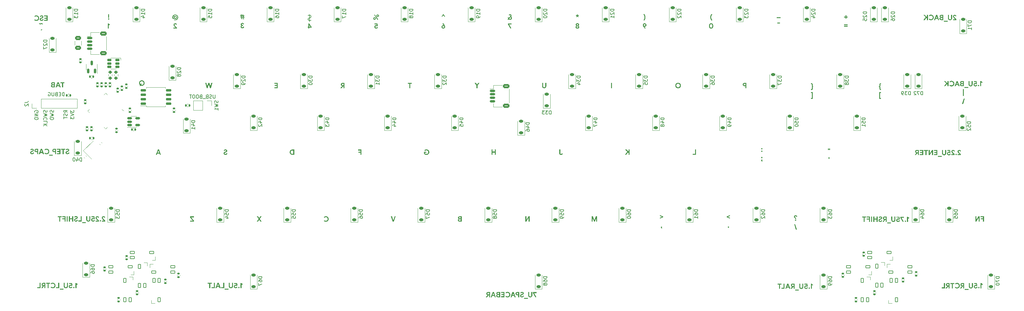
<source format=gbo>
%TF.GenerationSoftware,KiCad,Pcbnew,(7.0.0-0)*%
%TF.CreationDate,2023-06-06T22:29:39-07:00*%
%TF.ProjectId,popstar_v4.1_no_flex,706f7073-7461-4725-9f76-342e315f6e6f,rev?*%
%TF.SameCoordinates,Original*%
%TF.FileFunction,Legend,Bot*%
%TF.FilePolarity,Positive*%
%FSLAX46Y46*%
G04 Gerber Fmt 4.6, Leading zero omitted, Abs format (unit mm)*
G04 Created by KiCad (PCBNEW (7.0.0-0)) date 2023-06-06 22:29:39*
%MOMM*%
%LPD*%
G01*
G04 APERTURE LIST*
G04 Aperture macros list*
%AMRoundRect*
0 Rectangle with rounded corners*
0 $1 Rounding radius*
0 $2 $3 $4 $5 $6 $7 $8 $9 X,Y pos of 4 corners*
0 Add a 4 corners polygon primitive as box body*
4,1,4,$2,$3,$4,$5,$6,$7,$8,$9,$2,$3,0*
0 Add four circle primitives for the rounded corners*
1,1,$1+$1,$2,$3*
1,1,$1+$1,$4,$5*
1,1,$1+$1,$6,$7*
1,1,$1+$1,$8,$9*
0 Add four rect primitives between the rounded corners*
20,1,$1+$1,$2,$3,$4,$5,0*
20,1,$1+$1,$4,$5,$6,$7,0*
20,1,$1+$1,$6,$7,$8,$9,0*
20,1,$1+$1,$8,$9,$2,$3,0*%
%AMRotRect*
0 Rectangle, with rotation*
0 The origin of the aperture is its center*
0 $1 length*
0 $2 width*
0 $3 Rotation angle, in degrees counterclockwise*
0 Add horizontal line*
21,1,$1,$2,0,0,$3*%
%AMFreePoly0*
4,1,18,-0.410000,0.593000,-0.403758,0.624380,-0.385983,0.650983,-0.359380,0.668758,-0.328000,0.675000,0.328000,0.675000,0.359380,0.668758,0.385983,0.650983,0.403758,0.624380,0.410000,0.593000,0.410000,-0.593000,0.403758,-0.624380,0.385983,-0.650983,0.359380,-0.668758,0.328000,-0.675000,0.000000,-0.675000,-0.410000,-0.265000,-0.410000,0.593000,-0.410000,0.593000,$1*%
G04 Aperture macros list end*
%ADD10C,0.375000*%
%ADD11C,0.187500*%
%ADD12C,0.300000*%
%ADD13C,0.150000*%
%ADD14C,0.120000*%
%ADD15C,1.750000*%
%ADD16C,3.987800*%
%ADD17C,2.300000*%
%ADD18C,3.048000*%
%ADD19C,4.000000*%
%ADD20RoundRect,0.140000X0.170000X-0.140000X0.170000X0.140000X-0.170000X0.140000X-0.170000X-0.140000X0*%
%ADD21RoundRect,0.140000X0.219203X0.021213X0.021213X0.219203X-0.219203X-0.021213X-0.021213X-0.219203X0*%
%ADD22R,1.700000X1.700000*%
%ADD23O,1.700000X1.700000*%
%ADD24RoundRect,0.225000X0.375000X-0.225000X0.375000X0.225000X-0.375000X0.225000X-0.375000X-0.225000X0*%
%ADD25RoundRect,0.150000X-0.650000X-0.150000X0.650000X-0.150000X0.650000X0.150000X-0.650000X0.150000X0*%
%ADD26RoundRect,0.200000X-0.275000X0.200000X-0.275000X-0.200000X0.275000X-0.200000X0.275000X0.200000X0*%
%ADD27RoundRect,0.150000X-0.625000X0.150000X-0.625000X-0.150000X0.625000X-0.150000X0.625000X0.150000X0*%
%ADD28RoundRect,0.250000X-0.650000X0.350000X-0.650000X-0.350000X0.650000X-0.350000X0.650000X0.350000X0*%
%ADD29RoundRect,0.140000X-0.170000X0.140000X-0.170000X-0.140000X0.170000X-0.140000X0.170000X0.140000X0*%
%ADD30RoundRect,0.050000X0.309359X-0.238649X-0.238649X0.309359X-0.309359X0.238649X0.238649X-0.309359X0*%
%ADD31RoundRect,0.050000X0.309359X0.238649X0.238649X0.309359X-0.309359X-0.238649X-0.238649X-0.309359X0*%
%ADD32RoundRect,0.144000X2.059095X0.000000X0.000000X2.059095X-2.059095X0.000000X0.000000X-2.059095X0*%
%ADD33RoundRect,0.150000X0.150000X-0.512500X0.150000X0.512500X-0.150000X0.512500X-0.150000X-0.512500X0*%
%ADD34RoundRect,0.082000X0.593000X-0.328000X0.593000X0.328000X-0.593000X0.328000X-0.593000X-0.328000X0*%
%ADD35FreePoly0,90.000000*%
%ADD36RoundRect,0.250000X-0.625000X0.375000X-0.625000X-0.375000X0.625000X-0.375000X0.625000X0.375000X0*%
%ADD37RoundRect,0.135000X-0.135000X-0.185000X0.135000X-0.185000X0.135000X0.185000X-0.135000X0.185000X0*%
%ADD38RoundRect,0.082000X-0.328000X-0.593000X0.328000X-0.593000X0.328000X0.593000X-0.328000X0.593000X0*%
%ADD39FreePoly0,0.000000*%
%ADD40RoundRect,0.082000X-0.593000X0.328000X-0.593000X-0.328000X0.593000X-0.328000X0.593000X0.328000X0*%
%ADD41FreePoly0,270.000000*%
%ADD42RoundRect,0.140000X-0.140000X-0.170000X0.140000X-0.170000X0.140000X0.170000X-0.140000X0.170000X0*%
%ADD43RoundRect,0.082000X0.328000X0.593000X-0.328000X0.593000X-0.328000X-0.593000X0.328000X-0.593000X0*%
%ADD44FreePoly0,180.000000*%
%ADD45RotRect,1.400000X1.200000X45.000000*%
%ADD46RoundRect,0.140000X0.140000X0.170000X-0.140000X0.170000X-0.140000X-0.170000X0.140000X-0.170000X0*%
%ADD47RoundRect,0.140000X-0.219203X-0.021213X-0.021213X-0.219203X0.219203X0.021213X0.021213X0.219203X0*%
%ADD48RoundRect,0.135000X0.135000X0.185000X-0.135000X0.185000X-0.135000X-0.185000X0.135000X-0.185000X0*%
%ADD49RoundRect,0.150000X0.475000X0.150000X-0.475000X0.150000X-0.475000X-0.150000X0.475000X-0.150000X0*%
%ADD50RoundRect,0.150000X-0.512500X-0.150000X0.512500X-0.150000X0.512500X0.150000X-0.512500X0.150000X0*%
G04 APERTURE END LIST*
D10*
G36*
X122111566Y-103030170D02*
G01*
X122138850Y-103029764D01*
X122165840Y-103028545D01*
X122192534Y-103026513D01*
X122218934Y-103023668D01*
X122245039Y-103020010D01*
X122270849Y-103015539D01*
X122296364Y-103010255D01*
X122321584Y-103004159D01*
X122346510Y-102997249D01*
X122371141Y-102989527D01*
X122395477Y-102980992D01*
X122419518Y-102971644D01*
X122443265Y-102961483D01*
X122466716Y-102950509D01*
X122489873Y-102938723D01*
X122512735Y-102926123D01*
X122535103Y-102912822D01*
X122556870Y-102898932D01*
X122578037Y-102884452D01*
X122598602Y-102869382D01*
X122618566Y-102853723D01*
X122637929Y-102837474D01*
X122656690Y-102820636D01*
X122674851Y-102803208D01*
X122692411Y-102785190D01*
X122709370Y-102766583D01*
X122725727Y-102747386D01*
X122741484Y-102727599D01*
X122756639Y-102707223D01*
X122771194Y-102686257D01*
X122785147Y-102664702D01*
X122798499Y-102642557D01*
X122811143Y-102619966D01*
X122822971Y-102597071D01*
X122833984Y-102573872D01*
X122844180Y-102550371D01*
X122853561Y-102526566D01*
X122862126Y-102502457D01*
X122869876Y-102478045D01*
X122876810Y-102453330D01*
X122882928Y-102428311D01*
X122888230Y-102402989D01*
X122892716Y-102377364D01*
X122896387Y-102351435D01*
X122899242Y-102325203D01*
X122901282Y-102298667D01*
X122902505Y-102271828D01*
X122902913Y-102244685D01*
X122902505Y-102217543D01*
X122901282Y-102190704D01*
X122899242Y-102164168D01*
X122896387Y-102137936D01*
X122892716Y-102112007D01*
X122888230Y-102086382D01*
X122882928Y-102061060D01*
X122876810Y-102036041D01*
X122869876Y-102011326D01*
X122862126Y-101986914D01*
X122853561Y-101962805D01*
X122844180Y-101939000D01*
X122833984Y-101915499D01*
X122822971Y-101892300D01*
X122811143Y-101869405D01*
X122798499Y-101846814D01*
X122785147Y-101824669D01*
X122771194Y-101803113D01*
X122756639Y-101782148D01*
X122741484Y-101761772D01*
X122725727Y-101741985D01*
X122709370Y-101722788D01*
X122692411Y-101704181D01*
X122674851Y-101686163D01*
X122656690Y-101668735D01*
X122637929Y-101651897D01*
X122618566Y-101635648D01*
X122598602Y-101619989D01*
X122578037Y-101604919D01*
X122556870Y-101590439D01*
X122535103Y-101576549D01*
X122512735Y-101563248D01*
X122489873Y-101550648D01*
X122466716Y-101538862D01*
X122443265Y-101527888D01*
X122419518Y-101517727D01*
X122395477Y-101508379D01*
X122371141Y-101499844D01*
X122346510Y-101492122D01*
X122321584Y-101485212D01*
X122296364Y-101479116D01*
X122270849Y-101473832D01*
X122245039Y-101469361D01*
X122218934Y-101465703D01*
X122192534Y-101462858D01*
X122165840Y-101460826D01*
X122138850Y-101459607D01*
X122111566Y-101459200D01*
X122090318Y-101459441D01*
X122069300Y-101460164D01*
X122048512Y-101461368D01*
X122027955Y-101463053D01*
X122007628Y-101465220D01*
X121987532Y-101467869D01*
X121967666Y-101470999D01*
X121948030Y-101474611D01*
X121928625Y-101478704D01*
X121909450Y-101483279D01*
X121890506Y-101488335D01*
X121871792Y-101493873D01*
X121853309Y-101499893D01*
X121835056Y-101506394D01*
X121817033Y-101513377D01*
X121799241Y-101520841D01*
X121781679Y-101528787D01*
X121764347Y-101537215D01*
X121747246Y-101546124D01*
X121730376Y-101555514D01*
X121713735Y-101565386D01*
X121697326Y-101575740D01*
X121681146Y-101586575D01*
X121665197Y-101597892D01*
X121649478Y-101609691D01*
X121633990Y-101621971D01*
X121618732Y-101634732D01*
X121603705Y-101647975D01*
X121588908Y-101661700D01*
X121574342Y-101675906D01*
X121560005Y-101690594D01*
X121545900Y-101705764D01*
X121746667Y-101899937D01*
X121765129Y-101879219D01*
X121784151Y-101859837D01*
X121803734Y-101841792D01*
X121823879Y-101825084D01*
X121844584Y-101809712D01*
X121865850Y-101795677D01*
X121887678Y-101782979D01*
X121910066Y-101771618D01*
X121933015Y-101761593D01*
X121956525Y-101752904D01*
X121980597Y-101745553D01*
X122005229Y-101739538D01*
X122030422Y-101734860D01*
X122056176Y-101731518D01*
X122082492Y-101729513D01*
X122109368Y-101728845D01*
X122126946Y-101729095D01*
X122144327Y-101729846D01*
X122161510Y-101731099D01*
X122178496Y-101732852D01*
X122195285Y-101735106D01*
X122211876Y-101737861D01*
X122228269Y-101741116D01*
X122244465Y-101744873D01*
X122260463Y-101749131D01*
X122276264Y-101753889D01*
X122291867Y-101759148D01*
X122307273Y-101764909D01*
X122322482Y-101771170D01*
X122337493Y-101777932D01*
X122352306Y-101785195D01*
X122366922Y-101792958D01*
X122381246Y-101801137D01*
X122395184Y-101809737D01*
X122408735Y-101818757D01*
X122421900Y-101828198D01*
X122434678Y-101838060D01*
X122447070Y-101848342D01*
X122459076Y-101859046D01*
X122470695Y-101870170D01*
X122481928Y-101881714D01*
X122492774Y-101893680D01*
X122503234Y-101906066D01*
X122513307Y-101918873D01*
X122522995Y-101932101D01*
X122532295Y-101945749D01*
X122541210Y-101959819D01*
X122549738Y-101974309D01*
X122557768Y-101989103D01*
X122565280Y-102004179D01*
X122572274Y-102019535D01*
X122578749Y-102035171D01*
X122584707Y-102051088D01*
X122590147Y-102067285D01*
X122595068Y-102083763D01*
X122599472Y-102100521D01*
X122603357Y-102117560D01*
X122606725Y-102134879D01*
X122609574Y-102152479D01*
X122611905Y-102170359D01*
X122613718Y-102188520D01*
X122615014Y-102206961D01*
X122615791Y-102225683D01*
X122616050Y-102244685D01*
X122615791Y-102263689D01*
X122615014Y-102282415D01*
X122613718Y-102300864D01*
X122611905Y-102319035D01*
X122609574Y-102336928D01*
X122606725Y-102354543D01*
X122603357Y-102371881D01*
X122599472Y-102388941D01*
X122595068Y-102405724D01*
X122590147Y-102422229D01*
X122584707Y-102438456D01*
X122578749Y-102454406D01*
X122572274Y-102470078D01*
X122565280Y-102485473D01*
X122557768Y-102500589D01*
X122549738Y-102515429D01*
X122541210Y-102529876D01*
X122532295Y-102543908D01*
X122522995Y-102557525D01*
X122513307Y-102570727D01*
X122503234Y-102583514D01*
X122492774Y-102595886D01*
X122481928Y-102607843D01*
X122470695Y-102619385D01*
X122459076Y-102630511D01*
X122447070Y-102641223D01*
X122434678Y-102651520D01*
X122421900Y-102661402D01*
X122408735Y-102670869D01*
X122395184Y-102679921D01*
X122381246Y-102688557D01*
X122366922Y-102696779D01*
X122352306Y-102704498D01*
X122337493Y-102711720D01*
X122322482Y-102718443D01*
X122307273Y-102724668D01*
X122291867Y-102730396D01*
X122276264Y-102735625D01*
X122260463Y-102740356D01*
X122244465Y-102744590D01*
X122228269Y-102748325D01*
X122211876Y-102751562D01*
X122195285Y-102754301D01*
X122178496Y-102756542D01*
X122161510Y-102758285D01*
X122144327Y-102759530D01*
X122126946Y-102760277D01*
X122109368Y-102760526D01*
X122094538Y-102760332D01*
X122079861Y-102759751D01*
X122050967Y-102757424D01*
X122022686Y-102753545D01*
X121995017Y-102748116D01*
X121967960Y-102741135D01*
X121941516Y-102732603D01*
X121915684Y-102722519D01*
X121890465Y-102710884D01*
X121865859Y-102697698D01*
X121841865Y-102682960D01*
X121818483Y-102666671D01*
X121795714Y-102648831D01*
X121773558Y-102629440D01*
X121762709Y-102619162D01*
X121752014Y-102608497D01*
X121741472Y-102597443D01*
X121731083Y-102586002D01*
X121720847Y-102574174D01*
X121710764Y-102561957D01*
X121508164Y-102754298D01*
X121522294Y-102770900D01*
X121536746Y-102787002D01*
X121551523Y-102802602D01*
X121566622Y-102817702D01*
X121582045Y-102832301D01*
X121597792Y-102846399D01*
X121613862Y-102859996D01*
X121630255Y-102873092D01*
X121646972Y-102885687D01*
X121664012Y-102897781D01*
X121681376Y-102909375D01*
X121699063Y-102920467D01*
X121717073Y-102931059D01*
X121735407Y-102941150D01*
X121754065Y-102950740D01*
X121773046Y-102959829D01*
X121792271Y-102968346D01*
X121811754Y-102976315D01*
X121831495Y-102983734D01*
X121851493Y-102990603D01*
X121871749Y-102996923D01*
X121892263Y-103002693D01*
X121913034Y-103007914D01*
X121934063Y-103012585D01*
X121955349Y-103016707D01*
X121976893Y-103020279D01*
X121998694Y-103023301D01*
X122020754Y-103025774D01*
X122043070Y-103027698D01*
X122065645Y-103029071D01*
X122088477Y-103029896D01*
X122111566Y-103030170D01*
G37*
D11*
X117928570Y-45602142D02*
X117714285Y-45673571D01*
X117714285Y-45673571D02*
X117357142Y-45673571D01*
X117357142Y-45673571D02*
X117214285Y-45602142D01*
X117214285Y-45602142D02*
X117142856Y-45530714D01*
X117142856Y-45530714D02*
X117071427Y-45387857D01*
X117071427Y-45387857D02*
X117071427Y-45245000D01*
X117071427Y-45245000D02*
X117142856Y-45102142D01*
X117142856Y-45102142D02*
X117214285Y-45030714D01*
X117214285Y-45030714D02*
X117357142Y-44959285D01*
X117357142Y-44959285D02*
X117642856Y-44887857D01*
X117642856Y-44887857D02*
X117785713Y-44816428D01*
X117785713Y-44816428D02*
X117857142Y-44745000D01*
X117857142Y-44745000D02*
X117928570Y-44602142D01*
X117928570Y-44602142D02*
X117928570Y-44459285D01*
X117928570Y-44459285D02*
X117857142Y-44316428D01*
X117857142Y-44316428D02*
X117785713Y-44245000D01*
X117785713Y-44245000D02*
X117642856Y-44173571D01*
X117642856Y-44173571D02*
X117285713Y-44173571D01*
X117285713Y-44173571D02*
X117071427Y-44245000D01*
X117499999Y-43959285D02*
X117499999Y-45887857D01*
D12*
G36*
X118060170Y-47509933D02*
G01*
X118060170Y-47737079D01*
X117395585Y-47737079D01*
X117395585Y-47995000D01*
X117118980Y-47995000D01*
X117118980Y-47737079D01*
X116939462Y-47737079D01*
X116939462Y-47479159D01*
X117118980Y-47479159D01*
X117118980Y-46970279D01*
X117395585Y-46970279D01*
X117395585Y-47479159D01*
X117754256Y-47479159D01*
X117412438Y-46970279D01*
X117395585Y-46970279D01*
X117118980Y-46970279D01*
X117118980Y-46541266D01*
X117418666Y-46541266D01*
X118060170Y-47509933D01*
G37*
D10*
G36*
X170427076Y-82444371D02*
G01*
X170142044Y-82444371D01*
X170142044Y-83042278D01*
X169506769Y-83042278D01*
X169506769Y-82444371D01*
X169222103Y-82444371D01*
X169222103Y-83945000D01*
X169506769Y-83945000D01*
X169506769Y-83311922D01*
X170142044Y-83311922D01*
X170142044Y-83945000D01*
X170427076Y-83945000D01*
X170427076Y-82444371D01*
G37*
G36*
X47420795Y-63514016D02*
G01*
X47842847Y-63514016D01*
X47842847Y-63244371D01*
X46714078Y-63244371D01*
X46714078Y-63514016D01*
X47136130Y-63514016D01*
X47136130Y-64745000D01*
X47420795Y-64745000D01*
X47420795Y-63514016D01*
G37*
G36*
X46770865Y-64745000D02*
G01*
X46456158Y-64745000D01*
X46329762Y-64393290D01*
X45751639Y-64393290D01*
X45624877Y-64745000D01*
X45310537Y-64745000D01*
X45543300Y-64129508D01*
X45844330Y-64129508D01*
X46238904Y-64129508D01*
X46103715Y-63749588D01*
X46049127Y-63568237D01*
X46032274Y-63568237D01*
X45977320Y-63749588D01*
X45844330Y-64129508D01*
X45543300Y-64129508D01*
X45878035Y-63244371D01*
X46205198Y-63244371D01*
X46770865Y-64745000D01*
G37*
G36*
X45114166Y-64745000D02*
G01*
X44501971Y-64745000D01*
X44484938Y-64744799D01*
X44468094Y-64744198D01*
X44451438Y-64743196D01*
X44434972Y-64741794D01*
X44418695Y-64739991D01*
X44402606Y-64737787D01*
X44386706Y-64735182D01*
X44370996Y-64732177D01*
X44355474Y-64728771D01*
X44340141Y-64724964D01*
X44324997Y-64720756D01*
X44310042Y-64716148D01*
X44295276Y-64711139D01*
X44280698Y-64705730D01*
X44266310Y-64699920D01*
X44252110Y-64693709D01*
X44245103Y-64690460D01*
X44231362Y-64683705D01*
X44217984Y-64676607D01*
X44204969Y-64669165D01*
X44192318Y-64661380D01*
X44180031Y-64653251D01*
X44162281Y-64640414D01*
X44145349Y-64626804D01*
X44129235Y-64612421D01*
X44113939Y-64597266D01*
X44099461Y-64581338D01*
X44085801Y-64564637D01*
X44072958Y-64547163D01*
X44061042Y-64528989D01*
X44050298Y-64510326D01*
X44040726Y-64491173D01*
X44032326Y-64471531D01*
X44025098Y-64451400D01*
X44019043Y-64430779D01*
X44014159Y-64409669D01*
X44010447Y-64388069D01*
X44008624Y-64373397D01*
X44007322Y-64358508D01*
X44006540Y-64343401D01*
X44006280Y-64328077D01*
X44006348Y-64320121D01*
X44006892Y-64304425D01*
X44007979Y-64289015D01*
X44007994Y-64288876D01*
X44293143Y-64288876D01*
X44293200Y-64294362D01*
X44294053Y-64310429D01*
X44295931Y-64325909D01*
X44298832Y-64340804D01*
X44302757Y-64355112D01*
X44309583Y-64373279D01*
X44318230Y-64390404D01*
X44328697Y-64406486D01*
X44340985Y-64421527D01*
X44351395Y-64432124D01*
X44358808Y-64438779D01*
X44370594Y-64447956D01*
X44383177Y-64456167D01*
X44396560Y-64463412D01*
X44410740Y-64469691D01*
X44425720Y-64475004D01*
X44441498Y-64479351D01*
X44458074Y-64482732D01*
X44475450Y-64485147D01*
X44493623Y-64486596D01*
X44512595Y-64487079D01*
X44829134Y-64487079D01*
X44829134Y-64088475D01*
X44521022Y-64088475D01*
X44507526Y-64088694D01*
X44488024Y-64089843D01*
X44469410Y-64091978D01*
X44451685Y-64095098D01*
X44434849Y-64099204D01*
X44418901Y-64104295D01*
X44403843Y-64110371D01*
X44389672Y-64117432D01*
X44376391Y-64125479D01*
X44363998Y-64134511D01*
X44352494Y-64144528D01*
X44341888Y-64155322D01*
X44332324Y-64166682D01*
X44323804Y-64178609D01*
X44314067Y-64195393D01*
X44306184Y-64213185D01*
X44301489Y-64227189D01*
X44297838Y-64241761D01*
X44295230Y-64256899D01*
X44293665Y-64272604D01*
X44293143Y-64288876D01*
X44007994Y-64288876D01*
X44009611Y-64273891D01*
X44011786Y-64259053D01*
X44014505Y-64244502D01*
X44019604Y-64223211D01*
X44025926Y-64202564D01*
X44033471Y-64182562D01*
X44042240Y-64163203D01*
X44052233Y-64144488D01*
X44063449Y-64126418D01*
X44075889Y-64108991D01*
X44080287Y-64103338D01*
X44094047Y-64086958D01*
X44108657Y-64071447D01*
X44124118Y-64056806D01*
X44140428Y-64043034D01*
X44157588Y-64030131D01*
X44175599Y-64018098D01*
X44194460Y-64006934D01*
X44207506Y-63999975D01*
X44220929Y-63993402D01*
X44234731Y-63987215D01*
X44248910Y-63981415D01*
X44263468Y-63976001D01*
X44263468Y-63959148D01*
X44252291Y-63953501D01*
X44236030Y-63944461D01*
X44220374Y-63934739D01*
X44205324Y-63924334D01*
X44190879Y-63913247D01*
X44177039Y-63901477D01*
X44163805Y-63889024D01*
X44151176Y-63875888D01*
X44139153Y-63862070D01*
X44127735Y-63847569D01*
X44116922Y-63832386D01*
X44110134Y-63821918D01*
X44100774Y-63805769D01*
X44092399Y-63789086D01*
X44085009Y-63771869D01*
X44078604Y-63754117D01*
X44073185Y-63735831D01*
X44068751Y-63717010D01*
X44065302Y-63697655D01*
X44062839Y-63677765D01*
X44062363Y-63671186D01*
X44339672Y-63671186D01*
X44340547Y-63689206D01*
X44343175Y-63706448D01*
X44347554Y-63722912D01*
X44353685Y-63738597D01*
X44361568Y-63753503D01*
X44371202Y-63767631D01*
X44382588Y-63780981D01*
X44395725Y-63793551D01*
X44399242Y-63796549D01*
X44414031Y-63807589D01*
X44429976Y-63817106D01*
X44447078Y-63825100D01*
X44465336Y-63831571D01*
X44479789Y-63835426D01*
X44494892Y-63838424D01*
X44510645Y-63840565D01*
X44527049Y-63841850D01*
X44544103Y-63842278D01*
X44829134Y-63842278D01*
X44829134Y-63502292D01*
X44535676Y-63502292D01*
X44519424Y-63502720D01*
X44503777Y-63504005D01*
X44488735Y-63506146D01*
X44474299Y-63509144D01*
X44455992Y-63514474D01*
X44438762Y-63521326D01*
X44422607Y-63529701D01*
X44407529Y-63539598D01*
X44393527Y-63551018D01*
X44380905Y-63563555D01*
X44369965Y-63576801D01*
X44360709Y-63590757D01*
X44353135Y-63605423D01*
X44347245Y-63620799D01*
X44343037Y-63636885D01*
X44340513Y-63653680D01*
X44339672Y-63671186D01*
X44062363Y-63671186D01*
X44061361Y-63657340D01*
X44060868Y-63636381D01*
X44061109Y-63623075D01*
X44062371Y-63603362D01*
X44064715Y-63583945D01*
X44068141Y-63564825D01*
X44072649Y-63546001D01*
X44078239Y-63527473D01*
X44084911Y-63509241D01*
X44092665Y-63491306D01*
X44101500Y-63473667D01*
X44111418Y-63456324D01*
X44122418Y-63439277D01*
X44134289Y-63422710D01*
X44146958Y-63406807D01*
X44160426Y-63391567D01*
X44174693Y-63376990D01*
X44189758Y-63363076D01*
X44205622Y-63349826D01*
X44222285Y-63337239D01*
X44239746Y-63325315D01*
X44258005Y-63314055D01*
X44277063Y-63303458D01*
X44290212Y-63296762D01*
X44303573Y-63290417D01*
X44317094Y-63284483D01*
X44330776Y-63278957D01*
X44344617Y-63273841D01*
X44358619Y-63269134D01*
X44372782Y-63264836D01*
X44387104Y-63260948D01*
X44401587Y-63257469D01*
X44416230Y-63254399D01*
X44431034Y-63251739D01*
X44445997Y-63249488D01*
X44461121Y-63247646D01*
X44476406Y-63246213D01*
X44491850Y-63245190D01*
X44507455Y-63244576D01*
X44523220Y-63244371D01*
X45114166Y-63244371D01*
X45114166Y-64745000D01*
G37*
G36*
X181933304Y-124450111D02*
G01*
X181331734Y-123362009D01*
X181340160Y-123349187D01*
X182002913Y-123349187D01*
X182002913Y-123091266D01*
X181021789Y-123091266D01*
X181021789Y-123365673D01*
X181701029Y-124580170D01*
X181933304Y-124450111D01*
G37*
G36*
X180198203Y-124580170D02*
G01*
X180220190Y-124579876D01*
X180241823Y-124578991D01*
X180263101Y-124577517D01*
X180284023Y-124575454D01*
X180304591Y-124572800D01*
X180324804Y-124569557D01*
X180344662Y-124565725D01*
X180364166Y-124561303D01*
X180383314Y-124556291D01*
X180402107Y-124550690D01*
X180420546Y-124544499D01*
X180438629Y-124537718D01*
X180456358Y-124530348D01*
X180473731Y-124522388D01*
X180490750Y-124513839D01*
X180507414Y-124504699D01*
X180523670Y-124495004D01*
X180539465Y-124484784D01*
X180554800Y-124474041D01*
X180569673Y-124462774D01*
X180584086Y-124450983D01*
X180598038Y-124438668D01*
X180611529Y-124425830D01*
X180624559Y-124412467D01*
X180637128Y-124398581D01*
X180649237Y-124384171D01*
X180660885Y-124369238D01*
X180672072Y-124353780D01*
X180682798Y-124337799D01*
X180693063Y-124321294D01*
X180702868Y-124304265D01*
X180712212Y-124286713D01*
X180721040Y-124268648D01*
X180729299Y-124250174D01*
X180736988Y-124231290D01*
X180744108Y-124211997D01*
X180750658Y-124192295D01*
X180756639Y-124172184D01*
X180762050Y-124151663D01*
X180766892Y-124130733D01*
X180771163Y-124109394D01*
X180774866Y-124087645D01*
X180777998Y-124065487D01*
X180780561Y-124042920D01*
X180782555Y-124019944D01*
X180783979Y-123996558D01*
X180784833Y-123972763D01*
X180785118Y-123948558D01*
X180785118Y-123044371D01*
X180502285Y-123044371D01*
X180502285Y-123964678D01*
X180501976Y-123983818D01*
X180501048Y-124002494D01*
X180499503Y-124020706D01*
X180497339Y-124038455D01*
X180494557Y-124055740D01*
X180491157Y-124072561D01*
X180487138Y-124088919D01*
X180482501Y-124104813D01*
X180477246Y-124120243D01*
X180471373Y-124135210D01*
X180464881Y-124149712D01*
X180457772Y-124163752D01*
X180450044Y-124177327D01*
X180441697Y-124190439D01*
X180432733Y-124203087D01*
X180423150Y-124215272D01*
X180412998Y-124226806D01*
X180402325Y-124237597D01*
X180391131Y-124247643D01*
X180379415Y-124256946D01*
X180367180Y-124265504D01*
X180354423Y-124273317D01*
X180341145Y-124280387D01*
X180327346Y-124286713D01*
X180313026Y-124292294D01*
X180298186Y-124297131D01*
X180282824Y-124301224D01*
X180266942Y-124304573D01*
X180250538Y-124307178D01*
X180233614Y-124309038D01*
X180216169Y-124310154D01*
X180198203Y-124310526D01*
X180180281Y-124310154D01*
X180162877Y-124309038D01*
X180145991Y-124307178D01*
X180129624Y-124304573D01*
X180113774Y-124301224D01*
X180098443Y-124297131D01*
X180083629Y-124292294D01*
X180069334Y-124286713D01*
X180055557Y-124280387D01*
X180042297Y-124273317D01*
X180029556Y-124265504D01*
X180017333Y-124256946D01*
X180005628Y-124247643D01*
X179994441Y-124237597D01*
X179983772Y-124226806D01*
X179973621Y-124215272D01*
X179964039Y-124203087D01*
X179955074Y-124190439D01*
X179946728Y-124177327D01*
X179939000Y-124163752D01*
X179931890Y-124149712D01*
X179925399Y-124135210D01*
X179919525Y-124120243D01*
X179914270Y-124104813D01*
X179909633Y-124088919D01*
X179905615Y-124072561D01*
X179902215Y-124055740D01*
X179899433Y-124038455D01*
X179897269Y-124020706D01*
X179895723Y-124002494D01*
X179894796Y-123983818D01*
X179894487Y-123964678D01*
X179894487Y-123044371D01*
X179611653Y-123044371D01*
X179611653Y-123948558D01*
X179611934Y-123971742D01*
X179612775Y-123994583D01*
X179614178Y-124017080D01*
X179616141Y-124039234D01*
X179618666Y-124061044D01*
X179621751Y-124082510D01*
X179625398Y-124103634D01*
X179629605Y-124124413D01*
X179634374Y-124144850D01*
X179639703Y-124164942D01*
X179645594Y-124184692D01*
X179652045Y-124204098D01*
X179659057Y-124223160D01*
X179666631Y-124241879D01*
X179674765Y-124260254D01*
X179683461Y-124278286D01*
X179692676Y-124295856D01*
X179702369Y-124312936D01*
X179712540Y-124329527D01*
X179723188Y-124345629D01*
X179734315Y-124361241D01*
X179745920Y-124376363D01*
X179758003Y-124390996D01*
X179770564Y-124405140D01*
X179783603Y-124418794D01*
X179797120Y-124431959D01*
X179811114Y-124444634D01*
X179825587Y-124456820D01*
X179840538Y-124468517D01*
X179855967Y-124479724D01*
X179871874Y-124490441D01*
X179888258Y-124500669D01*
X179905011Y-124510297D01*
X179922113Y-124519302D01*
X179939564Y-124527687D01*
X179957364Y-124535451D01*
X179975513Y-124542594D01*
X179994012Y-124549115D01*
X180012859Y-124555016D01*
X180032056Y-124560295D01*
X180051602Y-124564953D01*
X180071498Y-124568991D01*
X180091742Y-124572407D01*
X180112336Y-124575202D01*
X180133279Y-124577376D01*
X180154571Y-124578928D01*
X180176212Y-124579860D01*
X180198203Y-124580170D01*
G37*
G36*
X179516399Y-124756025D02*
G01*
X178463468Y-124756025D01*
X178463468Y-125000757D01*
X179516399Y-125000757D01*
X179516399Y-124756025D01*
G37*
G36*
X177839916Y-124580170D02*
G01*
X177864511Y-124579734D01*
X177888745Y-124578425D01*
X177912619Y-124576242D01*
X177936132Y-124573187D01*
X177959285Y-124569258D01*
X177982077Y-124564457D01*
X178004508Y-124558783D01*
X178026578Y-124552235D01*
X178048288Y-124544815D01*
X178069638Y-124536522D01*
X178090626Y-124527355D01*
X178111254Y-124517316D01*
X178131522Y-124506404D01*
X178151428Y-124494619D01*
X178170975Y-124481961D01*
X178190160Y-124468429D01*
X178208766Y-124454100D01*
X178226665Y-124439046D01*
X178243857Y-124423268D01*
X178260342Y-124406766D01*
X178276120Y-124389539D01*
X178291191Y-124371589D01*
X178305555Y-124352914D01*
X178319212Y-124333516D01*
X178332162Y-124313393D01*
X178344405Y-124292546D01*
X178355941Y-124270975D01*
X178366770Y-124248679D01*
X178376893Y-124225660D01*
X178386308Y-124201917D01*
X178395016Y-124177449D01*
X178403018Y-124152257D01*
X178135205Y-124046744D01*
X178131094Y-124061576D01*
X178126636Y-124076030D01*
X178121832Y-124090107D01*
X178113976Y-124110513D01*
X178105341Y-124130069D01*
X178095927Y-124148775D01*
X178085733Y-124166631D01*
X178074761Y-124183637D01*
X178063009Y-124199793D01*
X178050478Y-124215098D01*
X178037167Y-124229554D01*
X178027861Y-124238719D01*
X178013241Y-124251552D01*
X177997958Y-124263122D01*
X177982011Y-124273431D01*
X177965401Y-124282477D01*
X177948128Y-124290260D01*
X177930192Y-124296782D01*
X177911592Y-124302041D01*
X177892329Y-124306038D01*
X177872402Y-124308773D01*
X177851813Y-124310246D01*
X177837718Y-124310526D01*
X177820168Y-124310111D01*
X177803100Y-124308865D01*
X177786516Y-124306788D01*
X177770415Y-124303880D01*
X177754797Y-124300142D01*
X177739662Y-124295573D01*
X177725010Y-124290173D01*
X177710841Y-124283942D01*
X177697155Y-124276881D01*
X177683952Y-124268988D01*
X177675418Y-124263265D01*
X177663306Y-124254082D01*
X177652384Y-124244255D01*
X177639676Y-124230149D01*
X177629086Y-124214900D01*
X177620614Y-124198505D01*
X177614260Y-124180965D01*
X177610024Y-124162280D01*
X177608237Y-124147516D01*
X177607641Y-124132107D01*
X177608208Y-124116643D01*
X177609908Y-124101714D01*
X177612741Y-124087320D01*
X177618283Y-124068959D01*
X177625839Y-124051548D01*
X177635410Y-124035087D01*
X177646996Y-124019577D01*
X177657008Y-124008568D01*
X177668154Y-123998093D01*
X177672121Y-123994720D01*
X177685028Y-123984627D01*
X177699706Y-123974404D01*
X177716154Y-123964053D01*
X177734374Y-123953573D01*
X177747505Y-123946515D01*
X177761422Y-123939399D01*
X177776127Y-123932227D01*
X177791619Y-123924997D01*
X177807898Y-123917709D01*
X177824964Y-123910365D01*
X177842817Y-123902963D01*
X177861457Y-123895504D01*
X177880884Y-123887988D01*
X177901099Y-123880415D01*
X177993789Y-123846709D01*
X178011806Y-123840182D01*
X178029498Y-123833240D01*
X178046863Y-123825882D01*
X178063902Y-123818110D01*
X178080614Y-123809923D01*
X178097000Y-123801320D01*
X178113060Y-123792303D01*
X178128794Y-123782870D01*
X178144201Y-123773023D01*
X178159282Y-123762760D01*
X178174037Y-123752083D01*
X178188466Y-123740990D01*
X178202568Y-123729483D01*
X178216344Y-123717560D01*
X178229793Y-123705222D01*
X178242916Y-123692470D01*
X178255427Y-123679256D01*
X178267131Y-123665628D01*
X178278027Y-123651584D01*
X178288117Y-123637126D01*
X178297399Y-123622252D01*
X178305874Y-123606964D01*
X178313542Y-123591260D01*
X178320403Y-123575142D01*
X178326456Y-123558608D01*
X178331703Y-123541659D01*
X178336142Y-123524296D01*
X178339774Y-123506517D01*
X178342599Y-123488323D01*
X178344617Y-123469715D01*
X178345828Y-123450691D01*
X178346231Y-123431252D01*
X178345693Y-123409388D01*
X178344080Y-123387898D01*
X178341392Y-123366781D01*
X178337627Y-123346038D01*
X178332788Y-123325668D01*
X178326873Y-123305672D01*
X178319882Y-123286050D01*
X178311816Y-123266800D01*
X178302674Y-123247925D01*
X178292457Y-123229423D01*
X178285048Y-123217295D01*
X178273132Y-123199521D01*
X178260327Y-123182468D01*
X178246634Y-123166136D01*
X178232051Y-123150525D01*
X178216580Y-123135636D01*
X178200221Y-123121468D01*
X178182972Y-123108022D01*
X178170980Y-123099458D01*
X178158592Y-123091215D01*
X178145809Y-123083292D01*
X178132632Y-123075690D01*
X178119059Y-123068408D01*
X178112124Y-123064888D01*
X178097996Y-123058144D01*
X178083640Y-123051836D01*
X178069054Y-123045963D01*
X178054239Y-123040525D01*
X178039195Y-123035521D01*
X178023922Y-123030953D01*
X178008420Y-123026820D01*
X177992690Y-123023122D01*
X177976730Y-123019859D01*
X177960541Y-123017032D01*
X177944123Y-123014639D01*
X177927477Y-123012681D01*
X177910601Y-123011158D01*
X177893497Y-123010071D01*
X177876163Y-123009418D01*
X177858600Y-123009200D01*
X177833384Y-123009578D01*
X177808843Y-123010712D01*
X177784978Y-123012601D01*
X177761789Y-123015245D01*
X177739274Y-123018646D01*
X177717436Y-123022802D01*
X177696272Y-123027713D01*
X177675785Y-123033381D01*
X177655972Y-123039803D01*
X177636835Y-123046982D01*
X177618374Y-123054916D01*
X177600588Y-123063606D01*
X177583478Y-123073051D01*
X177567043Y-123083252D01*
X177551284Y-123094208D01*
X177536200Y-123105921D01*
X177521697Y-123118138D01*
X177507772Y-123130610D01*
X177494426Y-123143337D01*
X177481657Y-123156319D01*
X177469467Y-123169555D01*
X177457855Y-123183046D01*
X177446821Y-123196792D01*
X177436366Y-123210792D01*
X177426488Y-123225048D01*
X177417189Y-123239558D01*
X177408467Y-123254323D01*
X177400324Y-123269342D01*
X177392760Y-123284616D01*
X177385773Y-123300145D01*
X177379364Y-123315929D01*
X177373534Y-123331967D01*
X177624494Y-123437480D01*
X177630813Y-123420427D01*
X177638232Y-123404072D01*
X177646750Y-123388416D01*
X177656367Y-123373458D01*
X177667083Y-123359199D01*
X177678899Y-123345637D01*
X177691813Y-123332775D01*
X177705826Y-123320610D01*
X177720813Y-123309447D01*
X177736830Y-123299773D01*
X177753877Y-123291587D01*
X177771955Y-123284890D01*
X177786190Y-123280843D01*
X177801004Y-123277634D01*
X177816398Y-123275262D01*
X177832371Y-123273727D01*
X177848924Y-123273029D01*
X177854570Y-123272983D01*
X177871666Y-123273359D01*
X177888196Y-123274490D01*
X177904158Y-123276373D01*
X177919554Y-123279011D01*
X177934383Y-123282401D01*
X177948646Y-123286545D01*
X177966781Y-123293243D01*
X177983908Y-123301280D01*
X178000028Y-123310657D01*
X178007711Y-123315847D01*
X178021793Y-123326976D01*
X178033997Y-123338928D01*
X178044324Y-123351705D01*
X178052773Y-123365307D01*
X178059345Y-123379732D01*
X178064039Y-123394982D01*
X178066856Y-123411056D01*
X178067794Y-123427955D01*
X178066907Y-123444407D01*
X178064245Y-123460241D01*
X178059809Y-123475456D01*
X178053598Y-123490054D01*
X178045612Y-123504033D01*
X178035852Y-123517394D01*
X178024317Y-123530136D01*
X178011008Y-123542260D01*
X177995563Y-123553938D01*
X177982462Y-123562637D01*
X177968060Y-123571283D01*
X177952357Y-123579879D01*
X177935354Y-123588422D01*
X177917049Y-123596915D01*
X177897444Y-123605355D01*
X177883650Y-123610954D01*
X177869279Y-123616529D01*
X177854330Y-123622082D01*
X177838802Y-123627612D01*
X177822697Y-123633119D01*
X177727808Y-123664626D01*
X177703665Y-123673176D01*
X177680238Y-123682063D01*
X177657526Y-123691288D01*
X177635530Y-123700850D01*
X177614250Y-123710751D01*
X177593685Y-123720989D01*
X177573835Y-123731565D01*
X177554701Y-123742479D01*
X177536283Y-123753730D01*
X177518580Y-123765319D01*
X177501593Y-123777246D01*
X177485321Y-123789511D01*
X177469765Y-123802113D01*
X177454924Y-123815053D01*
X177440799Y-123828331D01*
X177427390Y-123841946D01*
X177414701Y-123855951D01*
X177402832Y-123870489D01*
X177391781Y-123885558D01*
X177381548Y-123901160D01*
X177372134Y-123917294D01*
X177363539Y-123933961D01*
X177355763Y-123951160D01*
X177348804Y-123968892D01*
X177342665Y-123987156D01*
X177337344Y-124005952D01*
X177332842Y-124025280D01*
X177329158Y-124045141D01*
X177326293Y-124065535D01*
X177324247Y-124086460D01*
X177323019Y-124107918D01*
X177322609Y-124129909D01*
X177322907Y-124148052D01*
X177323800Y-124165847D01*
X177325288Y-124183292D01*
X177327372Y-124200388D01*
X177330051Y-124217135D01*
X177333326Y-124233533D01*
X177337195Y-124249581D01*
X177341660Y-124265280D01*
X177346721Y-124280630D01*
X177352377Y-124295631D01*
X177358628Y-124310283D01*
X177365474Y-124324586D01*
X177372916Y-124338539D01*
X177380953Y-124352143D01*
X177389585Y-124365398D01*
X177398813Y-124378304D01*
X177408463Y-124390789D01*
X177418454Y-124402873D01*
X177428785Y-124414557D01*
X177439457Y-124425840D01*
X177450469Y-124436722D01*
X177461822Y-124447203D01*
X177473516Y-124457284D01*
X177485550Y-124466964D01*
X177497925Y-124476243D01*
X177510640Y-124485122D01*
X177523696Y-124493600D01*
X177537093Y-124501677D01*
X177550830Y-124509353D01*
X177564908Y-124516629D01*
X177579326Y-124523504D01*
X177594085Y-124529979D01*
X177608999Y-124536056D01*
X177623973Y-124541742D01*
X177639006Y-124547036D01*
X177654100Y-124551938D01*
X177669254Y-124556447D01*
X177684469Y-124560564D01*
X177699743Y-124564289D01*
X177715077Y-124567622D01*
X177730472Y-124570563D01*
X177745926Y-124573112D01*
X177761441Y-124575269D01*
X177777016Y-124577033D01*
X177792650Y-124578406D01*
X177808345Y-124579386D01*
X177824101Y-124579974D01*
X177839916Y-124580170D01*
G37*
G36*
X177058827Y-124545000D02*
G01*
X176773796Y-124545000D01*
X176773796Y-123982264D01*
X176526866Y-123982264D01*
X176509015Y-123982034D01*
X176491363Y-123981342D01*
X176473912Y-123980190D01*
X176456662Y-123978577D01*
X176439611Y-123976504D01*
X176422762Y-123973969D01*
X176406112Y-123970974D01*
X176389663Y-123967518D01*
X176373414Y-123963601D01*
X176357365Y-123959223D01*
X176341517Y-123954385D01*
X176325870Y-123949085D01*
X176310422Y-123943325D01*
X176295175Y-123937104D01*
X176280128Y-123930422D01*
X176265282Y-123923279D01*
X176250689Y-123915716D01*
X176236494Y-123907772D01*
X176222697Y-123899447D01*
X176209297Y-123890742D01*
X176196295Y-123881655D01*
X176183692Y-123872189D01*
X176171486Y-123862341D01*
X176159678Y-123852113D01*
X176148267Y-123841504D01*
X176137255Y-123830515D01*
X176126640Y-123819145D01*
X176116424Y-123807394D01*
X176106605Y-123795262D01*
X176097184Y-123782750D01*
X176088161Y-123769857D01*
X176079535Y-123756584D01*
X176071372Y-123743007D01*
X176063736Y-123729204D01*
X176056626Y-123715174D01*
X176050043Y-123700919D01*
X176043987Y-123686438D01*
X176038457Y-123671730D01*
X176033454Y-123656797D01*
X176028977Y-123641637D01*
X176025027Y-123626251D01*
X176021604Y-123610639D01*
X176018708Y-123594801D01*
X176016338Y-123578737D01*
X176014494Y-123562446D01*
X176013178Y-123545930D01*
X176012388Y-123529187D01*
X176012124Y-123512219D01*
X176292759Y-123512219D01*
X176292818Y-123517392D01*
X176293698Y-123532626D01*
X176295635Y-123547429D01*
X176299859Y-123566494D01*
X176305961Y-123584792D01*
X176313941Y-123602323D01*
X176323799Y-123619087D01*
X176332424Y-123631157D01*
X176342106Y-123642795D01*
X176352843Y-123654002D01*
X176360531Y-123661100D01*
X176372728Y-123670889D01*
X176385724Y-123679647D01*
X176399519Y-123687375D01*
X176414112Y-123694073D01*
X176429503Y-123699740D01*
X176445694Y-123704377D01*
X176462682Y-123707983D01*
X176480470Y-123710559D01*
X176499055Y-123712105D01*
X176518440Y-123712620D01*
X176773796Y-123712620D01*
X176773796Y-123314016D01*
X176518440Y-123314016D01*
X176505428Y-123314242D01*
X176486576Y-123315429D01*
X176468523Y-123317633D01*
X176451268Y-123320856D01*
X176434811Y-123325095D01*
X176419154Y-123330352D01*
X176404294Y-123336627D01*
X176390234Y-123343919D01*
X176376972Y-123352229D01*
X176364508Y-123361556D01*
X176352843Y-123371901D01*
X176342106Y-123382908D01*
X176332424Y-123394360D01*
X176321158Y-123410319D01*
X176311770Y-123427069D01*
X176304260Y-123444609D01*
X176298627Y-123462938D01*
X176294872Y-123482058D01*
X176293288Y-123496916D01*
X176292759Y-123512219D01*
X176012124Y-123512219D01*
X176012388Y-123495254D01*
X176013178Y-123478525D01*
X176014494Y-123462030D01*
X176016338Y-123445769D01*
X176018708Y-123429744D01*
X176021604Y-123413953D01*
X176025027Y-123398397D01*
X176028977Y-123383075D01*
X176033454Y-123367988D01*
X176038457Y-123353136D01*
X176043987Y-123338519D01*
X176050043Y-123324136D01*
X176056626Y-123309988D01*
X176063736Y-123296075D01*
X176071372Y-123282397D01*
X176079535Y-123268953D01*
X176088161Y-123255812D01*
X176097184Y-123243044D01*
X176106605Y-123230648D01*
X176116424Y-123218623D01*
X176126640Y-123206971D01*
X176137255Y-123195691D01*
X176148267Y-123184783D01*
X176159678Y-123174248D01*
X176171486Y-123164084D01*
X176183692Y-123154292D01*
X176196295Y-123144873D01*
X176209297Y-123135825D01*
X176222697Y-123127150D01*
X176236494Y-123118846D01*
X176250689Y-123110915D01*
X176265282Y-123103356D01*
X176280128Y-123096213D01*
X176295175Y-123089532D01*
X176310422Y-123083311D01*
X176325870Y-123077550D01*
X176341517Y-123072251D01*
X176357365Y-123067412D01*
X176373414Y-123063035D01*
X176389663Y-123059118D01*
X176406112Y-123055661D01*
X176422762Y-123052666D01*
X176439611Y-123050132D01*
X176456662Y-123048058D01*
X176473912Y-123046445D01*
X176491363Y-123045293D01*
X176509015Y-123044602D01*
X176526866Y-123044371D01*
X177058827Y-123044371D01*
X177058827Y-124545000D01*
G37*
G36*
X176065980Y-124545000D02*
G01*
X175751273Y-124545000D01*
X175624877Y-124193290D01*
X175046755Y-124193290D01*
X174919993Y-124545000D01*
X174605652Y-124545000D01*
X174838415Y-123929508D01*
X175139445Y-123929508D01*
X175534019Y-123929508D01*
X175398831Y-123549588D01*
X175344242Y-123368237D01*
X175327390Y-123368237D01*
X175272435Y-123549588D01*
X175139445Y-123929508D01*
X174838415Y-123929508D01*
X175173150Y-123044371D01*
X175500314Y-123044371D01*
X176065980Y-124545000D01*
G37*
G36*
X173734804Y-124580170D02*
G01*
X173762088Y-124579764D01*
X173789078Y-124578545D01*
X173815772Y-124576513D01*
X173842172Y-124573668D01*
X173868277Y-124570010D01*
X173894087Y-124565539D01*
X173919602Y-124560255D01*
X173944822Y-124554159D01*
X173969748Y-124547249D01*
X173994379Y-124539527D01*
X174018715Y-124530992D01*
X174042756Y-124521644D01*
X174066503Y-124511483D01*
X174089954Y-124500509D01*
X174113111Y-124488723D01*
X174135973Y-124476123D01*
X174158341Y-124462822D01*
X174180108Y-124448932D01*
X174201275Y-124434452D01*
X174221840Y-124419382D01*
X174241804Y-124403723D01*
X174261167Y-124387474D01*
X174279928Y-124370636D01*
X174298089Y-124353208D01*
X174315649Y-124335190D01*
X174332608Y-124316583D01*
X174348965Y-124297386D01*
X174364722Y-124277599D01*
X174379877Y-124257223D01*
X174394432Y-124236257D01*
X174408385Y-124214702D01*
X174421737Y-124192557D01*
X174434381Y-124169966D01*
X174446209Y-124147071D01*
X174457221Y-124123872D01*
X174467418Y-124100371D01*
X174476799Y-124076566D01*
X174485364Y-124052457D01*
X174493114Y-124028045D01*
X174500047Y-124003330D01*
X174506165Y-123978311D01*
X174511468Y-123952989D01*
X174515954Y-123927364D01*
X174519625Y-123901435D01*
X174522480Y-123875203D01*
X174524519Y-123848667D01*
X174525743Y-123821828D01*
X174526151Y-123794685D01*
X174525743Y-123767543D01*
X174524519Y-123740704D01*
X174522480Y-123714168D01*
X174519625Y-123687936D01*
X174515954Y-123662007D01*
X174511468Y-123636382D01*
X174506165Y-123611060D01*
X174500047Y-123586041D01*
X174493114Y-123561326D01*
X174485364Y-123536914D01*
X174476799Y-123512805D01*
X174467418Y-123489000D01*
X174457221Y-123465499D01*
X174446209Y-123442300D01*
X174434381Y-123419405D01*
X174421737Y-123396814D01*
X174408385Y-123374669D01*
X174394432Y-123353113D01*
X174379877Y-123332148D01*
X174364722Y-123311772D01*
X174348965Y-123291985D01*
X174332608Y-123272788D01*
X174315649Y-123254181D01*
X174298089Y-123236163D01*
X174279928Y-123218735D01*
X174261167Y-123201897D01*
X174241804Y-123185648D01*
X174221840Y-123169989D01*
X174201275Y-123154919D01*
X174180108Y-123140439D01*
X174158341Y-123126549D01*
X174135973Y-123113248D01*
X174113111Y-123100648D01*
X174089954Y-123088862D01*
X174066503Y-123077888D01*
X174042756Y-123067727D01*
X174018715Y-123058379D01*
X173994379Y-123049844D01*
X173969748Y-123042122D01*
X173944822Y-123035212D01*
X173919602Y-123029116D01*
X173894087Y-123023832D01*
X173868277Y-123019361D01*
X173842172Y-123015703D01*
X173815772Y-123012858D01*
X173789078Y-123010826D01*
X173762088Y-123009607D01*
X173734804Y-123009200D01*
X173713556Y-123009441D01*
X173692538Y-123010164D01*
X173671750Y-123011368D01*
X173651193Y-123013053D01*
X173630866Y-123015220D01*
X173610770Y-123017869D01*
X173590904Y-123020999D01*
X173571268Y-123024611D01*
X173551863Y-123028704D01*
X173532688Y-123033279D01*
X173513744Y-123038335D01*
X173495030Y-123043873D01*
X173476547Y-123049893D01*
X173458294Y-123056394D01*
X173440271Y-123063377D01*
X173422479Y-123070841D01*
X173404917Y-123078787D01*
X173387585Y-123087215D01*
X173370484Y-123096124D01*
X173353614Y-123105514D01*
X173336973Y-123115386D01*
X173320563Y-123125740D01*
X173304384Y-123136575D01*
X173288435Y-123147892D01*
X173272716Y-123159691D01*
X173257228Y-123171971D01*
X173241970Y-123184732D01*
X173226943Y-123197975D01*
X173212146Y-123211700D01*
X173197580Y-123225906D01*
X173183243Y-123240594D01*
X173169138Y-123255764D01*
X173369905Y-123449937D01*
X173388367Y-123429219D01*
X173407389Y-123409837D01*
X173426972Y-123391792D01*
X173447117Y-123375084D01*
X173467822Y-123359712D01*
X173489088Y-123345677D01*
X173510915Y-123332979D01*
X173533304Y-123321618D01*
X173556253Y-123311593D01*
X173579763Y-123302904D01*
X173603835Y-123295553D01*
X173628467Y-123289538D01*
X173653660Y-123284860D01*
X173679414Y-123281518D01*
X173705730Y-123279513D01*
X173732606Y-123278845D01*
X173750184Y-123279095D01*
X173767565Y-123279846D01*
X173784748Y-123281099D01*
X173801734Y-123282852D01*
X173818523Y-123285106D01*
X173835113Y-123287861D01*
X173851507Y-123291116D01*
X173867703Y-123294873D01*
X173883701Y-123299131D01*
X173899502Y-123303889D01*
X173915105Y-123309148D01*
X173930511Y-123314909D01*
X173945720Y-123321170D01*
X173960731Y-123327932D01*
X173975544Y-123335195D01*
X173990160Y-123342958D01*
X174004484Y-123351137D01*
X174018422Y-123359737D01*
X174031973Y-123368757D01*
X174045138Y-123378198D01*
X174057916Y-123388060D01*
X174070308Y-123398342D01*
X174082313Y-123409046D01*
X174093933Y-123420170D01*
X174105165Y-123431714D01*
X174116012Y-123443680D01*
X174126472Y-123456066D01*
X174136545Y-123468873D01*
X174146233Y-123482101D01*
X174155533Y-123495749D01*
X174164448Y-123509819D01*
X174172976Y-123524309D01*
X174181006Y-123539103D01*
X174188518Y-123554179D01*
X174195511Y-123569535D01*
X174201987Y-123585171D01*
X174207945Y-123601088D01*
X174213385Y-123617285D01*
X174218306Y-123633763D01*
X174222710Y-123650521D01*
X174226595Y-123667560D01*
X174229963Y-123684879D01*
X174232812Y-123702479D01*
X174235143Y-123720359D01*
X174236956Y-123738520D01*
X174238252Y-123756961D01*
X174239029Y-123775683D01*
X174239288Y-123794685D01*
X174239029Y-123813689D01*
X174238252Y-123832415D01*
X174236956Y-123850864D01*
X174235143Y-123869035D01*
X174232812Y-123886928D01*
X174229963Y-123904543D01*
X174226595Y-123921881D01*
X174222710Y-123938941D01*
X174218306Y-123955724D01*
X174213385Y-123972229D01*
X174207945Y-123988456D01*
X174201987Y-124004406D01*
X174195511Y-124020078D01*
X174188518Y-124035473D01*
X174181006Y-124050589D01*
X174172976Y-124065429D01*
X174164448Y-124079876D01*
X174155533Y-124093908D01*
X174146233Y-124107525D01*
X174136545Y-124120727D01*
X174126472Y-124133514D01*
X174116012Y-124145886D01*
X174105165Y-124157843D01*
X174093933Y-124169385D01*
X174082313Y-124180511D01*
X174070308Y-124191223D01*
X174057916Y-124201520D01*
X174045138Y-124211402D01*
X174031973Y-124220869D01*
X174018422Y-124229921D01*
X174004484Y-124238557D01*
X173990160Y-124246779D01*
X173975544Y-124254498D01*
X173960731Y-124261720D01*
X173945720Y-124268443D01*
X173930511Y-124274668D01*
X173915105Y-124280396D01*
X173899502Y-124285625D01*
X173883701Y-124290356D01*
X173867703Y-124294590D01*
X173851507Y-124298325D01*
X173835113Y-124301562D01*
X173818523Y-124304301D01*
X173801734Y-124306542D01*
X173784748Y-124308285D01*
X173767565Y-124309530D01*
X173750184Y-124310277D01*
X173732606Y-124310526D01*
X173717776Y-124310332D01*
X173703099Y-124309751D01*
X173674205Y-124307424D01*
X173645924Y-124303545D01*
X173618254Y-124298116D01*
X173591198Y-124291135D01*
X173564754Y-124282603D01*
X173538922Y-124272519D01*
X173513703Y-124260884D01*
X173489097Y-124247698D01*
X173465103Y-124232960D01*
X173441721Y-124216671D01*
X173418952Y-124198831D01*
X173396796Y-124179440D01*
X173385947Y-124169162D01*
X173375252Y-124158497D01*
X173364710Y-124147443D01*
X173354320Y-124136002D01*
X173344084Y-124124174D01*
X173334002Y-124111957D01*
X173131402Y-124304298D01*
X173145532Y-124320900D01*
X173159984Y-124337002D01*
X173174761Y-124352602D01*
X173189860Y-124367702D01*
X173205283Y-124382301D01*
X173221030Y-124396399D01*
X173237100Y-124409996D01*
X173253493Y-124423092D01*
X173270210Y-124435687D01*
X173287250Y-124447781D01*
X173304614Y-124459375D01*
X173322301Y-124470467D01*
X173340311Y-124481059D01*
X173358645Y-124491150D01*
X173377303Y-124500740D01*
X173396284Y-124509829D01*
X173415509Y-124518346D01*
X173434992Y-124526315D01*
X173454733Y-124533734D01*
X173474731Y-124540603D01*
X173494987Y-124546923D01*
X173515501Y-124552693D01*
X173536272Y-124557914D01*
X173557301Y-124562585D01*
X173578587Y-124566707D01*
X173600131Y-124570279D01*
X173621932Y-124573301D01*
X173643992Y-124575774D01*
X173666308Y-124577698D01*
X173688883Y-124579071D01*
X173711715Y-124579896D01*
X173734804Y-124580170D01*
G37*
G36*
X172876413Y-123044371D02*
G01*
X171918370Y-123044371D01*
X171918370Y-123314016D01*
X172591381Y-123314016D01*
X172591381Y-123665725D01*
X171985781Y-123665725D01*
X171985781Y-123935369D01*
X172591381Y-123935369D01*
X172591381Y-124275355D01*
X171918370Y-124275355D01*
X171918370Y-124545000D01*
X172876413Y-124545000D01*
X172876413Y-123044371D01*
G37*
G36*
X171632240Y-124545000D02*
G01*
X171020045Y-124545000D01*
X171003012Y-124544799D01*
X170986168Y-124544198D01*
X170969512Y-124543196D01*
X170953046Y-124541794D01*
X170936769Y-124539991D01*
X170920680Y-124537787D01*
X170904780Y-124535182D01*
X170889070Y-124532177D01*
X170873548Y-124528771D01*
X170858215Y-124524964D01*
X170843071Y-124520756D01*
X170828116Y-124516148D01*
X170813350Y-124511139D01*
X170798772Y-124505730D01*
X170784384Y-124499920D01*
X170770184Y-124493709D01*
X170763177Y-124490460D01*
X170749436Y-124483705D01*
X170736058Y-124476607D01*
X170723043Y-124469165D01*
X170710392Y-124461380D01*
X170698105Y-124453251D01*
X170680355Y-124440414D01*
X170663423Y-124426804D01*
X170647309Y-124412421D01*
X170632013Y-124397266D01*
X170617535Y-124381338D01*
X170603875Y-124364637D01*
X170591032Y-124347163D01*
X170579116Y-124328989D01*
X170568372Y-124310326D01*
X170558800Y-124291173D01*
X170550400Y-124271531D01*
X170543172Y-124251400D01*
X170537117Y-124230779D01*
X170532233Y-124209669D01*
X170528521Y-124188069D01*
X170526698Y-124173397D01*
X170525396Y-124158508D01*
X170524614Y-124143401D01*
X170524354Y-124128077D01*
X170524422Y-124120121D01*
X170524966Y-124104425D01*
X170526053Y-124089015D01*
X170526068Y-124088876D01*
X170811217Y-124088876D01*
X170811274Y-124094362D01*
X170812127Y-124110429D01*
X170814005Y-124125909D01*
X170816906Y-124140804D01*
X170820831Y-124155112D01*
X170827657Y-124173279D01*
X170836304Y-124190404D01*
X170846771Y-124206486D01*
X170859059Y-124221527D01*
X170869469Y-124232124D01*
X170876882Y-124238779D01*
X170888667Y-124247956D01*
X170901251Y-124256167D01*
X170914634Y-124263412D01*
X170928814Y-124269691D01*
X170943794Y-124275004D01*
X170959572Y-124279351D01*
X170976148Y-124282732D01*
X170993524Y-124285147D01*
X171011697Y-124286596D01*
X171030669Y-124287079D01*
X171347208Y-124287079D01*
X171347208Y-123888475D01*
X171039096Y-123888475D01*
X171025600Y-123888694D01*
X171006098Y-123889843D01*
X170987484Y-123891978D01*
X170969759Y-123895098D01*
X170952923Y-123899204D01*
X170936975Y-123904295D01*
X170921916Y-123910371D01*
X170907746Y-123917432D01*
X170894465Y-123925479D01*
X170882072Y-123934511D01*
X170870568Y-123944528D01*
X170859962Y-123955322D01*
X170850398Y-123966682D01*
X170841878Y-123978609D01*
X170832141Y-123995393D01*
X170824258Y-124013185D01*
X170819563Y-124027189D01*
X170815912Y-124041761D01*
X170813304Y-124056899D01*
X170811739Y-124072604D01*
X170811217Y-124088876D01*
X170526068Y-124088876D01*
X170527685Y-124073891D01*
X170529860Y-124059053D01*
X170532579Y-124044502D01*
X170537678Y-124023211D01*
X170544000Y-124002564D01*
X170551545Y-123982562D01*
X170560314Y-123963203D01*
X170570307Y-123944488D01*
X170581523Y-123926418D01*
X170593963Y-123908991D01*
X170598361Y-123903338D01*
X170612121Y-123886958D01*
X170626731Y-123871447D01*
X170642192Y-123856806D01*
X170658502Y-123843034D01*
X170675662Y-123830131D01*
X170693673Y-123818098D01*
X170712534Y-123806934D01*
X170725580Y-123799975D01*
X170739003Y-123793402D01*
X170752805Y-123787215D01*
X170766984Y-123781415D01*
X170781542Y-123776001D01*
X170781542Y-123759148D01*
X170770365Y-123753501D01*
X170754104Y-123744461D01*
X170738448Y-123734739D01*
X170723398Y-123724334D01*
X170708953Y-123713247D01*
X170695113Y-123701477D01*
X170681879Y-123689024D01*
X170669250Y-123675888D01*
X170657227Y-123662070D01*
X170645809Y-123647569D01*
X170634996Y-123632386D01*
X170628208Y-123621918D01*
X170618848Y-123605769D01*
X170610473Y-123589086D01*
X170603083Y-123571869D01*
X170596678Y-123554117D01*
X170591259Y-123535831D01*
X170586825Y-123517010D01*
X170583376Y-123497655D01*
X170580913Y-123477765D01*
X170580437Y-123471186D01*
X170857745Y-123471186D01*
X170858621Y-123489206D01*
X170861249Y-123506448D01*
X170865628Y-123522912D01*
X170871759Y-123538597D01*
X170879641Y-123553503D01*
X170889276Y-123567631D01*
X170900662Y-123580981D01*
X170913799Y-123593551D01*
X170917316Y-123596549D01*
X170932105Y-123607589D01*
X170948050Y-123617106D01*
X170965152Y-123625100D01*
X170983410Y-123631571D01*
X170997863Y-123635426D01*
X171012966Y-123638424D01*
X171028719Y-123640565D01*
X171045123Y-123641850D01*
X171062177Y-123642278D01*
X171347208Y-123642278D01*
X171347208Y-123302292D01*
X171053750Y-123302292D01*
X171037498Y-123302720D01*
X171021851Y-123304005D01*
X171006809Y-123306146D01*
X170992373Y-123309144D01*
X170974066Y-123314474D01*
X170956836Y-123321326D01*
X170940681Y-123329701D01*
X170925603Y-123339598D01*
X170911601Y-123351018D01*
X170898979Y-123363555D01*
X170888039Y-123376801D01*
X170878783Y-123390757D01*
X170871209Y-123405423D01*
X170865319Y-123420799D01*
X170861111Y-123436885D01*
X170858587Y-123453680D01*
X170857745Y-123471186D01*
X170580437Y-123471186D01*
X170579435Y-123457340D01*
X170578942Y-123436381D01*
X170579183Y-123423075D01*
X170580445Y-123403362D01*
X170582789Y-123383945D01*
X170586215Y-123364825D01*
X170590723Y-123346001D01*
X170596313Y-123327473D01*
X170602985Y-123309241D01*
X170610739Y-123291306D01*
X170619574Y-123273667D01*
X170629492Y-123256324D01*
X170640491Y-123239277D01*
X170652363Y-123222710D01*
X170665032Y-123206807D01*
X170678500Y-123191567D01*
X170692767Y-123176990D01*
X170707832Y-123163076D01*
X170723696Y-123149826D01*
X170740359Y-123137239D01*
X170757820Y-123125315D01*
X170776079Y-123114055D01*
X170795137Y-123103458D01*
X170808286Y-123096762D01*
X170821647Y-123090417D01*
X170835168Y-123084483D01*
X170848850Y-123078957D01*
X170862691Y-123073841D01*
X170876693Y-123069134D01*
X170890856Y-123064836D01*
X170905178Y-123060948D01*
X170919661Y-123057469D01*
X170934304Y-123054399D01*
X170949108Y-123051739D01*
X170964071Y-123049488D01*
X170979195Y-123047646D01*
X170994480Y-123046213D01*
X171009924Y-123045190D01*
X171025529Y-123044576D01*
X171041294Y-123044371D01*
X171632240Y-123044371D01*
X171632240Y-124545000D01*
G37*
G36*
X170435694Y-124545000D02*
G01*
X170120987Y-124545000D01*
X169994591Y-124193290D01*
X169416468Y-124193290D01*
X169289706Y-124545000D01*
X168975366Y-124545000D01*
X169208129Y-123929508D01*
X169509159Y-123929508D01*
X169903733Y-123929508D01*
X169768545Y-123549588D01*
X169713956Y-123368237D01*
X169697103Y-123368237D01*
X169642149Y-123549588D01*
X169509159Y-123929508D01*
X169208129Y-123929508D01*
X169542864Y-123044371D01*
X169870027Y-123044371D01*
X170435694Y-124545000D01*
G37*
G36*
X168778995Y-124545000D02*
G01*
X168493963Y-124545000D01*
X168493963Y-123982264D01*
X168360973Y-123982264D01*
X167970795Y-124545000D01*
X167643632Y-124545000D01*
X167643632Y-124528147D01*
X168048831Y-123951856D01*
X168046632Y-123937201D01*
X168029416Y-123930685D01*
X168012572Y-123923686D01*
X167996100Y-123916202D01*
X167980000Y-123908235D01*
X167964272Y-123899785D01*
X167948916Y-123890850D01*
X167933932Y-123881432D01*
X167919321Y-123871530D01*
X167905081Y-123861145D01*
X167891214Y-123850276D01*
X167877718Y-123838923D01*
X167864595Y-123827086D01*
X167851844Y-123814765D01*
X167839465Y-123801961D01*
X167827458Y-123788673D01*
X167815823Y-123774902D01*
X167804687Y-123760761D01*
X167794270Y-123746365D01*
X167784572Y-123731715D01*
X167775592Y-123716810D01*
X167767330Y-123701650D01*
X167759786Y-123686236D01*
X167752961Y-123670567D01*
X167746855Y-123654643D01*
X167741467Y-123638464D01*
X167736797Y-123622031D01*
X167732846Y-123605342D01*
X167729613Y-123588399D01*
X167727098Y-123571202D01*
X167725302Y-123553749D01*
X167724225Y-123536042D01*
X167723866Y-123518080D01*
X167723935Y-123513318D01*
X168010729Y-123513318D01*
X168010968Y-123524326D01*
X168012222Y-123540387D01*
X168014553Y-123555908D01*
X168017958Y-123570887D01*
X168022440Y-123585325D01*
X168027996Y-123599223D01*
X168034628Y-123612580D01*
X168042336Y-123625395D01*
X168051119Y-123637670D01*
X168060978Y-123649403D01*
X168071912Y-123660596D01*
X168079700Y-123667606D01*
X168091908Y-123677272D01*
X168104747Y-123685921D01*
X168118217Y-123693552D01*
X168132319Y-123700166D01*
X168147051Y-123705763D01*
X168162415Y-123710342D01*
X168178410Y-123713903D01*
X168195036Y-123716447D01*
X168212293Y-123717973D01*
X168230181Y-123718482D01*
X168493963Y-123718482D01*
X168493963Y-123308154D01*
X168226151Y-123308154D01*
X168213902Y-123308388D01*
X168196135Y-123309621D01*
X168179096Y-123311909D01*
X168162785Y-123315253D01*
X168147201Y-123319654D01*
X168132345Y-123325111D01*
X168118217Y-123331624D01*
X168104816Y-123339193D01*
X168092143Y-123347818D01*
X168080198Y-123357500D01*
X168068981Y-123368237D01*
X168065397Y-123372017D01*
X168055328Y-123383648D01*
X168046283Y-123395716D01*
X168038262Y-123408223D01*
X168031265Y-123421167D01*
X168023528Y-123439107D01*
X168018920Y-123453074D01*
X168015337Y-123467478D01*
X168012777Y-123482320D01*
X168011241Y-123497600D01*
X168010729Y-123513318D01*
X167723935Y-123513318D01*
X167724113Y-123501156D01*
X167724856Y-123484455D01*
X167726094Y-123467977D01*
X167727827Y-123451723D01*
X167730055Y-123435691D01*
X167732778Y-123419883D01*
X167735997Y-123404299D01*
X167739711Y-123388937D01*
X167743920Y-123373799D01*
X167748624Y-123358884D01*
X167753823Y-123344192D01*
X167759517Y-123329723D01*
X167765707Y-123315478D01*
X167772392Y-123301456D01*
X167779571Y-123287657D01*
X167787247Y-123274082D01*
X167795327Y-123260757D01*
X167803813Y-123247801D01*
X167812706Y-123235214D01*
X167822005Y-123222997D01*
X167831711Y-123211149D01*
X167841823Y-123199670D01*
X167852342Y-123188560D01*
X167863267Y-123177820D01*
X167874599Y-123167448D01*
X167886337Y-123157446D01*
X167898481Y-123147814D01*
X167911032Y-123138550D01*
X167923989Y-123129656D01*
X167937353Y-123121130D01*
X167951123Y-123112975D01*
X167965300Y-123105188D01*
X167979807Y-123097823D01*
X167994569Y-123090934D01*
X168009585Y-123084520D01*
X168024857Y-123078581D01*
X168040383Y-123073117D01*
X168056164Y-123068128D01*
X168072199Y-123063614D01*
X168088490Y-123059576D01*
X168105035Y-123056012D01*
X168121834Y-123052924D01*
X168138889Y-123050311D01*
X168156198Y-123048172D01*
X168173762Y-123046510D01*
X168191581Y-123045322D01*
X168209655Y-123044609D01*
X168227983Y-123044371D01*
X168778995Y-123044371D01*
X168778995Y-124545000D01*
G37*
G36*
X180027076Y-101494371D02*
G01*
X179695516Y-101494371D01*
X179087718Y-102507369D01*
X179070865Y-102507369D01*
X179087718Y-102216109D01*
X179087718Y-101494371D01*
X178805251Y-101494371D01*
X178805251Y-102995000D01*
X179104937Y-102995000D01*
X179746441Y-101925216D01*
X179763293Y-101925216D01*
X179746441Y-102216475D01*
X179746441Y-102995000D01*
X180027076Y-102995000D01*
X180027076Y-101494371D01*
G37*
G36*
X193922766Y-44582728D02*
G01*
X193770725Y-44377198D01*
X193776953Y-44358513D01*
X194003000Y-44278646D01*
X193937421Y-44092166D01*
X193715770Y-44169836D01*
X193696719Y-44163241D01*
X193696719Y-43924371D01*
X193498516Y-43924371D01*
X193498516Y-44163241D01*
X193481663Y-44169836D01*
X193257815Y-44092166D01*
X193192602Y-44278646D01*
X193418282Y-44358513D01*
X193424511Y-44377198D01*
X193272836Y-44582728D01*
X193432937Y-44698133D01*
X193589374Y-44487107D01*
X193606227Y-44487107D01*
X193762298Y-44698133D01*
X193922766Y-44582728D01*
G37*
G36*
X193612720Y-46456304D02*
G01*
X193629268Y-46456931D01*
X193645613Y-46457976D01*
X193661754Y-46459438D01*
X193677692Y-46461319D01*
X193693427Y-46463617D01*
X193708959Y-46466333D01*
X193724288Y-46469467D01*
X193739413Y-46473019D01*
X193754335Y-46476989D01*
X193769054Y-46481377D01*
X193783570Y-46486183D01*
X193797883Y-46491406D01*
X193811992Y-46497048D01*
X193825898Y-46503107D01*
X193839601Y-46509584D01*
X193846333Y-46512945D01*
X193859522Y-46519912D01*
X193872345Y-46527205D01*
X193890892Y-46538756D01*
X193908615Y-46551041D01*
X193925513Y-46564061D01*
X193941588Y-46577815D01*
X193956838Y-46592302D01*
X193971263Y-46607524D01*
X193984864Y-46623481D01*
X193997641Y-46640171D01*
X194009594Y-46657595D01*
X194017003Y-46669489D01*
X194027220Y-46687626D01*
X194036362Y-46706116D01*
X194044428Y-46724960D01*
X194051418Y-46744159D01*
X194057333Y-46763712D01*
X194062173Y-46783619D01*
X194065937Y-46803880D01*
X194068626Y-46824496D01*
X194070239Y-46845466D01*
X194070777Y-46866789D01*
X194070588Y-46878454D01*
X194069596Y-46895732D01*
X194067754Y-46912745D01*
X194065062Y-46929495D01*
X194061520Y-46945980D01*
X194057128Y-46962201D01*
X194051886Y-46978158D01*
X194045794Y-46993852D01*
X194038852Y-47009281D01*
X194031059Y-47024446D01*
X194022417Y-47039347D01*
X194016227Y-47049084D01*
X194006573Y-47063282D01*
X193996474Y-47076991D01*
X193985930Y-47090210D01*
X193974943Y-47102940D01*
X193963511Y-47115180D01*
X193951634Y-47126931D01*
X193939313Y-47138192D01*
X193926548Y-47148964D01*
X193913339Y-47159247D01*
X193899685Y-47169040D01*
X193899685Y-47186259D01*
X193911418Y-47192788D01*
X193928541Y-47203193D01*
X193945091Y-47214332D01*
X193961068Y-47226205D01*
X193976471Y-47238812D01*
X193991301Y-47252154D01*
X194005558Y-47266230D01*
X194019242Y-47281039D01*
X194032353Y-47296583D01*
X194044891Y-47312862D01*
X194056855Y-47329874D01*
X194067986Y-47347485D01*
X194078021Y-47365560D01*
X194086962Y-47384099D01*
X194094808Y-47403101D01*
X194101559Y-47422567D01*
X194107216Y-47442497D01*
X194111777Y-47462890D01*
X194115244Y-47483747D01*
X194117616Y-47505068D01*
X194118894Y-47526852D01*
X194119137Y-47541632D01*
X194119072Y-47549326D01*
X194118554Y-47564576D01*
X194117518Y-47579643D01*
X194115964Y-47594526D01*
X194113892Y-47609227D01*
X194111301Y-47623744D01*
X194106444Y-47645176D01*
X194100422Y-47666196D01*
X194093234Y-47686804D01*
X194084880Y-47707000D01*
X194075361Y-47726784D01*
X194068367Y-47739744D01*
X194060855Y-47752521D01*
X194052825Y-47765115D01*
X194044286Y-47777451D01*
X194035337Y-47789455D01*
X194025979Y-47801127D01*
X194016212Y-47812467D01*
X194006035Y-47823475D01*
X193995449Y-47834151D01*
X193984454Y-47844495D01*
X193973049Y-47854508D01*
X193961235Y-47864188D01*
X193949012Y-47873536D01*
X193936380Y-47882552D01*
X193923338Y-47891236D01*
X193909887Y-47899588D01*
X193896027Y-47907607D01*
X193881757Y-47915295D01*
X193867078Y-47922651D01*
X193852023Y-47929616D01*
X193836716Y-47936132D01*
X193821157Y-47942199D01*
X193805346Y-47947816D01*
X193789283Y-47952984D01*
X193772969Y-47957702D01*
X193756402Y-47961971D01*
X193739584Y-47965791D01*
X193722513Y-47969161D01*
X193705191Y-47972082D01*
X193687617Y-47974553D01*
X193669791Y-47976576D01*
X193651713Y-47978148D01*
X193633384Y-47979272D01*
X193614802Y-47979946D01*
X193595969Y-47980170D01*
X193577092Y-47979946D01*
X193558474Y-47979272D01*
X193540113Y-47978148D01*
X193522009Y-47976576D01*
X193504163Y-47974553D01*
X193486575Y-47972082D01*
X193469244Y-47969161D01*
X193452171Y-47965791D01*
X193435355Y-47961971D01*
X193418797Y-47957702D01*
X193402497Y-47952984D01*
X193386454Y-47947816D01*
X193370669Y-47942199D01*
X193355142Y-47936132D01*
X193339872Y-47929616D01*
X193324859Y-47922651D01*
X193310137Y-47915295D01*
X193295831Y-47907607D01*
X193281939Y-47899588D01*
X193268462Y-47891236D01*
X193255400Y-47882552D01*
X193242754Y-47873536D01*
X193230522Y-47864188D01*
X193218705Y-47854508D01*
X193207304Y-47844495D01*
X193196317Y-47834151D01*
X193185745Y-47823475D01*
X193175589Y-47812467D01*
X193165847Y-47801127D01*
X193156521Y-47789455D01*
X193147609Y-47777451D01*
X193139113Y-47765115D01*
X193131038Y-47752521D01*
X193123485Y-47739744D01*
X193116452Y-47726784D01*
X193109941Y-47713640D01*
X193101150Y-47693582D01*
X193093532Y-47673111D01*
X193087085Y-47652229D01*
X193081811Y-47630934D01*
X193078946Y-47616508D01*
X193076602Y-47601899D01*
X193074778Y-47587107D01*
X193073476Y-47572132D01*
X193072695Y-47556974D01*
X193072434Y-47541632D01*
X193072682Y-47526852D01*
X193073396Y-47514888D01*
X193350871Y-47514888D01*
X193351140Y-47526380D01*
X193352553Y-47543091D01*
X193355176Y-47559172D01*
X193359010Y-47574622D01*
X193364054Y-47589440D01*
X193370310Y-47603627D01*
X193377776Y-47617184D01*
X193386453Y-47630109D01*
X193396340Y-47642403D01*
X193407439Y-47654065D01*
X193419748Y-47665097D01*
X193428464Y-47672018D01*
X193442114Y-47681562D01*
X193456453Y-47690102D01*
X193471480Y-47697636D01*
X193487197Y-47704167D01*
X193503603Y-47709692D01*
X193520698Y-47714213D01*
X193538482Y-47717729D01*
X193556955Y-47720241D01*
X193576117Y-47721748D01*
X193595969Y-47722250D01*
X193609239Y-47722027D01*
X193628593Y-47720855D01*
X193647283Y-47718678D01*
X193665309Y-47715497D01*
X193682673Y-47711311D01*
X193699373Y-47706120D01*
X193715409Y-47699925D01*
X193730783Y-47692725D01*
X193745493Y-47684520D01*
X193759539Y-47675311D01*
X193772923Y-47665097D01*
X193781352Y-47657813D01*
X193792976Y-47646360D01*
X193803377Y-47634277D01*
X193812554Y-47621562D01*
X193820507Y-47608216D01*
X193827237Y-47594239D01*
X193832743Y-47579631D01*
X193837026Y-47564392D01*
X193840085Y-47548522D01*
X193841920Y-47532020D01*
X193842532Y-47514888D01*
X193842257Y-47503928D01*
X193840815Y-47487951D01*
X193838136Y-47472527D01*
X193834220Y-47457657D01*
X193829068Y-47443341D01*
X193822680Y-47429579D01*
X193815055Y-47416370D01*
X193806193Y-47403716D01*
X193796095Y-47391615D01*
X193784761Y-47380068D01*
X193772190Y-47369075D01*
X193763216Y-47362154D01*
X193749244Y-47352610D01*
X193734661Y-47344071D01*
X193719465Y-47336536D01*
X193703658Y-47330006D01*
X193687240Y-47324480D01*
X193670209Y-47319959D01*
X193652567Y-47316443D01*
X193634313Y-47313931D01*
X193615447Y-47312424D01*
X193595969Y-47311922D01*
X193582920Y-47312145D01*
X193563873Y-47313317D01*
X193545456Y-47315494D01*
X193527671Y-47318675D01*
X193510517Y-47322861D01*
X193493994Y-47328052D01*
X193478103Y-47334247D01*
X193462842Y-47341447D01*
X193448212Y-47349652D01*
X193434214Y-47358861D01*
X193420847Y-47369075D01*
X193412373Y-47376342D01*
X193400688Y-47387704D01*
X193390232Y-47399620D01*
X193381007Y-47412090D01*
X193373012Y-47425114D01*
X193366247Y-47438692D01*
X193360711Y-47452823D01*
X193356406Y-47467509D01*
X193353331Y-47482748D01*
X193351486Y-47498541D01*
X193350871Y-47514888D01*
X193073396Y-47514888D01*
X193073982Y-47505068D01*
X193076396Y-47483747D01*
X193079924Y-47462890D01*
X193084566Y-47442497D01*
X193090322Y-47422567D01*
X193097192Y-47403101D01*
X193105177Y-47384099D01*
X193114276Y-47365560D01*
X193124488Y-47347485D01*
X193135815Y-47329874D01*
X193143861Y-47318451D01*
X193156391Y-47301928D01*
X193169475Y-47286139D01*
X193183113Y-47271085D01*
X193197304Y-47256764D01*
X193212050Y-47243178D01*
X193227349Y-47230326D01*
X193243202Y-47218208D01*
X193259609Y-47206824D01*
X193276570Y-47196175D01*
X193294085Y-47186259D01*
X193294085Y-47169040D01*
X193284712Y-47162570D01*
X193271056Y-47152473D01*
X193257883Y-47141906D01*
X193245193Y-47130869D01*
X193232986Y-47119362D01*
X193221262Y-47107385D01*
X193210021Y-47094937D01*
X193199263Y-47082020D01*
X193188988Y-47068632D01*
X193179196Y-47054774D01*
X193169887Y-47040446D01*
X193163987Y-47030666D01*
X193155850Y-47015727D01*
X193148569Y-47000467D01*
X193142145Y-46984884D01*
X193136578Y-46968979D01*
X193131867Y-46952753D01*
X193128013Y-46936204D01*
X193125015Y-46919333D01*
X193122874Y-46902141D01*
X193121678Y-46885840D01*
X193388973Y-46885840D01*
X193389031Y-46891007D01*
X193389900Y-46906134D01*
X193392682Y-46925431D01*
X193397319Y-46943732D01*
X193403811Y-46961037D01*
X193412157Y-46977346D01*
X193422358Y-46992658D01*
X193434414Y-47006975D01*
X193448324Y-47020296D01*
X193452040Y-47023452D01*
X193467481Y-47035072D01*
X193483850Y-47045090D01*
X193501147Y-47053505D01*
X193519370Y-47060317D01*
X193533647Y-47064374D01*
X193548445Y-47067530D01*
X193563765Y-47069784D01*
X193579606Y-47071136D01*
X193595969Y-47071587D01*
X193607159Y-47071387D01*
X193623487Y-47070335D01*
X193639268Y-47068381D01*
X193654502Y-47065526D01*
X193669189Y-47061770D01*
X193683328Y-47057111D01*
X193696919Y-47051552D01*
X193714190Y-47042736D01*
X193730487Y-47032317D01*
X193745812Y-47020296D01*
X193752954Y-47013760D01*
X193765857Y-46999941D01*
X193776917Y-46985127D01*
X193786133Y-46969316D01*
X193793506Y-46952509D01*
X193799036Y-46934706D01*
X193802723Y-46915907D01*
X193804278Y-46901154D01*
X193804796Y-46885840D01*
X193804739Y-46880675D01*
X193803875Y-46865564D01*
X193801110Y-46846319D01*
X193796502Y-46828104D01*
X193790050Y-46810919D01*
X193781756Y-46794765D01*
X193771618Y-46779641D01*
X193759636Y-46765547D01*
X193745812Y-46752484D01*
X193738271Y-46746406D01*
X193722460Y-46735426D01*
X193705676Y-46726015D01*
X193687919Y-46718173D01*
X193673963Y-46713320D01*
X193659459Y-46709350D01*
X193644407Y-46706262D01*
X193628808Y-46704056D01*
X193612662Y-46702733D01*
X193595969Y-46702292D01*
X193590457Y-46702341D01*
X193574267Y-46703076D01*
X193558600Y-46704694D01*
X193543454Y-46707193D01*
X193528830Y-46710576D01*
X193514728Y-46714840D01*
X193496736Y-46721898D01*
X193479671Y-46730525D01*
X193463534Y-46740720D01*
X193448324Y-46752484D01*
X193441137Y-46758887D01*
X193428154Y-46772465D01*
X193417026Y-46787074D01*
X193407752Y-46802713D01*
X193400333Y-46819382D01*
X193394769Y-46837082D01*
X193391060Y-46855813D01*
X193389495Y-46870537D01*
X193388973Y-46885840D01*
X193121678Y-46885840D01*
X193121589Y-46884626D01*
X193121161Y-46866789D01*
X193121404Y-46852534D01*
X193122681Y-46831446D01*
X193125053Y-46810713D01*
X193128520Y-46790333D01*
X193133082Y-46770308D01*
X193138738Y-46750637D01*
X193145490Y-46731321D01*
X193153336Y-46712358D01*
X193162276Y-46693750D01*
X193172312Y-46675495D01*
X193183443Y-46657595D01*
X193187357Y-46651706D01*
X193199637Y-46634526D01*
X193212722Y-46618080D01*
X193226612Y-46602369D01*
X193241307Y-46587392D01*
X193256807Y-46573148D01*
X193273112Y-46559640D01*
X193290222Y-46546865D01*
X193308137Y-46534824D01*
X193326857Y-46523518D01*
X193339784Y-46516388D01*
X193353069Y-46509584D01*
X193366640Y-46503107D01*
X193380426Y-46497048D01*
X193394427Y-46491406D01*
X193408642Y-46486183D01*
X193423072Y-46481377D01*
X193437717Y-46476989D01*
X193452576Y-46473019D01*
X193467650Y-46469467D01*
X193482938Y-46466333D01*
X193498441Y-46463617D01*
X193514159Y-46461319D01*
X193530092Y-46459438D01*
X193546239Y-46457976D01*
X193562601Y-46456931D01*
X193579178Y-46456304D01*
X193595969Y-46456095D01*
X193612720Y-46456304D01*
G37*
G36*
X222241310Y-63409607D02*
G01*
X222268536Y-63410826D01*
X222295441Y-63412858D01*
X222322025Y-63415703D01*
X222348289Y-63419361D01*
X222374232Y-63423832D01*
X222399854Y-63429116D01*
X222425157Y-63435212D01*
X222450138Y-63442122D01*
X222474799Y-63449844D01*
X222499139Y-63458379D01*
X222523159Y-63467727D01*
X222546858Y-63477888D01*
X222570237Y-63488862D01*
X222593295Y-63500648D01*
X222616032Y-63513248D01*
X222638263Y-63526553D01*
X222659893Y-63540456D01*
X222680922Y-63554958D01*
X222701349Y-63570057D01*
X222721176Y-63585755D01*
X222740402Y-63602051D01*
X222759026Y-63618945D01*
X222777049Y-63636438D01*
X222794472Y-63654529D01*
X222811293Y-63673217D01*
X222827513Y-63692505D01*
X222843132Y-63712390D01*
X222858150Y-63732873D01*
X222872567Y-63753955D01*
X222886383Y-63775635D01*
X222899598Y-63797913D01*
X222912109Y-63820629D01*
X222923813Y-63843623D01*
X222934709Y-63866894D01*
X222944798Y-63890443D01*
X222954081Y-63914269D01*
X222962556Y-63938374D01*
X222970224Y-63962755D01*
X222977084Y-63987415D01*
X222983138Y-64012352D01*
X222988384Y-64037567D01*
X222992824Y-64063059D01*
X222996456Y-64088829D01*
X222999281Y-64114877D01*
X223001299Y-64141202D01*
X223002509Y-64167805D01*
X223002913Y-64194685D01*
X223002509Y-64221566D01*
X223001299Y-64248169D01*
X222999281Y-64274494D01*
X222996456Y-64300542D01*
X222992824Y-64326312D01*
X222988384Y-64351804D01*
X222983138Y-64377019D01*
X222977084Y-64401956D01*
X222970224Y-64426616D01*
X222962556Y-64450997D01*
X222954081Y-64475102D01*
X222944798Y-64498928D01*
X222934709Y-64522477D01*
X222923813Y-64545748D01*
X222912109Y-64568742D01*
X222899598Y-64591458D01*
X222886383Y-64613736D01*
X222872567Y-64635416D01*
X222858150Y-64656498D01*
X222843132Y-64676981D01*
X222827513Y-64696866D01*
X222811293Y-64716153D01*
X222794472Y-64734842D01*
X222777049Y-64752933D01*
X222759026Y-64770425D01*
X222740402Y-64787320D01*
X222721176Y-64803616D01*
X222701349Y-64819314D01*
X222680922Y-64834413D01*
X222659893Y-64848915D01*
X222638263Y-64862818D01*
X222616032Y-64876123D01*
X222593295Y-64888723D01*
X222570237Y-64900509D01*
X222546858Y-64911483D01*
X222523159Y-64921644D01*
X222499139Y-64930992D01*
X222474799Y-64939527D01*
X222450138Y-64947249D01*
X222425157Y-64954159D01*
X222399854Y-64960255D01*
X222374232Y-64965539D01*
X222348289Y-64970010D01*
X222322025Y-64973668D01*
X222295441Y-64976513D01*
X222268536Y-64978545D01*
X222241310Y-64979764D01*
X222213764Y-64980170D01*
X222186220Y-64979764D01*
X222158999Y-64978545D01*
X222132101Y-64976513D01*
X222105527Y-64973668D01*
X222079276Y-64970010D01*
X222053348Y-64965539D01*
X222027744Y-64960255D01*
X222002464Y-64954159D01*
X221977507Y-64947249D01*
X221952873Y-64939527D01*
X221928563Y-64930992D01*
X221904576Y-64921644D01*
X221880912Y-64911483D01*
X221857572Y-64900509D01*
X221834556Y-64888723D01*
X221811863Y-64876123D01*
X221789587Y-64862818D01*
X221767916Y-64848915D01*
X221746849Y-64834413D01*
X221726385Y-64819314D01*
X221706526Y-64803616D01*
X221687270Y-64787320D01*
X221668619Y-64770425D01*
X221650571Y-64752933D01*
X221633127Y-64734842D01*
X221616287Y-64716153D01*
X221600051Y-64696866D01*
X221584419Y-64676981D01*
X221569391Y-64656498D01*
X221554967Y-64635416D01*
X221541147Y-64613736D01*
X221527930Y-64591458D01*
X221515420Y-64568742D01*
X221503716Y-64545748D01*
X221492820Y-64522477D01*
X221482730Y-64498928D01*
X221473448Y-64475102D01*
X221464973Y-64450997D01*
X221457305Y-64426616D01*
X221450444Y-64401956D01*
X221444391Y-64377019D01*
X221439144Y-64351804D01*
X221434705Y-64326312D01*
X221431073Y-64300542D01*
X221428248Y-64274494D01*
X221426230Y-64248169D01*
X221425019Y-64221566D01*
X221424616Y-64194685D01*
X221709281Y-64194685D01*
X221709541Y-64213423D01*
X221710323Y-64231900D01*
X221711625Y-64250117D01*
X221713448Y-64268073D01*
X221715792Y-64285768D01*
X221718657Y-64303204D01*
X221722043Y-64320378D01*
X221725950Y-64337293D01*
X221730378Y-64353947D01*
X221735327Y-64370340D01*
X221740797Y-64386473D01*
X221746787Y-64402345D01*
X221753299Y-64417957D01*
X221760331Y-64433309D01*
X221767885Y-64448400D01*
X221775959Y-64463230D01*
X221784443Y-64477682D01*
X221793316Y-64491727D01*
X221802578Y-64505365D01*
X221812229Y-64518597D01*
X221822270Y-64531423D01*
X221832700Y-64543842D01*
X221843519Y-64555855D01*
X221854727Y-64567461D01*
X221866325Y-64578661D01*
X221878312Y-64589454D01*
X221890688Y-64599841D01*
X221903454Y-64609822D01*
X221916609Y-64619396D01*
X221930153Y-64628564D01*
X221944086Y-64637325D01*
X221958408Y-64645680D01*
X221973016Y-64653532D01*
X221987803Y-64660878D01*
X222002771Y-64667718D01*
X222017920Y-64674050D01*
X222033248Y-64679876D01*
X222048757Y-64685196D01*
X222064447Y-64690009D01*
X222080316Y-64694315D01*
X222096366Y-64698114D01*
X222112596Y-64701407D01*
X222129007Y-64704194D01*
X222145598Y-64706473D01*
X222162369Y-64708247D01*
X222179320Y-64709513D01*
X222196452Y-64710273D01*
X222213764Y-64710526D01*
X222231072Y-64710273D01*
X222248191Y-64709513D01*
X222265121Y-64708247D01*
X222281862Y-64706473D01*
X222298415Y-64704194D01*
X222314778Y-64701407D01*
X222330952Y-64698114D01*
X222346938Y-64694315D01*
X222362734Y-64690009D01*
X222378342Y-64685196D01*
X222393761Y-64679876D01*
X222408991Y-64674050D01*
X222424032Y-64667718D01*
X222438884Y-64660878D01*
X222453547Y-64653532D01*
X222468021Y-64645680D01*
X222482212Y-64637325D01*
X222496025Y-64628564D01*
X222509460Y-64619396D01*
X222522518Y-64609822D01*
X222535197Y-64599841D01*
X222547499Y-64589454D01*
X222559423Y-64578661D01*
X222570969Y-64567461D01*
X222582138Y-64555855D01*
X222592928Y-64543842D01*
X222603341Y-64531423D01*
X222613376Y-64518597D01*
X222623033Y-64505365D01*
X222632313Y-64491727D01*
X222641214Y-64477682D01*
X222649738Y-64463230D01*
X222657768Y-64448400D01*
X222665280Y-64433309D01*
X222672274Y-64417957D01*
X222678749Y-64402345D01*
X222684707Y-64386473D01*
X222690147Y-64370340D01*
X222695068Y-64353947D01*
X222699472Y-64337293D01*
X222703357Y-64320378D01*
X222706725Y-64303204D01*
X222709574Y-64285768D01*
X222711905Y-64268073D01*
X222713718Y-64250117D01*
X222715014Y-64231900D01*
X222715791Y-64213423D01*
X222716050Y-64194685D01*
X222715791Y-64175949D01*
X222715014Y-64157477D01*
X222713718Y-64139267D01*
X222711905Y-64121321D01*
X222709574Y-64103638D01*
X222706725Y-64086219D01*
X222703357Y-64069063D01*
X222699472Y-64052170D01*
X222695068Y-64035540D01*
X222690147Y-64019174D01*
X222684707Y-64003071D01*
X222678749Y-63987232D01*
X222672274Y-63971655D01*
X222665280Y-63956343D01*
X222657768Y-63941293D01*
X222649738Y-63926507D01*
X222641214Y-63912013D01*
X222632313Y-63897930D01*
X222623033Y-63884260D01*
X222613376Y-63871003D01*
X222603341Y-63858157D01*
X222592928Y-63845724D01*
X222582138Y-63833702D01*
X222570969Y-63822093D01*
X222559423Y-63810896D01*
X222547499Y-63800111D01*
X222535197Y-63789738D01*
X222522518Y-63779778D01*
X222509460Y-63770230D01*
X222496025Y-63761093D01*
X222482212Y-63752369D01*
X222468021Y-63744057D01*
X222453547Y-63736161D01*
X222438884Y-63728773D01*
X222424032Y-63721895D01*
X222408991Y-63715527D01*
X222393761Y-63709668D01*
X222378342Y-63704318D01*
X222362734Y-63699478D01*
X222346938Y-63695148D01*
X222330952Y-63691327D01*
X222314778Y-63688015D01*
X222298415Y-63685213D01*
X222281862Y-63682920D01*
X222265121Y-63681137D01*
X222248191Y-63679864D01*
X222231072Y-63679099D01*
X222213764Y-63678845D01*
X222196452Y-63679099D01*
X222179320Y-63679864D01*
X222162369Y-63681137D01*
X222145598Y-63682920D01*
X222129007Y-63685213D01*
X222112596Y-63688015D01*
X222096366Y-63691327D01*
X222080316Y-63695148D01*
X222064447Y-63699478D01*
X222048757Y-63704318D01*
X222033248Y-63709668D01*
X222017920Y-63715527D01*
X222002771Y-63721895D01*
X221987803Y-63728773D01*
X221973016Y-63736161D01*
X221958408Y-63744057D01*
X221944086Y-63752369D01*
X221930153Y-63761093D01*
X221916609Y-63770230D01*
X221903454Y-63779778D01*
X221890688Y-63789738D01*
X221878312Y-63800111D01*
X221866325Y-63810896D01*
X221854727Y-63822093D01*
X221843519Y-63833702D01*
X221832700Y-63845724D01*
X221822270Y-63858157D01*
X221812229Y-63871003D01*
X221802578Y-63884260D01*
X221793316Y-63897930D01*
X221784443Y-63912013D01*
X221775959Y-63926507D01*
X221767885Y-63941293D01*
X221760331Y-63956343D01*
X221753299Y-63971655D01*
X221746787Y-63987232D01*
X221740797Y-64003071D01*
X221735327Y-64019174D01*
X221730378Y-64035540D01*
X221725950Y-64052170D01*
X221722043Y-64069063D01*
X221718657Y-64086219D01*
X221715792Y-64103638D01*
X221713448Y-64121321D01*
X221711625Y-64139267D01*
X221710323Y-64157477D01*
X221709541Y-64175949D01*
X221709281Y-64194685D01*
X221424616Y-64194685D01*
X221425019Y-64167805D01*
X221426230Y-64141202D01*
X221428248Y-64114877D01*
X221431073Y-64088829D01*
X221434705Y-64063059D01*
X221439144Y-64037567D01*
X221444391Y-64012352D01*
X221450444Y-63987415D01*
X221457305Y-63962755D01*
X221464973Y-63938374D01*
X221473448Y-63914269D01*
X221482730Y-63890443D01*
X221492820Y-63866894D01*
X221503716Y-63843623D01*
X221515420Y-63820629D01*
X221527930Y-63797913D01*
X221541147Y-63775635D01*
X221554967Y-63753955D01*
X221569391Y-63732873D01*
X221584419Y-63712390D01*
X221600051Y-63692505D01*
X221616287Y-63673217D01*
X221633127Y-63654529D01*
X221650571Y-63636438D01*
X221668619Y-63618945D01*
X221687270Y-63602051D01*
X221706526Y-63585755D01*
X221726385Y-63570057D01*
X221746849Y-63554958D01*
X221767916Y-63540456D01*
X221789587Y-63526553D01*
X221811863Y-63513248D01*
X221834556Y-63500648D01*
X221857572Y-63488862D01*
X221880912Y-63477888D01*
X221904576Y-63467727D01*
X221928563Y-63458379D01*
X221952873Y-63449844D01*
X221977507Y-63442122D01*
X222002464Y-63435212D01*
X222027744Y-63429116D01*
X222053348Y-63423832D01*
X222079276Y-63419361D01*
X222105527Y-63415703D01*
X222132101Y-63412858D01*
X222158999Y-63410826D01*
X222186220Y-63409607D01*
X222213764Y-63409200D01*
X222241310Y-63409607D01*
G37*
G36*
X69841310Y-62709607D02*
G01*
X69868536Y-62710826D01*
X69895441Y-62712858D01*
X69922025Y-62715703D01*
X69948289Y-62719361D01*
X69974232Y-62723832D01*
X69999854Y-62729116D01*
X70025157Y-62735212D01*
X70050138Y-62742122D01*
X70074799Y-62749844D01*
X70099139Y-62758379D01*
X70123159Y-62767727D01*
X70146858Y-62777888D01*
X70170237Y-62788862D01*
X70193295Y-62800648D01*
X70216032Y-62813248D01*
X70238263Y-62826553D01*
X70259893Y-62840456D01*
X70280922Y-62854958D01*
X70301349Y-62870057D01*
X70321176Y-62885755D01*
X70340402Y-62902051D01*
X70359026Y-62918945D01*
X70377049Y-62936438D01*
X70394472Y-62954529D01*
X70411293Y-62973217D01*
X70427513Y-62992505D01*
X70443132Y-63012390D01*
X70458150Y-63032873D01*
X70472567Y-63053955D01*
X70486383Y-63075635D01*
X70499598Y-63097913D01*
X70512109Y-63120629D01*
X70523813Y-63143623D01*
X70534709Y-63166894D01*
X70544798Y-63190443D01*
X70554081Y-63214269D01*
X70562556Y-63238374D01*
X70570224Y-63262755D01*
X70577084Y-63287415D01*
X70583138Y-63312352D01*
X70588384Y-63337567D01*
X70592824Y-63363059D01*
X70596456Y-63388829D01*
X70599281Y-63414877D01*
X70601299Y-63441202D01*
X70602509Y-63467805D01*
X70602913Y-63494685D01*
X70602509Y-63521566D01*
X70601299Y-63548169D01*
X70599281Y-63574494D01*
X70596456Y-63600542D01*
X70592824Y-63626312D01*
X70588384Y-63651804D01*
X70583138Y-63677019D01*
X70577084Y-63701956D01*
X70570224Y-63726616D01*
X70562556Y-63750997D01*
X70554081Y-63775102D01*
X70544798Y-63798928D01*
X70534709Y-63822477D01*
X70523813Y-63845748D01*
X70512109Y-63868742D01*
X70499598Y-63891458D01*
X70486383Y-63913736D01*
X70472567Y-63935416D01*
X70458150Y-63956498D01*
X70443132Y-63976981D01*
X70427513Y-63996866D01*
X70411293Y-64016153D01*
X70394472Y-64034842D01*
X70377049Y-64052933D01*
X70359026Y-64070425D01*
X70340402Y-64087320D01*
X70321176Y-64103616D01*
X70301349Y-64119314D01*
X70280922Y-64134413D01*
X70259893Y-64148915D01*
X70238263Y-64162818D01*
X70216032Y-64176123D01*
X70193295Y-64188723D01*
X70170237Y-64200509D01*
X70146858Y-64211483D01*
X70123159Y-64221644D01*
X70099139Y-64230992D01*
X70074799Y-64239527D01*
X70050138Y-64247249D01*
X70025157Y-64254159D01*
X69999854Y-64260255D01*
X69974232Y-64265539D01*
X69948289Y-64270010D01*
X69922025Y-64273668D01*
X69895441Y-64276513D01*
X69868536Y-64278545D01*
X69841310Y-64279764D01*
X69813764Y-64280170D01*
X69792694Y-64279907D01*
X69771707Y-64279117D01*
X69750803Y-64277801D01*
X69729981Y-64275957D01*
X69709243Y-64273587D01*
X69688588Y-64270691D01*
X69668016Y-64267268D01*
X69647527Y-64263318D01*
X69627120Y-64258841D01*
X69606797Y-64253838D01*
X69586557Y-64248308D01*
X69566400Y-64242252D01*
X69546326Y-64235669D01*
X69526334Y-64228559D01*
X69506426Y-64220922D01*
X69486601Y-64212759D01*
X69368265Y-64385683D01*
X69157240Y-64245000D01*
X69273377Y-64072808D01*
X69258837Y-64059050D01*
X69244709Y-64044976D01*
X69230993Y-64030588D01*
X69217690Y-64015884D01*
X69204798Y-64000866D01*
X69192319Y-63985533D01*
X69180252Y-63969886D01*
X69168597Y-63953923D01*
X69157354Y-63937646D01*
X69146523Y-63921053D01*
X69136105Y-63904146D01*
X69126099Y-63886924D01*
X69116504Y-63869387D01*
X69107322Y-63851536D01*
X69098553Y-63833369D01*
X69090195Y-63814888D01*
X69082254Y-63796160D01*
X69074825Y-63777255D01*
X69067908Y-63758173D01*
X69061504Y-63738913D01*
X69055612Y-63719476D01*
X69050233Y-63699861D01*
X69045365Y-63680069D01*
X69041010Y-63660099D01*
X69037168Y-63639952D01*
X69033838Y-63619627D01*
X69031020Y-63599125D01*
X69028714Y-63578446D01*
X69026921Y-63557589D01*
X69025640Y-63536554D01*
X69024872Y-63515342D01*
X69024625Y-63494685D01*
X69309281Y-63494685D01*
X69309405Y-63507452D01*
X69310059Y-63526394D01*
X69311273Y-63545083D01*
X69313047Y-63563522D01*
X69315382Y-63581710D01*
X69318276Y-63599646D01*
X69321731Y-63617332D01*
X69325747Y-63634766D01*
X69330322Y-63651949D01*
X69335458Y-63668881D01*
X69341154Y-63685561D01*
X69345200Y-63696463D01*
X69351671Y-63712484D01*
X69358625Y-63728105D01*
X69366063Y-63743327D01*
X69373983Y-63758150D01*
X69382386Y-63772573D01*
X69391272Y-63786598D01*
X69400641Y-63800223D01*
X69410493Y-63813448D01*
X69420828Y-63826274D01*
X69431646Y-63838702D01*
X69596510Y-63591039D01*
X69807536Y-63733555D01*
X69642672Y-63979019D01*
X69653730Y-63982834D01*
X69670226Y-63988096D01*
X69686613Y-63992803D01*
X69702890Y-63996957D01*
X69719058Y-64000557D01*
X69735116Y-64003603D01*
X69751065Y-64006096D01*
X69766904Y-64008034D01*
X69782633Y-64009419D01*
X69798254Y-64010249D01*
X69813764Y-64010526D01*
X69831072Y-64010273D01*
X69848191Y-64009513D01*
X69865121Y-64008247D01*
X69881862Y-64006473D01*
X69898415Y-64004194D01*
X69914778Y-64001407D01*
X69930952Y-63998114D01*
X69946938Y-63994315D01*
X69962734Y-63990009D01*
X69978342Y-63985196D01*
X69993761Y-63979876D01*
X70008991Y-63974050D01*
X70024032Y-63967718D01*
X70038884Y-63960878D01*
X70053547Y-63953532D01*
X70068021Y-63945680D01*
X70082212Y-63937325D01*
X70096025Y-63928564D01*
X70109460Y-63919396D01*
X70122518Y-63909822D01*
X70135197Y-63899841D01*
X70147499Y-63889454D01*
X70159423Y-63878661D01*
X70170969Y-63867461D01*
X70182138Y-63855855D01*
X70192928Y-63843842D01*
X70203341Y-63831423D01*
X70213376Y-63818597D01*
X70223033Y-63805365D01*
X70232313Y-63791727D01*
X70241214Y-63777682D01*
X70249738Y-63763230D01*
X70257768Y-63748400D01*
X70265280Y-63733309D01*
X70272274Y-63717957D01*
X70278749Y-63702345D01*
X70284707Y-63686473D01*
X70290147Y-63670340D01*
X70295068Y-63653947D01*
X70299472Y-63637293D01*
X70303357Y-63620378D01*
X70306725Y-63603204D01*
X70309574Y-63585768D01*
X70311905Y-63568073D01*
X70313718Y-63550117D01*
X70315014Y-63531900D01*
X70315791Y-63513423D01*
X70316050Y-63494685D01*
X70315791Y-63475949D01*
X70315014Y-63457477D01*
X70313718Y-63439267D01*
X70311905Y-63421321D01*
X70309574Y-63403638D01*
X70306725Y-63386219D01*
X70303357Y-63369063D01*
X70299472Y-63352170D01*
X70295068Y-63335540D01*
X70290147Y-63319174D01*
X70284707Y-63303071D01*
X70278749Y-63287232D01*
X70272274Y-63271655D01*
X70265280Y-63256343D01*
X70257768Y-63241293D01*
X70249738Y-63226507D01*
X70241214Y-63212013D01*
X70232313Y-63197930D01*
X70223033Y-63184260D01*
X70213376Y-63171003D01*
X70203341Y-63158157D01*
X70192928Y-63145724D01*
X70182138Y-63133702D01*
X70170969Y-63122093D01*
X70159423Y-63110896D01*
X70147499Y-63100111D01*
X70135197Y-63089738D01*
X70122518Y-63079778D01*
X70109460Y-63070230D01*
X70096025Y-63061093D01*
X70082212Y-63052369D01*
X70068021Y-63044057D01*
X70053547Y-63036161D01*
X70038884Y-63028773D01*
X70024032Y-63021895D01*
X70008991Y-63015527D01*
X69993761Y-63009668D01*
X69978342Y-63004318D01*
X69962734Y-62999478D01*
X69946938Y-62995148D01*
X69930952Y-62991327D01*
X69914778Y-62988015D01*
X69898415Y-62985213D01*
X69881862Y-62982920D01*
X69865121Y-62981137D01*
X69848191Y-62979864D01*
X69831072Y-62979099D01*
X69813764Y-62978845D01*
X69796452Y-62979099D01*
X69779320Y-62979864D01*
X69762369Y-62981137D01*
X69745598Y-62982920D01*
X69729007Y-62985213D01*
X69712596Y-62988015D01*
X69696366Y-62991327D01*
X69680316Y-62995148D01*
X69664447Y-62999478D01*
X69648757Y-63004318D01*
X69633248Y-63009668D01*
X69617920Y-63015527D01*
X69602771Y-63021895D01*
X69587803Y-63028773D01*
X69573016Y-63036161D01*
X69558408Y-63044057D01*
X69544086Y-63052369D01*
X69530153Y-63061093D01*
X69516609Y-63070230D01*
X69503454Y-63079778D01*
X69490688Y-63089738D01*
X69478312Y-63100111D01*
X69466325Y-63110896D01*
X69454727Y-63122093D01*
X69443519Y-63133702D01*
X69432700Y-63145724D01*
X69422270Y-63158157D01*
X69412229Y-63171003D01*
X69402578Y-63184260D01*
X69393316Y-63197930D01*
X69384443Y-63212013D01*
X69375959Y-63226507D01*
X69367885Y-63241293D01*
X69360331Y-63256343D01*
X69353299Y-63271655D01*
X69346787Y-63287232D01*
X69340797Y-63303071D01*
X69335327Y-63319174D01*
X69330378Y-63335540D01*
X69325950Y-63352170D01*
X69322043Y-63369063D01*
X69318657Y-63386219D01*
X69315792Y-63403638D01*
X69313448Y-63421321D01*
X69311625Y-63439267D01*
X69310323Y-63457477D01*
X69309541Y-63475949D01*
X69309281Y-63494685D01*
X69024625Y-63494685D01*
X69024616Y-63493953D01*
X69025019Y-63467074D01*
X69026230Y-63440475D01*
X69028248Y-63414157D01*
X69031073Y-63388119D01*
X69034705Y-63362362D01*
X69039144Y-63336886D01*
X69044391Y-63311689D01*
X69050444Y-63286774D01*
X69057305Y-63262139D01*
X69064973Y-63237784D01*
X69073448Y-63213710D01*
X69082730Y-63189916D01*
X69092820Y-63166403D01*
X69103716Y-63143170D01*
X69115420Y-63120218D01*
X69127930Y-63097547D01*
X69141147Y-63075270D01*
X69154967Y-63053594D01*
X69169391Y-63032520D01*
X69184419Y-63012046D01*
X69200051Y-62992174D01*
X69216287Y-62972903D01*
X69233127Y-62954232D01*
X69250571Y-62936163D01*
X69268619Y-62918695D01*
X69287270Y-62901828D01*
X69306526Y-62885562D01*
X69326385Y-62869897D01*
X69346849Y-62854833D01*
X69367916Y-62840370D01*
X69389587Y-62826509D01*
X69411863Y-62813248D01*
X69434556Y-62800648D01*
X69457572Y-62788862D01*
X69480912Y-62777888D01*
X69504576Y-62767727D01*
X69528563Y-62758379D01*
X69552873Y-62749844D01*
X69577507Y-62742122D01*
X69602464Y-62735212D01*
X69627744Y-62729116D01*
X69653348Y-62723832D01*
X69679276Y-62719361D01*
X69705527Y-62715703D01*
X69732101Y-62712858D01*
X69758999Y-62710826D01*
X69786220Y-62709607D01*
X69813764Y-62709200D01*
X69841310Y-62709607D01*
G37*
G36*
X160727076Y-102995000D02*
G01*
X160114881Y-102995000D01*
X160097848Y-102994799D01*
X160081004Y-102994198D01*
X160064348Y-102993196D01*
X160047882Y-102991794D01*
X160031605Y-102989991D01*
X160015516Y-102987787D01*
X159999616Y-102985182D01*
X159983906Y-102982177D01*
X159968384Y-102978771D01*
X159953051Y-102974964D01*
X159937907Y-102970756D01*
X159922952Y-102966148D01*
X159908186Y-102961139D01*
X159893608Y-102955730D01*
X159879220Y-102949920D01*
X159865020Y-102943709D01*
X159858013Y-102940460D01*
X159844272Y-102933705D01*
X159830894Y-102926607D01*
X159817879Y-102919165D01*
X159805228Y-102911380D01*
X159792941Y-102903251D01*
X159775191Y-102890414D01*
X159758259Y-102876804D01*
X159742145Y-102862421D01*
X159726849Y-102847266D01*
X159712371Y-102831338D01*
X159698711Y-102814637D01*
X159685868Y-102797163D01*
X159673952Y-102778989D01*
X159663208Y-102760326D01*
X159653636Y-102741173D01*
X159645236Y-102721531D01*
X159638008Y-102701400D01*
X159631953Y-102680779D01*
X159627069Y-102659669D01*
X159623357Y-102638069D01*
X159621534Y-102623397D01*
X159620232Y-102608508D01*
X159619450Y-102593401D01*
X159619190Y-102578077D01*
X159619258Y-102570121D01*
X159619802Y-102554425D01*
X159620889Y-102539015D01*
X159620904Y-102538876D01*
X159906053Y-102538876D01*
X159906110Y-102544362D01*
X159906963Y-102560429D01*
X159908841Y-102575909D01*
X159911742Y-102590804D01*
X159915667Y-102605112D01*
X159922493Y-102623279D01*
X159931140Y-102640404D01*
X159941607Y-102656486D01*
X159953895Y-102671527D01*
X159964305Y-102682124D01*
X159971718Y-102688779D01*
X159983503Y-102697956D01*
X159996087Y-102706167D01*
X160009470Y-102713412D01*
X160023650Y-102719691D01*
X160038630Y-102725004D01*
X160054408Y-102729351D01*
X160070984Y-102732732D01*
X160088360Y-102735147D01*
X160106533Y-102736596D01*
X160125505Y-102737079D01*
X160442044Y-102737079D01*
X160442044Y-102338475D01*
X160133932Y-102338475D01*
X160120436Y-102338694D01*
X160100934Y-102339843D01*
X160082320Y-102341978D01*
X160064595Y-102345098D01*
X160047759Y-102349204D01*
X160031811Y-102354295D01*
X160016752Y-102360371D01*
X160002582Y-102367432D01*
X159989301Y-102375479D01*
X159976908Y-102384511D01*
X159965404Y-102394528D01*
X159954798Y-102405322D01*
X159945234Y-102416682D01*
X159936714Y-102428609D01*
X159926977Y-102445393D01*
X159919094Y-102463185D01*
X159914399Y-102477189D01*
X159910748Y-102491761D01*
X159908140Y-102506899D01*
X159906575Y-102522604D01*
X159906053Y-102538876D01*
X159620904Y-102538876D01*
X159622521Y-102523891D01*
X159624696Y-102509053D01*
X159627415Y-102494502D01*
X159632514Y-102473211D01*
X159638836Y-102452564D01*
X159646381Y-102432562D01*
X159655150Y-102413203D01*
X159665143Y-102394488D01*
X159676359Y-102376418D01*
X159688799Y-102358991D01*
X159693197Y-102353338D01*
X159706957Y-102336958D01*
X159721567Y-102321447D01*
X159737028Y-102306806D01*
X159753338Y-102293034D01*
X159770498Y-102280131D01*
X159788509Y-102268098D01*
X159807370Y-102256934D01*
X159820416Y-102249975D01*
X159833839Y-102243402D01*
X159847641Y-102237215D01*
X159861820Y-102231415D01*
X159876378Y-102226001D01*
X159876378Y-102209148D01*
X159865201Y-102203501D01*
X159848940Y-102194461D01*
X159833284Y-102184739D01*
X159818234Y-102174334D01*
X159803789Y-102163247D01*
X159789949Y-102151477D01*
X159776715Y-102139024D01*
X159764086Y-102125888D01*
X159752063Y-102112070D01*
X159740645Y-102097569D01*
X159729832Y-102082386D01*
X159723044Y-102071918D01*
X159713684Y-102055769D01*
X159705309Y-102039086D01*
X159697919Y-102021869D01*
X159691514Y-102004117D01*
X159686095Y-101985831D01*
X159681661Y-101967010D01*
X159678212Y-101947655D01*
X159675749Y-101927765D01*
X159675273Y-101921186D01*
X159952581Y-101921186D01*
X159953457Y-101939206D01*
X159956085Y-101956448D01*
X159960464Y-101972912D01*
X159966595Y-101988597D01*
X159974477Y-102003503D01*
X159984112Y-102017631D01*
X159995498Y-102030981D01*
X160008635Y-102043551D01*
X160012152Y-102046549D01*
X160026941Y-102057589D01*
X160042886Y-102067106D01*
X160059988Y-102075100D01*
X160078246Y-102081571D01*
X160092699Y-102085426D01*
X160107802Y-102088424D01*
X160123555Y-102090565D01*
X160139959Y-102091850D01*
X160157013Y-102092278D01*
X160442044Y-102092278D01*
X160442044Y-101752292D01*
X160148586Y-101752292D01*
X160132334Y-101752720D01*
X160116687Y-101754005D01*
X160101645Y-101756146D01*
X160087209Y-101759144D01*
X160068902Y-101764474D01*
X160051672Y-101771326D01*
X160035517Y-101779701D01*
X160020439Y-101789598D01*
X160006437Y-101801018D01*
X159993815Y-101813555D01*
X159982875Y-101826801D01*
X159973619Y-101840757D01*
X159966045Y-101855423D01*
X159960155Y-101870799D01*
X159955947Y-101886885D01*
X159953423Y-101903680D01*
X159952581Y-101921186D01*
X159675273Y-101921186D01*
X159674271Y-101907340D01*
X159673778Y-101886381D01*
X159674019Y-101873075D01*
X159675281Y-101853362D01*
X159677625Y-101833945D01*
X159681051Y-101814825D01*
X159685559Y-101796001D01*
X159691149Y-101777473D01*
X159697821Y-101759241D01*
X159705575Y-101741306D01*
X159714410Y-101723667D01*
X159724328Y-101706324D01*
X159735327Y-101689277D01*
X159747199Y-101672710D01*
X159759868Y-101656807D01*
X159773336Y-101641567D01*
X159787603Y-101626990D01*
X159802668Y-101613076D01*
X159818532Y-101599826D01*
X159835195Y-101587239D01*
X159852656Y-101575315D01*
X159870915Y-101564055D01*
X159889973Y-101553458D01*
X159903122Y-101546762D01*
X159916483Y-101540417D01*
X159930004Y-101534483D01*
X159943686Y-101528957D01*
X159957527Y-101523841D01*
X159971529Y-101519134D01*
X159985692Y-101514836D01*
X160000014Y-101510948D01*
X160014497Y-101507469D01*
X160029140Y-101504399D01*
X160043944Y-101501739D01*
X160058907Y-101499488D01*
X160074031Y-101497646D01*
X160089316Y-101496213D01*
X160104760Y-101495190D01*
X160120365Y-101494576D01*
X160136130Y-101494371D01*
X160727076Y-101494371D01*
X160727076Y-102995000D01*
G37*
G36*
X132227076Y-82444371D02*
G01*
X131269033Y-82444371D01*
X131269033Y-82714016D01*
X131942044Y-82714016D01*
X131942044Y-83065725D01*
X131336444Y-83065725D01*
X131336444Y-83335369D01*
X131942044Y-83335369D01*
X131942044Y-83945000D01*
X132227076Y-83945000D01*
X132227076Y-82444371D01*
G37*
G36*
X188942759Y-83980170D02*
G01*
X188965022Y-83979788D01*
X188986929Y-83978642D01*
X189008482Y-83976732D01*
X189029679Y-83974057D01*
X189050522Y-83970618D01*
X189071010Y-83966415D01*
X189091143Y-83961447D01*
X189110921Y-83955716D01*
X189130344Y-83949220D01*
X189149412Y-83941960D01*
X189168125Y-83933936D01*
X189186483Y-83925147D01*
X189204487Y-83915594D01*
X189222135Y-83905278D01*
X189239429Y-83894197D01*
X189256367Y-83882351D01*
X189272766Y-83869803D01*
X189288533Y-83856706D01*
X189303667Y-83843059D01*
X189318168Y-83828862D01*
X189332037Y-83814116D01*
X189345274Y-83798820D01*
X189357877Y-83782975D01*
X189369849Y-83766580D01*
X189381187Y-83749636D01*
X189391893Y-83732142D01*
X189401967Y-83714098D01*
X189411408Y-83695505D01*
X189420217Y-83676363D01*
X189428392Y-83656671D01*
X189435936Y-83636429D01*
X189442847Y-83615638D01*
X189181263Y-83507927D01*
X189175814Y-83526124D01*
X189169774Y-83543484D01*
X189163140Y-83560007D01*
X189155915Y-83575693D01*
X189148097Y-83590541D01*
X189139686Y-83604553D01*
X189130683Y-83617727D01*
X189121087Y-83630064D01*
X189110899Y-83641563D01*
X189100119Y-83652226D01*
X189092602Y-83658869D01*
X189080889Y-83668101D01*
X189068693Y-83676424D01*
X189056014Y-83683840D01*
X189042851Y-83690348D01*
X189029206Y-83695947D01*
X189015078Y-83700639D01*
X189000466Y-83704422D01*
X188985372Y-83707298D01*
X188969795Y-83709265D01*
X188953735Y-83710325D01*
X188942759Y-83710526D01*
X188924920Y-83709976D01*
X188907807Y-83708324D01*
X188891423Y-83705571D01*
X188875766Y-83701716D01*
X188860837Y-83696761D01*
X188846636Y-83690704D01*
X188833163Y-83683546D01*
X188820417Y-83675287D01*
X188808399Y-83665926D01*
X188797108Y-83655464D01*
X188789986Y-83647878D01*
X188779968Y-83635622D01*
X188770936Y-83622483D01*
X188762889Y-83608462D01*
X188755828Y-83593559D01*
X188749752Y-83577773D01*
X188744661Y-83561106D01*
X188740555Y-83543555D01*
X188737435Y-83525123D01*
X188735300Y-83505809D01*
X188734151Y-83485612D01*
X188733932Y-83471657D01*
X188733932Y-82444371D01*
X188449267Y-82444371D01*
X188449267Y-83470191D01*
X188449523Y-83490469D01*
X188450291Y-83510360D01*
X188451572Y-83529864D01*
X188453365Y-83548983D01*
X188455671Y-83567714D01*
X188458489Y-83586060D01*
X188461819Y-83604019D01*
X188465662Y-83621591D01*
X188470016Y-83638778D01*
X188474884Y-83655577D01*
X188480263Y-83671991D01*
X188486155Y-83688018D01*
X188492559Y-83703658D01*
X188499476Y-83718913D01*
X188506905Y-83733780D01*
X188514846Y-83748262D01*
X188523179Y-83762334D01*
X188531876Y-83775974D01*
X188540937Y-83789182D01*
X188550360Y-83801957D01*
X188560148Y-83814300D01*
X188570299Y-83826212D01*
X188580813Y-83837691D01*
X188591691Y-83848737D01*
X188602932Y-83859352D01*
X188614537Y-83869534D01*
X188626506Y-83879284D01*
X188638837Y-83888602D01*
X188651533Y-83897488D01*
X188664592Y-83905942D01*
X188678014Y-83913963D01*
X188691800Y-83921552D01*
X188705875Y-83928650D01*
X188720165Y-83935291D01*
X188734669Y-83941473D01*
X188749388Y-83947198D01*
X188764321Y-83952464D01*
X188779470Y-83957273D01*
X188794833Y-83961623D01*
X188810410Y-83965516D01*
X188826203Y-83968951D01*
X188842210Y-83971927D01*
X188858431Y-83974446D01*
X188874868Y-83976507D01*
X188891519Y-83978110D01*
X188908384Y-83979255D01*
X188925464Y-83979941D01*
X188942759Y-83980170D01*
G37*
G36*
X241627076Y-64945000D02*
G01*
X241342044Y-64945000D01*
X241342044Y-64382264D01*
X241095115Y-64382264D01*
X241077263Y-64382034D01*
X241059612Y-64381342D01*
X241042161Y-64380190D01*
X241024910Y-64378577D01*
X241007860Y-64376504D01*
X240991010Y-64373969D01*
X240974360Y-64370974D01*
X240957911Y-64367518D01*
X240941662Y-64363601D01*
X240925614Y-64359223D01*
X240909766Y-64354385D01*
X240894118Y-64349085D01*
X240878671Y-64343325D01*
X240863424Y-64337104D01*
X240848377Y-64330422D01*
X240833531Y-64323279D01*
X240818938Y-64315716D01*
X240804742Y-64307772D01*
X240790945Y-64299447D01*
X240777546Y-64290742D01*
X240764544Y-64281655D01*
X240751940Y-64272189D01*
X240739734Y-64262341D01*
X240727926Y-64252113D01*
X240716516Y-64241504D01*
X240705503Y-64230515D01*
X240694889Y-64219145D01*
X240684672Y-64207394D01*
X240674853Y-64195262D01*
X240665432Y-64182750D01*
X240656409Y-64169857D01*
X240647784Y-64156584D01*
X240639621Y-64143007D01*
X240631984Y-64129204D01*
X240624875Y-64115174D01*
X240618292Y-64100919D01*
X240612235Y-64086438D01*
X240606705Y-64071730D01*
X240601702Y-64056797D01*
X240597226Y-64041637D01*
X240593276Y-64026251D01*
X240589853Y-64010639D01*
X240586956Y-63994801D01*
X240584586Y-63978737D01*
X240582743Y-63962446D01*
X240581426Y-63945930D01*
X240580636Y-63929187D01*
X240580373Y-63912219D01*
X240861008Y-63912219D01*
X240861067Y-63917392D01*
X240861947Y-63932626D01*
X240863883Y-63947429D01*
X240868108Y-63966494D01*
X240874210Y-63984792D01*
X240882190Y-64002323D01*
X240892047Y-64019087D01*
X240900673Y-64031157D01*
X240910354Y-64042795D01*
X240921092Y-64054002D01*
X240928780Y-64061100D01*
X240940977Y-64070889D01*
X240953973Y-64079647D01*
X240967767Y-64087375D01*
X240982360Y-64094073D01*
X240997752Y-64099740D01*
X241013942Y-64104377D01*
X241030931Y-64107983D01*
X241048718Y-64110559D01*
X241067304Y-64112105D01*
X241086688Y-64112620D01*
X241342044Y-64112620D01*
X241342044Y-63714016D01*
X241086688Y-63714016D01*
X241073677Y-63714242D01*
X241054825Y-63715429D01*
X241036771Y-63717633D01*
X241019516Y-63720856D01*
X241003060Y-63725095D01*
X240987402Y-63730352D01*
X240972543Y-63736627D01*
X240958482Y-63743919D01*
X240945220Y-63752229D01*
X240932757Y-63761556D01*
X240921092Y-63771901D01*
X240910354Y-63782908D01*
X240900673Y-63794360D01*
X240889407Y-63810319D01*
X240880019Y-63827069D01*
X240872508Y-63844609D01*
X240866875Y-63862938D01*
X240863120Y-63882058D01*
X240861536Y-63896916D01*
X240861008Y-63912219D01*
X240580373Y-63912219D01*
X240580636Y-63895254D01*
X240581426Y-63878525D01*
X240582743Y-63862030D01*
X240584586Y-63845769D01*
X240586956Y-63829744D01*
X240589853Y-63813953D01*
X240593276Y-63798397D01*
X240597226Y-63783075D01*
X240601702Y-63767988D01*
X240606705Y-63753136D01*
X240612235Y-63738519D01*
X240618292Y-63724136D01*
X240624875Y-63709988D01*
X240631984Y-63696075D01*
X240639621Y-63682397D01*
X240647784Y-63668953D01*
X240656409Y-63655812D01*
X240665432Y-63643044D01*
X240674853Y-63630648D01*
X240684672Y-63618623D01*
X240694889Y-63606971D01*
X240705503Y-63595691D01*
X240716516Y-63584783D01*
X240727926Y-63574248D01*
X240739734Y-63564084D01*
X240751940Y-63554292D01*
X240764544Y-63544873D01*
X240777546Y-63535825D01*
X240790945Y-63527150D01*
X240804742Y-63518846D01*
X240818938Y-63510915D01*
X240833531Y-63503356D01*
X240848377Y-63496213D01*
X240863424Y-63489532D01*
X240878671Y-63483311D01*
X240894118Y-63477550D01*
X240909766Y-63472251D01*
X240925614Y-63467412D01*
X240941662Y-63463035D01*
X240957911Y-63459118D01*
X240974360Y-63455661D01*
X240991010Y-63452666D01*
X241007860Y-63450132D01*
X241024910Y-63448058D01*
X241042161Y-63446445D01*
X241059612Y-63445293D01*
X241077263Y-63444602D01*
X241095115Y-63444371D01*
X241627076Y-63444371D01*
X241627076Y-64945000D01*
G37*
G36*
X260013504Y-65260170D02*
G01*
X260049407Y-65260170D01*
X260065453Y-65259443D01*
X260080800Y-65257262D01*
X260095449Y-65253627D01*
X260109399Y-65248538D01*
X260122651Y-65241995D01*
X260135205Y-65233998D01*
X260147060Y-65224547D01*
X260158217Y-65213642D01*
X260168350Y-65201455D01*
X260177131Y-65188340D01*
X260184561Y-65174298D01*
X260190641Y-65159329D01*
X260195369Y-65143432D01*
X260198746Y-65126608D01*
X260200773Y-65108856D01*
X260201448Y-65090177D01*
X260201448Y-64779501D01*
X260201754Y-64759579D01*
X260202672Y-64740483D01*
X260204201Y-64722210D01*
X260206343Y-64704762D01*
X260209096Y-64688138D01*
X260212461Y-64672339D01*
X260216437Y-64657364D01*
X260221026Y-64643213D01*
X260228096Y-64625628D01*
X260236253Y-64609508D01*
X260245664Y-64594630D01*
X260256495Y-64580954D01*
X260268745Y-64568480D01*
X260282415Y-64557209D01*
X260297505Y-64547140D01*
X260314014Y-64538273D01*
X260331943Y-64530608D01*
X260346321Y-64525648D01*
X260351291Y-64524145D01*
X260351291Y-64507292D01*
X260336647Y-64502561D01*
X260322801Y-64497160D01*
X260305582Y-64488916D01*
X260289782Y-64479483D01*
X260275402Y-64468858D01*
X260262442Y-64457043D01*
X260250902Y-64444037D01*
X260240781Y-64429840D01*
X260236253Y-64422295D01*
X260228096Y-64406089D01*
X260221026Y-64388430D01*
X260216437Y-64374230D01*
X260212461Y-64359213D01*
X260209096Y-64343379D01*
X260206343Y-64326726D01*
X260204201Y-64309255D01*
X260202672Y-64290967D01*
X260201754Y-64271860D01*
X260201448Y-64251936D01*
X260201448Y-63941259D01*
X260200773Y-63922586D01*
X260198746Y-63904852D01*
X260195369Y-63888056D01*
X260190641Y-63872199D01*
X260184561Y-63857282D01*
X260177131Y-63843302D01*
X260168350Y-63830262D01*
X260158217Y-63818161D01*
X260147060Y-63807170D01*
X260135205Y-63797644D01*
X260122651Y-63789584D01*
X260109399Y-63782990D01*
X260095449Y-63777861D01*
X260080800Y-63774197D01*
X260065453Y-63771999D01*
X260049407Y-63771266D01*
X260013504Y-63771266D01*
X260013504Y-63560240D01*
X260087509Y-63560240D01*
X260109864Y-63560642D01*
X260131593Y-63561849D01*
X260152695Y-63563860D01*
X260173170Y-63566675D01*
X260193018Y-63570294D01*
X260212239Y-63574717D01*
X260230833Y-63579945D01*
X260248801Y-63585977D01*
X260266142Y-63592814D01*
X260282856Y-63600454D01*
X260298943Y-63608899D01*
X260314403Y-63618149D01*
X260329237Y-63628202D01*
X260343443Y-63639060D01*
X260357023Y-63650722D01*
X260369976Y-63663189D01*
X260382265Y-63676308D01*
X260393761Y-63690019D01*
X260404464Y-63704323D01*
X260414375Y-63719219D01*
X260423492Y-63734708D01*
X260431817Y-63750790D01*
X260439349Y-63767464D01*
X260446088Y-63784730D01*
X260452034Y-63802589D01*
X260457188Y-63821040D01*
X260461548Y-63840084D01*
X260465116Y-63859720D01*
X260467891Y-63879949D01*
X260469873Y-63900770D01*
X260471062Y-63922184D01*
X260471459Y-63944190D01*
X260471459Y-64267690D01*
X260472066Y-64283964D01*
X260473886Y-64299266D01*
X260477868Y-64317024D01*
X260483746Y-64333262D01*
X260491521Y-64347979D01*
X260501192Y-64361176D01*
X260510293Y-64370638D01*
X260522982Y-64380876D01*
X260536547Y-64389378D01*
X260550989Y-64396146D01*
X260566307Y-64401178D01*
X260582502Y-64404475D01*
X260599573Y-64406037D01*
X260606647Y-64406175D01*
X260606647Y-64636985D01*
X260589225Y-64637861D01*
X260572680Y-64640491D01*
X260557011Y-64644874D01*
X260542219Y-64651010D01*
X260528303Y-64658899D01*
X260515264Y-64668541D01*
X260510293Y-64672889D01*
X260499106Y-64684763D01*
X260489814Y-64698176D01*
X260482419Y-64713128D01*
X260476920Y-64729618D01*
X260473317Y-64747646D01*
X260471800Y-64763177D01*
X260471459Y-64775471D01*
X260471459Y-65098970D01*
X260471062Y-65120976D01*
X260469873Y-65142390D01*
X260467891Y-65163211D01*
X260465116Y-65183440D01*
X260461548Y-65203076D01*
X260457188Y-65222120D01*
X260452034Y-65240571D01*
X260446088Y-65258430D01*
X260439349Y-65275697D01*
X260431817Y-65292370D01*
X260423492Y-65308452D01*
X260414375Y-65323941D01*
X260404464Y-65338837D01*
X260393761Y-65353141D01*
X260382265Y-65366853D01*
X260369976Y-65379972D01*
X260357023Y-65392438D01*
X260343443Y-65404100D01*
X260329237Y-65414958D01*
X260314403Y-65425011D01*
X260298943Y-65434261D01*
X260282856Y-65442706D01*
X260266142Y-65450346D01*
X260248801Y-65457183D01*
X260230833Y-65463215D01*
X260212239Y-65468443D01*
X260193018Y-65472866D01*
X260173170Y-65476486D01*
X260152695Y-65479301D01*
X260131593Y-65481311D01*
X260109864Y-65482518D01*
X260087509Y-65482920D01*
X260013504Y-65482920D01*
X260013504Y-65260170D01*
G37*
G36*
X259994818Y-67774309D02*
G01*
X260247976Y-67774309D01*
X260247976Y-66308852D01*
X259994818Y-66308852D01*
X259994818Y-66080240D01*
X260517986Y-66080240D01*
X260517986Y-68002920D01*
X259994818Y-68002920D01*
X259994818Y-67774309D01*
G37*
G36*
X308357292Y-63314699D02*
G01*
X308574546Y-63474068D01*
X308713764Y-63259378D01*
X308289514Y-62951266D01*
X308080687Y-62951266D01*
X308080687Y-64405000D01*
X308357292Y-64405000D01*
X308357292Y-63314699D01*
G37*
G36*
X307597452Y-64405000D02*
G01*
X307616154Y-64404158D01*
X307634157Y-64401634D01*
X307651462Y-64397426D01*
X307668069Y-64391536D01*
X307683977Y-64383962D01*
X307699187Y-64374706D01*
X307713698Y-64363766D01*
X307727511Y-64351144D01*
X307740048Y-64337337D01*
X307750913Y-64322842D01*
X307760106Y-64307661D01*
X307767628Y-64291793D01*
X307773479Y-64275238D01*
X307777657Y-64257996D01*
X307780165Y-64240067D01*
X307781001Y-64221451D01*
X307780165Y-64202766D01*
X307777657Y-64184815D01*
X307773479Y-64167595D01*
X307767628Y-64151109D01*
X307760106Y-64135355D01*
X307750913Y-64120334D01*
X307740048Y-64106046D01*
X307727511Y-64092491D01*
X307713698Y-64080126D01*
X307699187Y-64069410D01*
X307683977Y-64060342D01*
X307668069Y-64052923D01*
X307651462Y-64047153D01*
X307634157Y-64043032D01*
X307616154Y-64040559D01*
X307597452Y-64039734D01*
X307578836Y-64040559D01*
X307560907Y-64043032D01*
X307543665Y-64047153D01*
X307527110Y-64052923D01*
X307511242Y-64060342D01*
X307496061Y-64069410D01*
X307481566Y-64080126D01*
X307467759Y-64092491D01*
X307455137Y-64106046D01*
X307444197Y-64120334D01*
X307434941Y-64135355D01*
X307427367Y-64151109D01*
X307421477Y-64167595D01*
X307417270Y-64184815D01*
X307414745Y-64202766D01*
X307413904Y-64221451D01*
X307414745Y-64240067D01*
X307417270Y-64257996D01*
X307421477Y-64275238D01*
X307427367Y-64291793D01*
X307434941Y-64307661D01*
X307444197Y-64322842D01*
X307455137Y-64337337D01*
X307467759Y-64351144D01*
X307481566Y-64363766D01*
X307496061Y-64374706D01*
X307511242Y-64383962D01*
X307527110Y-64391536D01*
X307543665Y-64397426D01*
X307560907Y-64401634D01*
X307578836Y-64404158D01*
X307597452Y-64405000D01*
G37*
G36*
X306689968Y-64440170D02*
G01*
X306711257Y-64439787D01*
X306732399Y-64438638D01*
X306753392Y-64436722D01*
X306774237Y-64434040D01*
X306794934Y-64430591D01*
X306815483Y-64426376D01*
X306835884Y-64421395D01*
X306856137Y-64415647D01*
X306876241Y-64409133D01*
X306896198Y-64401852D01*
X306909420Y-64396573D01*
X306928972Y-64387940D01*
X306948060Y-64378528D01*
X306966684Y-64368337D01*
X306984845Y-64357366D01*
X307002542Y-64345617D01*
X307019776Y-64333088D01*
X307036545Y-64319779D01*
X307052852Y-64305692D01*
X307068694Y-64290825D01*
X307084073Y-64275179D01*
X307094068Y-64264316D01*
X307103766Y-64253121D01*
X307113078Y-64241612D01*
X307122004Y-64229789D01*
X307130544Y-64217650D01*
X307138697Y-64205196D01*
X307146463Y-64192428D01*
X307153844Y-64179345D01*
X307160837Y-64165947D01*
X307167445Y-64152234D01*
X307173666Y-64138206D01*
X307179501Y-64123864D01*
X307184949Y-64109206D01*
X307190011Y-64094234D01*
X307194686Y-64078947D01*
X307198975Y-64063345D01*
X307202878Y-64047428D01*
X306953750Y-63950341D01*
X306948640Y-63970073D01*
X306942789Y-63989011D01*
X306936198Y-64007158D01*
X306928866Y-64024513D01*
X306920793Y-64041076D01*
X306911980Y-64056846D01*
X306902426Y-64071824D01*
X306892132Y-64086011D01*
X306881097Y-64099405D01*
X306869322Y-64112007D01*
X306861060Y-64119968D01*
X306848121Y-64131099D01*
X306834583Y-64141134D01*
X306820446Y-64150075D01*
X306805710Y-64157921D01*
X306790376Y-64164672D01*
X306774442Y-64170329D01*
X306757909Y-64174891D01*
X306740778Y-64178357D01*
X306723047Y-64180729D01*
X306704718Y-64182007D01*
X306692166Y-64182250D01*
X306673503Y-64181651D01*
X306655432Y-64179854D01*
X306637954Y-64176860D01*
X306621068Y-64172667D01*
X306604775Y-64167277D01*
X306589074Y-64160689D01*
X306573966Y-64152903D01*
X306559450Y-64143919D01*
X306545527Y-64133738D01*
X306532196Y-64122358D01*
X306523638Y-64114106D01*
X306511526Y-64101014D01*
X306500605Y-64087290D01*
X306490875Y-64072935D01*
X306482337Y-64057949D01*
X306474990Y-64042333D01*
X306468834Y-64026084D01*
X306463870Y-64009205D01*
X306460097Y-63991695D01*
X306457516Y-63973553D01*
X306456126Y-63954781D01*
X306455861Y-63941915D01*
X306456447Y-63923043D01*
X306458205Y-63904756D01*
X306461135Y-63887056D01*
X306465238Y-63869942D01*
X306470512Y-63853413D01*
X306476958Y-63837471D01*
X306484577Y-63822115D01*
X306493368Y-63807345D01*
X306503330Y-63793161D01*
X306514465Y-63779563D01*
X306522539Y-63770823D01*
X306535298Y-63758448D01*
X306548707Y-63747291D01*
X306562767Y-63737351D01*
X306577477Y-63728628D01*
X306592837Y-63721122D01*
X306608848Y-63714834D01*
X306625509Y-63709762D01*
X306642821Y-63705908D01*
X306660783Y-63703271D01*
X306679396Y-63701851D01*
X306692166Y-63701580D01*
X306707828Y-63701992D01*
X306723124Y-63703229D01*
X306738053Y-63705290D01*
X306752616Y-63708175D01*
X306766813Y-63711884D01*
X306784043Y-63717680D01*
X306800701Y-63724764D01*
X306807204Y-63727958D01*
X306822963Y-63736640D01*
X306837952Y-63746198D01*
X306852172Y-63756632D01*
X306865622Y-63767944D01*
X306878304Y-63780131D01*
X306890216Y-63793195D01*
X306894765Y-63798667D01*
X307162944Y-63678133D01*
X307080512Y-62951266D01*
X306266084Y-62951266D01*
X306266084Y-63191601D01*
X306850435Y-63191601D01*
X306903192Y-63537449D01*
X306886339Y-63541845D01*
X306872994Y-63531375D01*
X306859337Y-63521581D01*
X306845368Y-63512462D01*
X306831087Y-63504018D01*
X306816494Y-63496250D01*
X306801589Y-63489158D01*
X306786372Y-63482740D01*
X306770843Y-63476999D01*
X306755002Y-63471933D01*
X306738849Y-63467542D01*
X306722384Y-63463827D01*
X306705607Y-63460787D01*
X306688518Y-63458423D01*
X306671117Y-63456734D01*
X306653404Y-63455721D01*
X306635379Y-63455383D01*
X306620376Y-63455624D01*
X306605498Y-63456345D01*
X306590746Y-63457547D01*
X306576120Y-63459230D01*
X306561620Y-63461394D01*
X306540106Y-63465541D01*
X306518876Y-63470771D01*
X306497928Y-63477082D01*
X306477265Y-63484475D01*
X306463646Y-63490005D01*
X306450154Y-63496015D01*
X306436787Y-63502507D01*
X306423546Y-63509479D01*
X306410432Y-63516933D01*
X306397540Y-63524821D01*
X306384969Y-63533098D01*
X306372719Y-63541765D01*
X306360789Y-63550821D01*
X306349180Y-63560267D01*
X306337892Y-63570101D01*
X306326924Y-63580325D01*
X306316276Y-63590938D01*
X306305949Y-63601940D01*
X306295943Y-63613332D01*
X306286257Y-63625113D01*
X306276892Y-63637283D01*
X306267847Y-63649843D01*
X306259123Y-63662791D01*
X306250720Y-63676129D01*
X306242637Y-63689856D01*
X306234962Y-63703898D01*
X306227782Y-63718181D01*
X306221097Y-63732704D01*
X306214908Y-63747467D01*
X306209213Y-63762471D01*
X306204014Y-63777715D01*
X306199310Y-63793200D01*
X306195101Y-63808925D01*
X306191387Y-63824890D01*
X306188169Y-63841096D01*
X306185445Y-63857543D01*
X306183217Y-63874229D01*
X306181484Y-63891156D01*
X306180246Y-63908324D01*
X306179504Y-63925732D01*
X306179256Y-63943381D01*
X306179512Y-63961299D01*
X306180281Y-63978969D01*
X306181561Y-63996390D01*
X306183355Y-64013562D01*
X306185660Y-64030485D01*
X306188478Y-64047159D01*
X306191808Y-64063584D01*
X306195651Y-64079760D01*
X306200006Y-64095686D01*
X306204873Y-64111364D01*
X306210252Y-64126793D01*
X306216144Y-64141973D01*
X306222548Y-64156904D01*
X306229465Y-64171585D01*
X306236894Y-64186018D01*
X306244835Y-64200202D01*
X306253230Y-64214071D01*
X306262020Y-64227559D01*
X306271205Y-64240667D01*
X306280785Y-64253393D01*
X306290759Y-64265740D01*
X306301129Y-64277705D01*
X306311894Y-64289290D01*
X306323054Y-64300494D01*
X306334609Y-64311318D01*
X306346558Y-64321760D01*
X306358903Y-64331823D01*
X306371643Y-64341504D01*
X306384778Y-64350805D01*
X306398307Y-64359725D01*
X306412232Y-64368264D01*
X306426552Y-64376423D01*
X306441148Y-64384142D01*
X306455993Y-64391364D01*
X306471087Y-64398087D01*
X306486429Y-64404313D01*
X306502021Y-64410040D01*
X306517862Y-64415269D01*
X306533952Y-64420000D01*
X306550291Y-64424234D01*
X306566879Y-64427969D01*
X306583716Y-64431206D01*
X306600802Y-64433945D01*
X306618137Y-64436186D01*
X306635721Y-64437929D01*
X306653555Y-64439174D01*
X306671637Y-64439921D01*
X306689968Y-64440170D01*
G37*
G36*
X305338084Y-64440170D02*
G01*
X305360071Y-64439876D01*
X305381704Y-64438991D01*
X305402982Y-64437517D01*
X305423904Y-64435454D01*
X305444472Y-64432800D01*
X305464685Y-64429557D01*
X305484543Y-64425725D01*
X305504047Y-64421303D01*
X305523195Y-64416291D01*
X305541988Y-64410690D01*
X305560427Y-64404499D01*
X305578510Y-64397718D01*
X305596239Y-64390348D01*
X305613612Y-64382388D01*
X305630631Y-64373839D01*
X305647295Y-64364699D01*
X305663551Y-64355004D01*
X305679346Y-64344784D01*
X305694681Y-64334041D01*
X305709554Y-64322774D01*
X305723967Y-64310983D01*
X305737919Y-64298668D01*
X305751410Y-64285830D01*
X305764440Y-64272467D01*
X305777009Y-64258581D01*
X305789118Y-64244171D01*
X305800766Y-64229238D01*
X305811953Y-64213780D01*
X305822679Y-64197799D01*
X305832944Y-64181294D01*
X305842749Y-64164265D01*
X305852093Y-64146713D01*
X305860921Y-64128648D01*
X305869180Y-64110174D01*
X305876869Y-64091290D01*
X305883989Y-64071997D01*
X305890539Y-64052295D01*
X305896520Y-64032184D01*
X305901931Y-64011663D01*
X305906773Y-63990733D01*
X305911044Y-63969394D01*
X305914747Y-63947645D01*
X305917879Y-63925487D01*
X305920442Y-63902920D01*
X305922436Y-63879944D01*
X305923860Y-63856558D01*
X305924714Y-63832763D01*
X305924999Y-63808558D01*
X305924999Y-62904371D01*
X305642166Y-62904371D01*
X305642166Y-63824678D01*
X305641857Y-63843818D01*
X305640929Y-63862494D01*
X305639384Y-63880706D01*
X305637220Y-63898455D01*
X305634438Y-63915740D01*
X305631038Y-63932561D01*
X305627019Y-63948919D01*
X305622382Y-63964813D01*
X305617127Y-63980243D01*
X305611254Y-63995210D01*
X305604762Y-64009712D01*
X305597653Y-64023752D01*
X305589925Y-64037327D01*
X305581578Y-64050439D01*
X305572614Y-64063087D01*
X305563031Y-64075272D01*
X305552879Y-64086806D01*
X305542206Y-64097597D01*
X305531012Y-64107643D01*
X305519297Y-64116946D01*
X305507061Y-64125504D01*
X305494304Y-64133317D01*
X305481026Y-64140387D01*
X305467227Y-64146713D01*
X305452907Y-64152294D01*
X305438067Y-64157131D01*
X305422705Y-64161224D01*
X305406823Y-64164573D01*
X305390419Y-64167178D01*
X305373495Y-64169038D01*
X305356050Y-64170154D01*
X305338084Y-64170526D01*
X305320162Y-64170154D01*
X305302758Y-64169038D01*
X305285872Y-64167178D01*
X305269505Y-64164573D01*
X305253655Y-64161224D01*
X305238324Y-64157131D01*
X305223510Y-64152294D01*
X305209215Y-64146713D01*
X305195438Y-64140387D01*
X305182178Y-64133317D01*
X305169437Y-64125504D01*
X305157214Y-64116946D01*
X305145509Y-64107643D01*
X305134322Y-64097597D01*
X305123653Y-64086806D01*
X305113502Y-64075272D01*
X305103920Y-64063087D01*
X305094955Y-64050439D01*
X305086609Y-64037327D01*
X305078881Y-64023752D01*
X305071771Y-64009712D01*
X305065280Y-63995210D01*
X305059406Y-63980243D01*
X305054151Y-63964813D01*
X305049514Y-63948919D01*
X305045496Y-63932561D01*
X305042096Y-63915740D01*
X305039314Y-63898455D01*
X305037150Y-63880706D01*
X305035604Y-63862494D01*
X305034677Y-63843818D01*
X305034368Y-63824678D01*
X305034368Y-62904371D01*
X304751534Y-62904371D01*
X304751534Y-63808558D01*
X304751815Y-63831742D01*
X304752656Y-63854583D01*
X304754059Y-63877080D01*
X304756022Y-63899234D01*
X304758547Y-63921044D01*
X304761632Y-63942510D01*
X304765279Y-63963634D01*
X304769486Y-63984413D01*
X304774255Y-64004850D01*
X304779584Y-64024942D01*
X304785475Y-64044692D01*
X304791926Y-64064098D01*
X304798938Y-64083160D01*
X304806512Y-64101879D01*
X304814646Y-64120254D01*
X304823342Y-64138286D01*
X304832557Y-64155856D01*
X304842250Y-64172936D01*
X304852421Y-64189527D01*
X304863069Y-64205629D01*
X304874196Y-64221241D01*
X304885801Y-64236363D01*
X304897884Y-64250996D01*
X304910445Y-64265140D01*
X304923484Y-64278794D01*
X304937001Y-64291959D01*
X304950995Y-64304634D01*
X304965468Y-64316820D01*
X304980419Y-64328517D01*
X304995848Y-64339724D01*
X305011755Y-64350441D01*
X305028139Y-64360669D01*
X305044892Y-64370297D01*
X305061994Y-64379302D01*
X305079445Y-64387687D01*
X305097245Y-64395451D01*
X305115394Y-64402594D01*
X305133893Y-64409115D01*
X305152740Y-64415016D01*
X305171937Y-64420295D01*
X305191483Y-64424953D01*
X305211379Y-64428991D01*
X305231623Y-64432407D01*
X305252217Y-64435202D01*
X305273160Y-64437376D01*
X305294452Y-64438928D01*
X305316093Y-64439860D01*
X305338084Y-64440170D01*
G37*
G36*
X304656280Y-64616025D02*
G01*
X303603349Y-64616025D01*
X303603349Y-64860757D01*
X304656280Y-64860757D01*
X304656280Y-64616025D01*
G37*
G36*
X303435554Y-64405000D02*
G01*
X302823359Y-64405000D01*
X302806326Y-64404799D01*
X302789482Y-64404198D01*
X302772827Y-64403196D01*
X302756360Y-64401794D01*
X302740083Y-64399991D01*
X302723994Y-64397787D01*
X302708095Y-64395182D01*
X302692384Y-64392177D01*
X302676862Y-64388771D01*
X302661529Y-64384964D01*
X302646385Y-64380756D01*
X302631430Y-64376148D01*
X302616664Y-64371139D01*
X302602087Y-64365730D01*
X302587698Y-64359920D01*
X302573499Y-64353709D01*
X302566492Y-64350460D01*
X302552750Y-64343705D01*
X302539372Y-64336607D01*
X302526358Y-64329165D01*
X302513707Y-64321380D01*
X302501419Y-64313251D01*
X302483669Y-64300414D01*
X302466738Y-64286804D01*
X302450624Y-64272421D01*
X302435328Y-64257266D01*
X302420849Y-64241338D01*
X302407189Y-64224637D01*
X302394347Y-64207163D01*
X302382431Y-64188989D01*
X302371686Y-64170326D01*
X302362114Y-64151173D01*
X302353715Y-64131531D01*
X302346487Y-64111400D01*
X302340431Y-64090779D01*
X302335547Y-64069669D01*
X302331836Y-64048069D01*
X302330013Y-64033397D01*
X302328710Y-64018508D01*
X302327929Y-64003401D01*
X302327668Y-63988077D01*
X302327736Y-63980121D01*
X302328280Y-63964425D01*
X302329368Y-63949015D01*
X302329383Y-63948876D01*
X302614532Y-63948876D01*
X302614588Y-63954362D01*
X302615442Y-63970429D01*
X302617319Y-63985909D01*
X302620220Y-64000804D01*
X302624145Y-64015112D01*
X302630972Y-64033279D01*
X302639619Y-64050404D01*
X302650086Y-64066486D01*
X302662373Y-64081527D01*
X302672784Y-64092124D01*
X302680197Y-64098779D01*
X302691982Y-64107956D01*
X302704566Y-64116167D01*
X302717948Y-64123412D01*
X302732129Y-64129691D01*
X302747108Y-64135004D01*
X302762886Y-64139351D01*
X302779463Y-64142732D01*
X302796838Y-64145147D01*
X302815012Y-64146596D01*
X302833984Y-64147079D01*
X303150523Y-64147079D01*
X303150523Y-63748475D01*
X302842410Y-63748475D01*
X302828915Y-63748694D01*
X302809412Y-63749843D01*
X302790799Y-63751978D01*
X302773074Y-63755098D01*
X302756237Y-63759204D01*
X302740290Y-63764295D01*
X302725231Y-63770371D01*
X302711061Y-63777432D01*
X302697779Y-63785479D01*
X302685387Y-63794511D01*
X302673883Y-63804528D01*
X302663276Y-63815322D01*
X302653713Y-63826682D01*
X302645192Y-63838609D01*
X302635455Y-63855393D01*
X302627573Y-63873185D01*
X302622878Y-63887189D01*
X302619226Y-63901761D01*
X302616618Y-63916899D01*
X302615053Y-63932604D01*
X302614532Y-63948876D01*
X302329383Y-63948876D01*
X302330999Y-63933891D01*
X302333175Y-63919053D01*
X302335894Y-63904502D01*
X302340992Y-63883211D01*
X302347314Y-63862564D01*
X302354859Y-63842562D01*
X302363629Y-63823203D01*
X302373621Y-63804488D01*
X302384838Y-63786418D01*
X302397278Y-63768991D01*
X302401675Y-63763338D01*
X302415436Y-63746958D01*
X302430046Y-63731447D01*
X302445506Y-63716806D01*
X302461816Y-63703034D01*
X302478977Y-63690131D01*
X302496987Y-63678098D01*
X302515848Y-63666934D01*
X302528894Y-63659975D01*
X302542318Y-63653402D01*
X302556119Y-63647215D01*
X302570299Y-63641415D01*
X302584856Y-63636001D01*
X302584856Y-63619148D01*
X302573679Y-63613501D01*
X302557418Y-63604461D01*
X302541762Y-63594739D01*
X302526712Y-63584334D01*
X302512267Y-63573247D01*
X302498428Y-63561477D01*
X302485194Y-63549024D01*
X302472565Y-63535888D01*
X302460541Y-63522070D01*
X302449123Y-63507569D01*
X302438310Y-63492386D01*
X302431523Y-63481918D01*
X302422162Y-63465769D01*
X302413787Y-63449086D01*
X302406397Y-63431869D01*
X302399992Y-63414117D01*
X302394573Y-63395831D01*
X302390139Y-63377010D01*
X302386691Y-63357655D01*
X302384227Y-63337765D01*
X302383751Y-63331186D01*
X302661060Y-63331186D01*
X302661936Y-63349206D01*
X302664563Y-63366448D01*
X302668942Y-63382912D01*
X302675073Y-63398597D01*
X302682956Y-63413503D01*
X302692590Y-63427631D01*
X302703976Y-63440981D01*
X302717114Y-63453551D01*
X302720630Y-63456549D01*
X302735419Y-63467589D01*
X302751365Y-63477106D01*
X302768466Y-63485100D01*
X302786725Y-63491571D01*
X302801177Y-63495426D01*
X302816280Y-63498424D01*
X302832033Y-63500565D01*
X302848437Y-63501850D01*
X302865491Y-63502278D01*
X303150523Y-63502278D01*
X303150523Y-63162292D01*
X302857065Y-63162292D01*
X302840812Y-63162720D01*
X302825165Y-63164005D01*
X302810124Y-63166146D01*
X302795687Y-63169144D01*
X302777381Y-63174474D01*
X302760150Y-63181326D01*
X302743996Y-63189701D01*
X302728917Y-63199598D01*
X302714915Y-63211018D01*
X302702293Y-63223555D01*
X302691354Y-63236801D01*
X302682097Y-63250757D01*
X302674524Y-63265423D01*
X302668633Y-63280799D01*
X302664426Y-63296885D01*
X302661901Y-63313680D01*
X302661060Y-63331186D01*
X302383751Y-63331186D01*
X302382749Y-63317340D01*
X302382257Y-63296381D01*
X302382497Y-63283075D01*
X302383759Y-63263362D01*
X302386103Y-63243945D01*
X302389530Y-63224825D01*
X302394038Y-63206001D01*
X302399627Y-63187473D01*
X302406299Y-63169241D01*
X302414053Y-63151306D01*
X302422889Y-63133667D01*
X302432806Y-63116324D01*
X302443806Y-63099277D01*
X302455677Y-63082710D01*
X302468347Y-63066807D01*
X302481815Y-63051567D01*
X302496081Y-63036990D01*
X302511147Y-63023076D01*
X302527011Y-63009826D01*
X302543673Y-62997239D01*
X302561134Y-62985315D01*
X302579394Y-62974055D01*
X302598452Y-62963458D01*
X302611601Y-62956762D01*
X302624962Y-62950417D01*
X302638483Y-62944483D01*
X302652164Y-62938957D01*
X302666006Y-62933841D01*
X302680008Y-62929134D01*
X302694170Y-62924836D01*
X302708493Y-62920948D01*
X302722975Y-62917469D01*
X302737619Y-62914399D01*
X302752422Y-62911739D01*
X302767386Y-62909488D01*
X302782510Y-62907646D01*
X302797794Y-62906213D01*
X302813238Y-62905190D01*
X302828843Y-62904576D01*
X302844608Y-62904371D01*
X303435554Y-62904371D01*
X303435554Y-64405000D01*
G37*
G36*
X302239008Y-64405000D02*
G01*
X301924301Y-64405000D01*
X301797906Y-64053290D01*
X301219783Y-64053290D01*
X301093021Y-64405000D01*
X300778680Y-64405000D01*
X301011443Y-63789508D01*
X301312473Y-63789508D01*
X301707047Y-63789508D01*
X301571859Y-63409588D01*
X301517271Y-63228237D01*
X301500418Y-63228237D01*
X301445463Y-63409588D01*
X301312473Y-63789508D01*
X301011443Y-63789508D01*
X301346178Y-62904371D01*
X301673342Y-62904371D01*
X302239008Y-64405000D01*
G37*
G36*
X299907832Y-64440170D02*
G01*
X299935116Y-64439764D01*
X299962106Y-64438545D01*
X299988800Y-64436513D01*
X300015200Y-64433668D01*
X300041305Y-64430010D01*
X300067115Y-64425539D01*
X300092630Y-64420255D01*
X300117851Y-64414159D01*
X300142776Y-64407249D01*
X300167407Y-64399527D01*
X300191743Y-64390992D01*
X300215784Y-64381644D01*
X300239531Y-64371483D01*
X300262982Y-64360509D01*
X300286139Y-64348723D01*
X300309001Y-64336123D01*
X300331369Y-64322822D01*
X300353137Y-64308932D01*
X300374303Y-64294452D01*
X300394868Y-64279382D01*
X300414832Y-64263723D01*
X300434195Y-64247474D01*
X300452957Y-64230636D01*
X300471117Y-64213208D01*
X300488677Y-64195190D01*
X300505636Y-64176583D01*
X300521993Y-64157386D01*
X300537750Y-64137599D01*
X300552905Y-64117223D01*
X300567460Y-64096257D01*
X300581413Y-64074702D01*
X300594765Y-64052557D01*
X300607409Y-64029966D01*
X300619237Y-64007071D01*
X300630250Y-63983872D01*
X300640446Y-63960371D01*
X300649827Y-63936566D01*
X300658393Y-63912457D01*
X300666142Y-63888045D01*
X300673076Y-63863330D01*
X300679194Y-63838311D01*
X300684496Y-63812989D01*
X300688983Y-63787364D01*
X300692653Y-63761435D01*
X300695508Y-63735203D01*
X300697548Y-63708667D01*
X300698771Y-63681828D01*
X300699179Y-63654685D01*
X300698771Y-63627543D01*
X300697548Y-63600704D01*
X300695508Y-63574168D01*
X300692653Y-63547936D01*
X300688983Y-63522007D01*
X300684496Y-63496382D01*
X300679194Y-63471060D01*
X300673076Y-63446041D01*
X300666142Y-63421326D01*
X300658393Y-63396914D01*
X300649827Y-63372805D01*
X300640446Y-63349000D01*
X300630250Y-63325499D01*
X300619237Y-63302300D01*
X300607409Y-63279405D01*
X300594765Y-63256814D01*
X300581413Y-63234669D01*
X300567460Y-63213113D01*
X300552905Y-63192148D01*
X300537750Y-63171772D01*
X300521993Y-63151985D01*
X300505636Y-63132788D01*
X300488677Y-63114181D01*
X300471117Y-63096163D01*
X300452957Y-63078735D01*
X300434195Y-63061897D01*
X300414832Y-63045648D01*
X300394868Y-63029989D01*
X300374303Y-63014919D01*
X300353137Y-63000439D01*
X300331369Y-62986549D01*
X300309001Y-62973248D01*
X300286139Y-62960648D01*
X300262982Y-62948862D01*
X300239531Y-62937888D01*
X300215784Y-62927727D01*
X300191743Y-62918379D01*
X300167407Y-62909844D01*
X300142776Y-62902122D01*
X300117851Y-62895212D01*
X300092630Y-62889116D01*
X300067115Y-62883832D01*
X300041305Y-62879361D01*
X300015200Y-62875703D01*
X299988800Y-62872858D01*
X299962106Y-62870826D01*
X299935116Y-62869607D01*
X299907832Y-62869200D01*
X299886584Y-62869441D01*
X299865566Y-62870164D01*
X299844778Y-62871368D01*
X299824221Y-62873053D01*
X299803894Y-62875220D01*
X299783798Y-62877869D01*
X299763932Y-62880999D01*
X299744297Y-62884611D01*
X299724891Y-62888704D01*
X299705717Y-62893279D01*
X299686772Y-62898335D01*
X299668058Y-62903873D01*
X299649575Y-62909893D01*
X299631322Y-62916394D01*
X299613299Y-62923377D01*
X299595507Y-62930841D01*
X299577945Y-62938787D01*
X299560613Y-62947215D01*
X299543512Y-62956124D01*
X299526642Y-62965514D01*
X299510002Y-62975386D01*
X299493592Y-62985740D01*
X299477412Y-62996575D01*
X299461463Y-63007892D01*
X299445745Y-63019691D01*
X299430256Y-63031971D01*
X299414999Y-63044732D01*
X299399971Y-63057975D01*
X299385174Y-63071700D01*
X299370608Y-63085906D01*
X299356272Y-63100594D01*
X299342166Y-63115764D01*
X299542934Y-63309937D01*
X299561395Y-63289219D01*
X299580417Y-63269837D01*
X299600001Y-63251792D01*
X299620145Y-63235084D01*
X299640850Y-63219712D01*
X299662116Y-63205677D01*
X299683944Y-63192979D01*
X299706332Y-63181618D01*
X299729281Y-63171593D01*
X299752792Y-63162904D01*
X299776863Y-63155553D01*
X299801495Y-63149538D01*
X299826688Y-63144860D01*
X299852443Y-63141518D01*
X299878758Y-63139513D01*
X299905634Y-63138845D01*
X299923213Y-63139095D01*
X299940593Y-63139846D01*
X299957777Y-63141099D01*
X299974763Y-63142852D01*
X299991551Y-63145106D01*
X300008142Y-63147861D01*
X300024535Y-63151116D01*
X300040731Y-63154873D01*
X300056729Y-63159131D01*
X300072530Y-63163889D01*
X300088134Y-63169148D01*
X300103540Y-63174909D01*
X300118748Y-63181170D01*
X300133759Y-63187932D01*
X300148572Y-63195195D01*
X300163188Y-63202958D01*
X300177512Y-63211137D01*
X300191450Y-63219737D01*
X300205001Y-63228757D01*
X300218166Y-63238198D01*
X300230944Y-63248060D01*
X300243336Y-63258342D01*
X300255342Y-63269046D01*
X300266961Y-63280170D01*
X300278194Y-63291714D01*
X300289040Y-63303680D01*
X300299500Y-63316066D01*
X300309574Y-63328873D01*
X300319261Y-63342101D01*
X300328562Y-63355749D01*
X300337476Y-63369819D01*
X300346004Y-63384309D01*
X300354034Y-63399103D01*
X300361546Y-63414179D01*
X300368540Y-63429535D01*
X300375015Y-63445171D01*
X300380973Y-63461088D01*
X300386413Y-63477285D01*
X300391334Y-63493763D01*
X300395738Y-63510521D01*
X300399623Y-63527560D01*
X300402991Y-63544879D01*
X300405840Y-63562479D01*
X300408171Y-63580359D01*
X300409985Y-63598520D01*
X300411280Y-63616961D01*
X300412057Y-63635683D01*
X300412316Y-63654685D01*
X300412057Y-63673689D01*
X300411280Y-63692415D01*
X300409985Y-63710864D01*
X300408171Y-63729035D01*
X300405840Y-63746928D01*
X300402991Y-63764543D01*
X300399623Y-63781881D01*
X300395738Y-63798941D01*
X300391334Y-63815724D01*
X300386413Y-63832229D01*
X300380973Y-63848456D01*
X300375015Y-63864406D01*
X300368540Y-63880078D01*
X300361546Y-63895473D01*
X300354034Y-63910589D01*
X300346004Y-63925429D01*
X300337476Y-63939876D01*
X300328562Y-63953908D01*
X300319261Y-63967525D01*
X300309574Y-63980727D01*
X300299500Y-63993514D01*
X300289040Y-64005886D01*
X300278194Y-64017843D01*
X300266961Y-64029385D01*
X300255342Y-64040511D01*
X300243336Y-64051223D01*
X300230944Y-64061520D01*
X300218166Y-64071402D01*
X300205001Y-64080869D01*
X300191450Y-64089921D01*
X300177512Y-64098557D01*
X300163188Y-64106779D01*
X300148572Y-64114498D01*
X300133759Y-64121720D01*
X300118748Y-64128443D01*
X300103540Y-64134668D01*
X300088134Y-64140396D01*
X300072530Y-64145625D01*
X300056729Y-64150356D01*
X300040731Y-64154590D01*
X300024535Y-64158325D01*
X300008142Y-64161562D01*
X299991551Y-64164301D01*
X299974763Y-64166542D01*
X299957777Y-64168285D01*
X299940593Y-64169530D01*
X299923213Y-64170277D01*
X299905634Y-64170526D01*
X299890804Y-64170332D01*
X299876128Y-64169751D01*
X299847233Y-64167424D01*
X299818952Y-64163545D01*
X299791283Y-64158116D01*
X299764226Y-64151135D01*
X299737782Y-64142603D01*
X299711951Y-64132519D01*
X299686732Y-64120884D01*
X299662125Y-64107698D01*
X299638131Y-64092960D01*
X299614750Y-64076671D01*
X299591981Y-64058831D01*
X299569824Y-64039440D01*
X299558976Y-64029162D01*
X299548280Y-64018497D01*
X299537738Y-64007443D01*
X299527349Y-63996002D01*
X299517113Y-63984174D01*
X299507030Y-63971957D01*
X299304430Y-64164298D01*
X299318560Y-64180900D01*
X299333013Y-64197002D01*
X299347789Y-64212602D01*
X299362888Y-64227702D01*
X299378311Y-64242301D01*
X299394058Y-64256399D01*
X299410128Y-64269996D01*
X299426521Y-64283092D01*
X299443238Y-64295687D01*
X299460278Y-64307781D01*
X299477642Y-64319375D01*
X299495329Y-64330467D01*
X299513340Y-64341059D01*
X299531674Y-64351150D01*
X299550331Y-64360740D01*
X299569312Y-64369829D01*
X299588537Y-64378346D01*
X299608020Y-64386315D01*
X299627761Y-64393734D01*
X299647760Y-64400603D01*
X299668015Y-64406923D01*
X299688529Y-64412693D01*
X299709300Y-64417914D01*
X299730329Y-64422585D01*
X299751615Y-64426707D01*
X299773159Y-64430279D01*
X299794961Y-64433301D01*
X299817020Y-64435774D01*
X299839337Y-64437698D01*
X299861911Y-64439071D01*
X299884743Y-64439896D01*
X299907832Y-64440170D01*
G37*
G36*
X299049441Y-62904371D02*
G01*
X298764409Y-62904371D01*
X298764409Y-63552103D01*
X298747557Y-63552103D01*
X298194713Y-62904371D01*
X297850697Y-62904371D01*
X297850697Y-62921224D01*
X298397312Y-63541479D01*
X297793544Y-64388147D01*
X297793544Y-64405000D01*
X298141957Y-64405000D01*
X298593684Y-63761297D01*
X298764409Y-63961699D01*
X298764409Y-64405000D01*
X299049441Y-64405000D01*
X299049441Y-62904371D01*
G37*
G36*
X303425296Y-65260240D02*
G01*
X303171771Y-65260240D01*
X303171771Y-67182920D01*
X303425296Y-67182920D01*
X303425296Y-65260240D01*
G37*
G36*
X303662700Y-67944371D02*
G01*
X303390491Y-67944371D01*
X302932536Y-69445000D01*
X303204744Y-69445000D01*
X303662700Y-67944371D01*
G37*
G36*
X127427076Y-64945000D02*
G01*
X127142044Y-64945000D01*
X127142044Y-64382264D01*
X127009054Y-64382264D01*
X126618876Y-64945000D01*
X126291713Y-64945000D01*
X126291713Y-64928147D01*
X126696912Y-64351856D01*
X126694713Y-64337201D01*
X126677497Y-64330685D01*
X126660653Y-64323686D01*
X126644181Y-64316202D01*
X126628081Y-64308235D01*
X126612353Y-64299785D01*
X126596997Y-64290850D01*
X126582013Y-64281432D01*
X126567402Y-64271530D01*
X126553162Y-64261145D01*
X126539295Y-64250276D01*
X126525799Y-64238923D01*
X126512676Y-64227086D01*
X126499925Y-64214765D01*
X126487546Y-64201961D01*
X126475539Y-64188673D01*
X126463904Y-64174902D01*
X126452768Y-64160761D01*
X126442351Y-64146365D01*
X126432653Y-64131715D01*
X126423673Y-64116810D01*
X126415411Y-64101650D01*
X126407867Y-64086236D01*
X126401042Y-64070567D01*
X126394936Y-64054643D01*
X126389548Y-64038464D01*
X126384878Y-64022031D01*
X126380927Y-64005342D01*
X126377694Y-63988399D01*
X126375179Y-63971202D01*
X126373383Y-63953749D01*
X126372306Y-63936042D01*
X126371946Y-63918080D01*
X126372016Y-63913318D01*
X126658810Y-63913318D01*
X126659049Y-63924326D01*
X126660303Y-63940387D01*
X126662634Y-63955908D01*
X126666039Y-63970887D01*
X126670520Y-63985325D01*
X126676077Y-63999223D01*
X126682709Y-64012580D01*
X126690417Y-64025395D01*
X126699200Y-64037670D01*
X126709058Y-64049403D01*
X126719993Y-64060596D01*
X126727781Y-64067606D01*
X126739989Y-64077272D01*
X126752828Y-64085921D01*
X126766298Y-64093552D01*
X126780400Y-64100166D01*
X126795132Y-64105763D01*
X126810496Y-64110342D01*
X126826491Y-64113903D01*
X126843117Y-64116447D01*
X126860374Y-64117973D01*
X126878262Y-64118482D01*
X127142044Y-64118482D01*
X127142044Y-63708154D01*
X126874232Y-63708154D01*
X126861983Y-63708388D01*
X126844216Y-63709621D01*
X126827177Y-63711909D01*
X126810866Y-63715253D01*
X126795282Y-63719654D01*
X126780426Y-63725111D01*
X126766298Y-63731624D01*
X126752897Y-63739193D01*
X126740224Y-63747818D01*
X126728279Y-63757500D01*
X126717062Y-63768237D01*
X126713478Y-63772017D01*
X126703409Y-63783648D01*
X126694364Y-63795716D01*
X126686343Y-63808223D01*
X126679346Y-63821167D01*
X126671609Y-63839107D01*
X126667001Y-63853074D01*
X126663418Y-63867478D01*
X126660858Y-63882320D01*
X126659322Y-63897600D01*
X126658810Y-63913318D01*
X126372016Y-63913318D01*
X126372194Y-63901156D01*
X126372937Y-63884455D01*
X126374175Y-63867977D01*
X126375908Y-63851723D01*
X126378136Y-63835691D01*
X126380859Y-63819883D01*
X126384078Y-63804299D01*
X126387792Y-63788937D01*
X126392001Y-63773799D01*
X126396705Y-63758884D01*
X126401904Y-63744192D01*
X126407598Y-63729723D01*
X126413788Y-63715478D01*
X126420473Y-63701456D01*
X126427652Y-63687657D01*
X126435327Y-63674082D01*
X126443408Y-63660757D01*
X126451894Y-63647801D01*
X126460787Y-63635214D01*
X126470086Y-63622997D01*
X126479792Y-63611149D01*
X126489904Y-63599670D01*
X126500423Y-63588560D01*
X126511348Y-63577820D01*
X126522680Y-63567448D01*
X126534418Y-63557446D01*
X126546562Y-63547814D01*
X126559113Y-63538550D01*
X126572070Y-63529656D01*
X126585434Y-63521130D01*
X126599204Y-63512975D01*
X126613381Y-63505188D01*
X126627888Y-63497823D01*
X126642650Y-63490934D01*
X126657666Y-63484520D01*
X126672938Y-63478581D01*
X126688464Y-63473117D01*
X126704245Y-63468128D01*
X126720280Y-63463614D01*
X126736571Y-63459576D01*
X126753116Y-63456012D01*
X126769915Y-63452924D01*
X126786970Y-63450311D01*
X126804279Y-63448172D01*
X126821843Y-63446510D01*
X126839662Y-63445322D01*
X126857735Y-63444609D01*
X126876064Y-63444371D01*
X127427076Y-63444371D01*
X127427076Y-64945000D01*
G37*
G36*
X265405547Y-82124371D02*
G01*
X265154588Y-82124371D01*
X265154588Y-82593318D01*
X265405547Y-82593318D01*
X265405547Y-82124371D01*
G37*
G36*
X265042847Y-82124371D02*
G01*
X264791521Y-82124371D01*
X264791521Y-82593318D01*
X265042847Y-82593318D01*
X265042847Y-82124371D01*
G37*
G36*
X265225295Y-84644371D02*
G01*
X264974336Y-84644371D01*
X264974336Y-85113318D01*
X265225295Y-85113318D01*
X265225295Y-84644371D01*
G37*
G36*
X59390090Y-102691109D02*
G01*
X59363003Y-102663967D01*
X59336604Y-102637497D01*
X59310893Y-102611697D01*
X59285871Y-102586569D01*
X59261537Y-102562112D01*
X59237892Y-102538327D01*
X59214934Y-102515212D01*
X59192666Y-102492769D01*
X59171085Y-102470996D01*
X59150193Y-102449895D01*
X59129989Y-102429466D01*
X59110474Y-102409707D01*
X59091647Y-102390620D01*
X59073509Y-102372203D01*
X59056058Y-102354458D01*
X59039296Y-102337384D01*
X59023223Y-102320982D01*
X59007838Y-102305250D01*
X58993141Y-102290190D01*
X58979133Y-102275801D01*
X58965812Y-102262083D01*
X58953181Y-102249036D01*
X58941237Y-102236661D01*
X58929982Y-102224956D01*
X58919416Y-102213923D01*
X58900348Y-102193870D01*
X58884033Y-102176502D01*
X58870472Y-102161819D01*
X58864724Y-102155484D01*
X58850920Y-102140136D01*
X58837946Y-102125277D01*
X58825804Y-102110907D01*
X58814492Y-102097026D01*
X58804011Y-102083636D01*
X58794360Y-102070734D01*
X58785541Y-102058322D01*
X58775074Y-102042534D01*
X58766083Y-102027616D01*
X58760310Y-102016999D01*
X58753612Y-102002848D01*
X58747808Y-101988239D01*
X58742896Y-101973172D01*
X58738878Y-101957648D01*
X58735752Y-101941665D01*
X58733520Y-101925225D01*
X58732180Y-101908326D01*
X58731734Y-101890969D01*
X58732592Y-101872737D01*
X58735168Y-101855226D01*
X58739462Y-101838436D01*
X58745472Y-101822368D01*
X58753200Y-101807021D01*
X58762646Y-101792395D01*
X58773808Y-101778490D01*
X58786688Y-101765307D01*
X58800988Y-101753285D01*
X58816410Y-101742867D01*
X58832953Y-101734051D01*
X58850619Y-101726838D01*
X58869406Y-101721228D01*
X58884233Y-101718073D01*
X58899692Y-101715819D01*
X58915781Y-101714466D01*
X58932501Y-101714016D01*
X58948763Y-101714463D01*
X58964439Y-101715806D01*
X58979529Y-101718044D01*
X58994033Y-101721177D01*
X59012460Y-101726747D01*
X59029845Y-101733908D01*
X59046189Y-101742661D01*
X59061490Y-101753005D01*
X59075750Y-101764940D01*
X59088990Y-101777975D01*
X59101235Y-101791799D01*
X59112483Y-101806414D01*
X59122736Y-101821818D01*
X59131992Y-101838013D01*
X59140253Y-101854997D01*
X59147517Y-101872771D01*
X59152312Y-101886621D01*
X59153785Y-101891336D01*
X59402913Y-101788021D01*
X59398241Y-101772617D01*
X59392879Y-101757315D01*
X59386829Y-101742117D01*
X59380090Y-101727021D01*
X59372661Y-101712029D01*
X59364543Y-101697140D01*
X59355737Y-101682354D01*
X59346241Y-101667670D01*
X59336056Y-101653090D01*
X59325182Y-101638613D01*
X59317550Y-101629019D01*
X59305547Y-101614913D01*
X59292893Y-101601310D01*
X59279590Y-101588209D01*
X59265635Y-101575610D01*
X59251030Y-101563514D01*
X59235775Y-101551919D01*
X59219869Y-101540828D01*
X59203313Y-101530238D01*
X59186107Y-101520151D01*
X59168249Y-101510566D01*
X59155983Y-101504455D01*
X59137110Y-101495813D01*
X59117721Y-101488020D01*
X59097817Y-101481078D01*
X59077398Y-101474986D01*
X59056464Y-101469744D01*
X59035015Y-101465352D01*
X59020429Y-101462896D01*
X59005614Y-101460818D01*
X58990570Y-101459118D01*
X58975297Y-101457795D01*
X58959795Y-101456851D01*
X58944065Y-101456284D01*
X58928105Y-101456095D01*
X58910295Y-101456317D01*
X58892768Y-101456982D01*
X58875524Y-101458092D01*
X58858564Y-101459644D01*
X58841888Y-101461641D01*
X58825494Y-101464081D01*
X58809384Y-101466964D01*
X58793558Y-101470292D01*
X58778014Y-101474063D01*
X58762754Y-101478277D01*
X58747778Y-101482936D01*
X58733085Y-101488037D01*
X58718675Y-101493583D01*
X58704548Y-101499572D01*
X58690705Y-101506005D01*
X58677145Y-101512882D01*
X58663872Y-101520093D01*
X58650979Y-101527622D01*
X58638467Y-101535469D01*
X58620412Y-101547835D01*
X58603214Y-101560915D01*
X58586873Y-101574711D01*
X58571388Y-101589221D01*
X58556759Y-101604447D01*
X58542987Y-101620387D01*
X58530072Y-101637041D01*
X58518013Y-101654411D01*
X58510450Y-101666388D01*
X58499843Y-101684788D01*
X58490280Y-101703581D01*
X58481759Y-101722767D01*
X58474283Y-101742346D01*
X58467849Y-101762317D01*
X58462459Y-101782682D01*
X58458112Y-101803439D01*
X58454808Y-101824589D01*
X58452548Y-101846132D01*
X58451330Y-101868067D01*
X58451099Y-101882909D01*
X58451321Y-101897714D01*
X58451989Y-101912496D01*
X58453101Y-101927257D01*
X58454659Y-101941997D01*
X58456662Y-101956715D01*
X58459110Y-101971412D01*
X58462003Y-101986088D01*
X58465341Y-102000741D01*
X58469124Y-102015374D01*
X58473352Y-102029985D01*
X58478026Y-102044574D01*
X58483144Y-102059142D01*
X58488707Y-102073689D01*
X58494716Y-102088214D01*
X58501170Y-102102717D01*
X58508068Y-102117199D01*
X58515412Y-102131660D01*
X58523201Y-102146099D01*
X58531435Y-102160517D01*
X58540114Y-102174913D01*
X58549238Y-102189288D01*
X58558807Y-102203641D01*
X58568821Y-102217973D01*
X58579280Y-102232284D01*
X58590185Y-102246573D01*
X58601534Y-102260840D01*
X58613329Y-102275086D01*
X58625568Y-102289310D01*
X58638253Y-102303514D01*
X58651382Y-102317695D01*
X58664957Y-102331855D01*
X58678977Y-102345994D01*
X58691226Y-102358121D01*
X58704709Y-102371513D01*
X58719425Y-102386171D01*
X58735374Y-102402093D01*
X58752558Y-102419281D01*
X58770975Y-102437734D01*
X58790625Y-102457452D01*
X58811509Y-102478435D01*
X58822414Y-102489400D01*
X58833627Y-102500683D01*
X58845149Y-102512281D01*
X58856979Y-102524196D01*
X58869117Y-102536427D01*
X58881564Y-102548974D01*
X58894319Y-102561838D01*
X58907382Y-102575017D01*
X58920754Y-102588513D01*
X58934435Y-102602326D01*
X58948423Y-102616454D01*
X58962721Y-102630899D01*
X58977326Y-102645661D01*
X58992240Y-102660738D01*
X59007462Y-102676132D01*
X59022993Y-102691842D01*
X59016765Y-102704665D01*
X58432048Y-102704665D01*
X58432048Y-102945000D01*
X59390090Y-102945000D01*
X59390090Y-102691109D01*
G37*
G36*
X58031612Y-102945000D02*
G01*
X58050313Y-102944158D01*
X58068317Y-102941634D01*
X58085622Y-102937426D01*
X58102228Y-102931536D01*
X58118136Y-102923962D01*
X58133346Y-102914706D01*
X58147858Y-102903766D01*
X58161671Y-102891144D01*
X58174207Y-102877337D01*
X58185072Y-102862842D01*
X58194266Y-102847661D01*
X58201788Y-102831793D01*
X58207638Y-102815238D01*
X58211817Y-102797996D01*
X58214324Y-102780067D01*
X58215160Y-102761451D01*
X58214324Y-102742766D01*
X58211817Y-102724815D01*
X58207638Y-102707595D01*
X58201788Y-102691109D01*
X58194266Y-102675355D01*
X58185072Y-102660334D01*
X58174207Y-102646046D01*
X58161671Y-102632491D01*
X58147858Y-102620126D01*
X58133346Y-102609410D01*
X58118136Y-102600342D01*
X58102228Y-102592923D01*
X58085622Y-102587153D01*
X58068317Y-102583032D01*
X58050313Y-102580559D01*
X58031612Y-102579734D01*
X58012996Y-102580559D01*
X57995067Y-102583032D01*
X57977825Y-102587153D01*
X57961270Y-102592923D01*
X57945401Y-102600342D01*
X57930220Y-102609410D01*
X57915726Y-102620126D01*
X57901919Y-102632491D01*
X57889296Y-102646046D01*
X57878357Y-102660334D01*
X57869100Y-102675355D01*
X57861527Y-102691109D01*
X57855636Y-102707595D01*
X57851429Y-102724815D01*
X57848904Y-102742766D01*
X57848063Y-102761451D01*
X57848904Y-102780067D01*
X57851429Y-102797996D01*
X57855636Y-102815238D01*
X57861527Y-102831793D01*
X57869100Y-102847661D01*
X57878357Y-102862842D01*
X57889296Y-102877337D01*
X57901919Y-102891144D01*
X57915726Y-102903766D01*
X57930220Y-102914706D01*
X57945401Y-102923962D01*
X57961270Y-102931536D01*
X57977825Y-102937426D01*
X57995067Y-102941634D01*
X58012996Y-102944158D01*
X58031612Y-102945000D01*
G37*
G36*
X57624214Y-102691109D02*
G01*
X57597127Y-102663967D01*
X57570728Y-102637497D01*
X57545017Y-102611697D01*
X57519995Y-102586569D01*
X57495661Y-102562112D01*
X57472016Y-102538327D01*
X57449059Y-102515212D01*
X57426790Y-102492769D01*
X57405209Y-102470996D01*
X57384317Y-102449895D01*
X57364114Y-102429466D01*
X57344598Y-102409707D01*
X57325771Y-102390620D01*
X57307633Y-102372203D01*
X57290183Y-102354458D01*
X57273421Y-102337384D01*
X57257347Y-102320982D01*
X57241962Y-102305250D01*
X57227265Y-102290190D01*
X57213257Y-102275801D01*
X57199937Y-102262083D01*
X57187305Y-102249036D01*
X57175362Y-102236661D01*
X57164107Y-102224956D01*
X57153540Y-102213923D01*
X57134472Y-102193870D01*
X57118157Y-102176502D01*
X57104596Y-102161819D01*
X57098848Y-102155484D01*
X57085044Y-102140136D01*
X57072071Y-102125277D01*
X57059928Y-102110907D01*
X57048616Y-102097026D01*
X57038135Y-102083636D01*
X57028485Y-102070734D01*
X57019665Y-102058322D01*
X57009198Y-102042534D01*
X57000208Y-102027616D01*
X56994434Y-102016999D01*
X56987737Y-102002848D01*
X56981932Y-101988239D01*
X56977021Y-101973172D01*
X56973002Y-101957648D01*
X56969876Y-101941665D01*
X56967644Y-101925225D01*
X56966304Y-101908326D01*
X56965858Y-101890969D01*
X56966717Y-101872737D01*
X56969293Y-101855226D01*
X56973586Y-101838436D01*
X56979596Y-101822368D01*
X56987324Y-101807021D01*
X56996770Y-101792395D01*
X57007932Y-101778490D01*
X57020812Y-101765307D01*
X57035112Y-101753285D01*
X57050534Y-101742867D01*
X57067077Y-101734051D01*
X57084743Y-101726838D01*
X57103531Y-101721228D01*
X57118358Y-101718073D01*
X57133816Y-101715819D01*
X57149905Y-101714466D01*
X57166625Y-101714016D01*
X57182888Y-101714463D01*
X57198564Y-101715806D01*
X57213654Y-101718044D01*
X57228157Y-101721177D01*
X57246584Y-101726747D01*
X57263970Y-101733908D01*
X57280313Y-101742661D01*
X57295614Y-101753005D01*
X57309874Y-101764940D01*
X57323115Y-101777975D01*
X57335359Y-101791799D01*
X57346608Y-101806414D01*
X57356860Y-101821818D01*
X57366117Y-101838013D01*
X57374377Y-101854997D01*
X57381641Y-101872771D01*
X57386436Y-101886621D01*
X57387909Y-101891336D01*
X57637037Y-101788021D01*
X57632365Y-101772617D01*
X57627004Y-101757315D01*
X57620953Y-101742117D01*
X57614214Y-101727021D01*
X57606785Y-101712029D01*
X57598668Y-101697140D01*
X57589861Y-101682354D01*
X57580365Y-101667670D01*
X57570180Y-101653090D01*
X57559306Y-101638613D01*
X57551674Y-101629019D01*
X57539671Y-101614913D01*
X57527018Y-101601310D01*
X57513714Y-101588209D01*
X57499759Y-101575610D01*
X57485155Y-101563514D01*
X57469899Y-101551919D01*
X57453994Y-101540828D01*
X57437437Y-101530238D01*
X57420231Y-101520151D01*
X57402374Y-101510566D01*
X57390108Y-101504455D01*
X57371234Y-101495813D01*
X57351845Y-101488020D01*
X57331942Y-101481078D01*
X57311523Y-101474986D01*
X57290588Y-101469744D01*
X57269139Y-101465352D01*
X57254553Y-101462896D01*
X57239738Y-101460818D01*
X57224694Y-101459118D01*
X57209421Y-101457795D01*
X57193920Y-101456851D01*
X57178189Y-101456284D01*
X57162229Y-101456095D01*
X57144419Y-101456317D01*
X57126892Y-101456982D01*
X57109649Y-101458092D01*
X57092689Y-101459644D01*
X57076012Y-101461641D01*
X57059618Y-101464081D01*
X57043508Y-101466964D01*
X57027682Y-101470292D01*
X57012139Y-101474063D01*
X56996879Y-101478277D01*
X56981902Y-101482936D01*
X56967209Y-101488037D01*
X56952799Y-101493583D01*
X56938672Y-101499572D01*
X56924829Y-101506005D01*
X56911270Y-101512882D01*
X56897996Y-101520093D01*
X56885103Y-101527622D01*
X56872591Y-101535469D01*
X56854536Y-101547835D01*
X56837338Y-101560915D01*
X56820997Y-101574711D01*
X56805512Y-101589221D01*
X56790883Y-101604447D01*
X56777112Y-101620387D01*
X56764196Y-101637041D01*
X56752137Y-101654411D01*
X56744574Y-101666388D01*
X56733967Y-101684788D01*
X56724404Y-101703581D01*
X56715884Y-101722767D01*
X56708407Y-101742346D01*
X56701973Y-101762317D01*
X56696583Y-101782682D01*
X56692236Y-101803439D01*
X56688932Y-101824589D01*
X56686672Y-101846132D01*
X56685455Y-101868067D01*
X56685223Y-101882909D01*
X56685445Y-101897714D01*
X56686113Y-101912496D01*
X56687226Y-101927257D01*
X56688783Y-101941997D01*
X56690786Y-101956715D01*
X56693234Y-101971412D01*
X56696127Y-101986088D01*
X56699465Y-102000741D01*
X56703248Y-102015374D01*
X56707477Y-102029985D01*
X56712150Y-102044574D01*
X56717268Y-102059142D01*
X56722832Y-102073689D01*
X56728840Y-102088214D01*
X56735294Y-102102717D01*
X56742192Y-102117199D01*
X56749536Y-102131660D01*
X56757325Y-102146099D01*
X56765559Y-102160517D01*
X56774238Y-102174913D01*
X56783362Y-102189288D01*
X56792931Y-102203641D01*
X56802945Y-102217973D01*
X56813405Y-102232284D01*
X56824309Y-102246573D01*
X56835658Y-102260840D01*
X56847453Y-102275086D01*
X56859692Y-102289310D01*
X56872377Y-102303514D01*
X56885507Y-102317695D01*
X56899082Y-102331855D01*
X56913101Y-102345994D01*
X56925350Y-102358121D01*
X56938833Y-102371513D01*
X56953549Y-102386171D01*
X56969499Y-102402093D01*
X56986682Y-102419281D01*
X57005099Y-102437734D01*
X57024749Y-102457452D01*
X57045634Y-102478435D01*
X57056538Y-102489400D01*
X57067751Y-102500683D01*
X57079273Y-102512281D01*
X57091103Y-102524196D01*
X57103241Y-102536427D01*
X57115688Y-102548974D01*
X57128443Y-102561838D01*
X57141507Y-102575017D01*
X57154879Y-102588513D01*
X57168559Y-102602326D01*
X57182548Y-102616454D01*
X57196845Y-102630899D01*
X57211450Y-102645661D01*
X57226364Y-102660738D01*
X57241587Y-102676132D01*
X57257117Y-102691842D01*
X57250889Y-102704665D01*
X56666172Y-102704665D01*
X56666172Y-102945000D01*
X57624214Y-102945000D01*
X57624214Y-102691109D01*
G37*
G36*
X55957623Y-102980170D02*
G01*
X55978913Y-102979787D01*
X56000054Y-102978638D01*
X56021048Y-102976722D01*
X56041893Y-102974040D01*
X56062590Y-102970591D01*
X56083139Y-102966376D01*
X56103540Y-102961395D01*
X56123792Y-102955647D01*
X56143897Y-102949133D01*
X56163854Y-102941852D01*
X56177076Y-102936573D01*
X56196627Y-102927940D01*
X56215716Y-102918528D01*
X56234340Y-102908337D01*
X56252501Y-102897366D01*
X56270198Y-102885617D01*
X56287431Y-102873088D01*
X56304201Y-102859779D01*
X56320507Y-102845692D01*
X56336350Y-102830825D01*
X56351728Y-102815179D01*
X56361723Y-102804316D01*
X56371422Y-102793121D01*
X56380734Y-102781612D01*
X56389660Y-102769789D01*
X56398199Y-102757650D01*
X56406352Y-102745196D01*
X56414119Y-102732428D01*
X56421499Y-102719345D01*
X56428493Y-102705947D01*
X56435100Y-102692234D01*
X56441322Y-102678206D01*
X56447156Y-102663864D01*
X56452604Y-102649206D01*
X56457666Y-102634234D01*
X56462342Y-102618947D01*
X56466631Y-102603345D01*
X56470533Y-102587428D01*
X56221406Y-102490341D01*
X56216296Y-102510073D01*
X56210445Y-102529011D01*
X56203853Y-102547158D01*
X56196521Y-102564513D01*
X56188449Y-102581076D01*
X56179636Y-102596846D01*
X56170082Y-102611824D01*
X56159788Y-102626011D01*
X56148753Y-102639405D01*
X56136977Y-102652007D01*
X56128715Y-102659968D01*
X56115776Y-102671099D01*
X56102239Y-102681134D01*
X56088102Y-102690075D01*
X56073366Y-102697921D01*
X56058031Y-102704672D01*
X56042098Y-102710329D01*
X56025565Y-102714891D01*
X56008434Y-102718357D01*
X55990703Y-102720729D01*
X55972374Y-102722007D01*
X55959822Y-102722250D01*
X55941158Y-102721651D01*
X55923088Y-102719854D01*
X55905610Y-102716860D01*
X55888724Y-102712667D01*
X55872431Y-102707277D01*
X55856730Y-102700689D01*
X55841622Y-102692903D01*
X55827106Y-102683919D01*
X55813183Y-102673738D01*
X55799852Y-102662358D01*
X55791294Y-102654106D01*
X55779181Y-102641014D01*
X55768260Y-102627290D01*
X55758531Y-102612935D01*
X55749992Y-102597949D01*
X55742645Y-102582333D01*
X55736490Y-102566084D01*
X55731525Y-102549205D01*
X55727753Y-102531695D01*
X55725171Y-102513553D01*
X55723781Y-102494781D01*
X55723517Y-102481915D01*
X55724103Y-102463043D01*
X55725861Y-102444756D01*
X55728791Y-102427056D01*
X55732893Y-102409942D01*
X55738168Y-102393413D01*
X55744614Y-102377471D01*
X55752233Y-102362115D01*
X55761023Y-102347345D01*
X55770986Y-102333161D01*
X55782121Y-102319563D01*
X55790195Y-102310823D01*
X55802954Y-102298448D01*
X55816363Y-102287291D01*
X55830422Y-102277351D01*
X55845132Y-102268628D01*
X55860493Y-102261122D01*
X55876504Y-102254834D01*
X55893165Y-102249762D01*
X55910477Y-102245908D01*
X55928439Y-102243271D01*
X55947052Y-102241851D01*
X55959822Y-102241580D01*
X55975484Y-102241992D01*
X55990779Y-102243229D01*
X56005709Y-102245290D01*
X56020272Y-102248175D01*
X56034468Y-102251884D01*
X56051699Y-102257680D01*
X56068357Y-102264764D01*
X56074860Y-102267958D01*
X56090618Y-102276640D01*
X56105607Y-102286198D01*
X56119827Y-102296632D01*
X56133278Y-102307944D01*
X56145959Y-102320131D01*
X56157871Y-102333195D01*
X56162421Y-102338667D01*
X56430600Y-102218133D01*
X56348168Y-101491266D01*
X55533740Y-101491266D01*
X55533740Y-101731601D01*
X56118091Y-101731601D01*
X56170847Y-102077449D01*
X56153995Y-102081845D01*
X56140650Y-102071375D01*
X56126992Y-102061581D01*
X56113023Y-102052462D01*
X56098742Y-102044018D01*
X56084149Y-102036250D01*
X56069244Y-102029158D01*
X56054027Y-102022740D01*
X56038498Y-102016999D01*
X56022657Y-102011933D01*
X56006504Y-102007542D01*
X55990039Y-102003827D01*
X55973263Y-102000787D01*
X55956174Y-101998423D01*
X55938773Y-101996734D01*
X55921060Y-101995721D01*
X55903035Y-101995383D01*
X55888031Y-101995624D01*
X55873154Y-101996345D01*
X55858402Y-101997547D01*
X55843776Y-101999230D01*
X55829276Y-102001394D01*
X55807762Y-102005541D01*
X55786531Y-102010771D01*
X55765584Y-102017082D01*
X55744920Y-102024475D01*
X55731302Y-102030005D01*
X55717809Y-102036015D01*
X55704443Y-102042507D01*
X55691202Y-102049479D01*
X55678087Y-102056933D01*
X55665196Y-102064821D01*
X55652625Y-102073098D01*
X55640375Y-102081765D01*
X55628445Y-102090821D01*
X55616836Y-102100267D01*
X55605547Y-102110101D01*
X55594579Y-102120325D01*
X55583932Y-102130938D01*
X55573605Y-102141940D01*
X55563599Y-102153332D01*
X55553913Y-102165113D01*
X55544548Y-102177283D01*
X55535503Y-102189843D01*
X55526779Y-102202791D01*
X55518376Y-102216129D01*
X55510293Y-102229856D01*
X55502618Y-102243898D01*
X55495438Y-102258181D01*
X55488753Y-102272704D01*
X55482563Y-102287467D01*
X55476869Y-102302471D01*
X55471670Y-102317715D01*
X55466966Y-102333200D01*
X55462757Y-102348925D01*
X55459043Y-102364890D01*
X55455825Y-102381096D01*
X55453101Y-102397543D01*
X55450873Y-102414229D01*
X55449140Y-102431156D01*
X55447902Y-102448324D01*
X55447159Y-102465732D01*
X55446912Y-102483381D01*
X55447168Y-102501299D01*
X55447936Y-102518969D01*
X55449217Y-102536390D01*
X55451010Y-102553562D01*
X55453316Y-102570485D01*
X55456134Y-102587159D01*
X55459464Y-102603584D01*
X55463306Y-102619760D01*
X55467661Y-102635686D01*
X55472528Y-102651364D01*
X55477908Y-102666793D01*
X55483800Y-102681973D01*
X55490204Y-102696904D01*
X55497121Y-102711585D01*
X55504550Y-102726018D01*
X55512491Y-102740202D01*
X55520886Y-102754071D01*
X55529676Y-102767559D01*
X55538860Y-102780667D01*
X55548440Y-102793393D01*
X55558415Y-102805740D01*
X55568785Y-102817705D01*
X55579550Y-102829290D01*
X55590710Y-102840494D01*
X55602264Y-102851318D01*
X55614214Y-102861760D01*
X55626559Y-102871823D01*
X55639299Y-102881504D01*
X55652433Y-102890805D01*
X55665963Y-102899725D01*
X55679888Y-102908264D01*
X55694207Y-102916423D01*
X55708803Y-102924142D01*
X55723648Y-102931364D01*
X55738742Y-102938087D01*
X55754085Y-102944313D01*
X55769677Y-102950040D01*
X55785518Y-102955269D01*
X55801608Y-102960000D01*
X55817947Y-102964234D01*
X55834535Y-102967969D01*
X55851372Y-102971206D01*
X55868458Y-102973945D01*
X55885793Y-102976186D01*
X55903377Y-102977929D01*
X55921210Y-102979174D01*
X55939292Y-102979921D01*
X55957623Y-102980170D01*
G37*
G36*
X54605739Y-102980170D02*
G01*
X54627727Y-102979876D01*
X54649359Y-102978991D01*
X54670637Y-102977517D01*
X54691560Y-102975454D01*
X54712128Y-102972800D01*
X54732341Y-102969557D01*
X54752199Y-102965725D01*
X54771702Y-102961303D01*
X54790850Y-102956291D01*
X54809644Y-102950690D01*
X54828082Y-102944499D01*
X54846166Y-102937718D01*
X54863894Y-102930348D01*
X54881268Y-102922388D01*
X54898287Y-102913839D01*
X54914951Y-102904699D01*
X54931207Y-102895004D01*
X54947002Y-102884784D01*
X54962336Y-102874041D01*
X54977210Y-102862774D01*
X54991622Y-102850983D01*
X55005574Y-102838668D01*
X55019065Y-102825830D01*
X55032096Y-102812467D01*
X55044665Y-102798581D01*
X55056774Y-102784171D01*
X55068422Y-102769238D01*
X55079608Y-102753780D01*
X55090335Y-102737799D01*
X55100600Y-102721294D01*
X55110405Y-102704265D01*
X55119748Y-102686713D01*
X55128577Y-102668648D01*
X55136836Y-102650174D01*
X55144525Y-102631290D01*
X55151645Y-102611997D01*
X55158195Y-102592295D01*
X55164176Y-102572184D01*
X55169587Y-102551663D01*
X55174428Y-102530733D01*
X55178700Y-102509394D01*
X55182402Y-102487645D01*
X55185535Y-102465487D01*
X55188098Y-102442920D01*
X55190092Y-102419944D01*
X55191516Y-102396558D01*
X55192370Y-102372763D01*
X55192655Y-102348558D01*
X55192655Y-101444371D01*
X54909822Y-101444371D01*
X54909822Y-102364678D01*
X54909512Y-102383818D01*
X54908585Y-102402494D01*
X54907039Y-102420706D01*
X54904876Y-102438455D01*
X54902094Y-102455740D01*
X54898693Y-102472561D01*
X54894675Y-102488919D01*
X54890038Y-102504813D01*
X54884783Y-102520243D01*
X54878910Y-102535210D01*
X54872418Y-102549712D01*
X54865308Y-102563752D01*
X54857580Y-102577327D01*
X54849234Y-102590439D01*
X54840270Y-102603087D01*
X54830687Y-102615272D01*
X54820535Y-102626806D01*
X54809861Y-102637597D01*
X54798667Y-102647643D01*
X54786952Y-102656946D01*
X54774716Y-102665504D01*
X54761959Y-102673317D01*
X54748681Y-102680387D01*
X54734883Y-102686713D01*
X54720563Y-102692294D01*
X54705722Y-102697131D01*
X54690361Y-102701224D01*
X54674478Y-102704573D01*
X54658075Y-102707178D01*
X54641151Y-102709038D01*
X54623705Y-102710154D01*
X54605739Y-102710526D01*
X54587817Y-102710154D01*
X54570414Y-102709038D01*
X54553528Y-102707178D01*
X54537160Y-102704573D01*
X54521311Y-102701224D01*
X54505979Y-102697131D01*
X54491166Y-102692294D01*
X54476871Y-102686713D01*
X54463093Y-102680387D01*
X54449834Y-102673317D01*
X54437093Y-102665504D01*
X54424870Y-102656946D01*
X54413165Y-102647643D01*
X54401978Y-102637597D01*
X54391309Y-102626806D01*
X54381158Y-102615272D01*
X54371575Y-102603087D01*
X54362611Y-102590439D01*
X54354264Y-102577327D01*
X54346536Y-102563752D01*
X54339427Y-102549712D01*
X54332935Y-102535210D01*
X54327062Y-102520243D01*
X54321807Y-102504813D01*
X54317170Y-102488919D01*
X54313152Y-102472561D01*
X54309751Y-102455740D01*
X54306969Y-102438455D01*
X54304805Y-102420706D01*
X54303260Y-102402494D01*
X54302332Y-102383818D01*
X54302023Y-102364678D01*
X54302023Y-101444371D01*
X54019190Y-101444371D01*
X54019190Y-102348558D01*
X54019471Y-102371742D01*
X54020312Y-102394583D01*
X54021714Y-102417080D01*
X54023678Y-102439234D01*
X54026202Y-102461044D01*
X54029288Y-102482510D01*
X54032934Y-102503634D01*
X54037142Y-102524413D01*
X54041910Y-102544850D01*
X54047240Y-102564942D01*
X54053130Y-102584692D01*
X54059582Y-102604098D01*
X54066594Y-102623160D01*
X54074168Y-102641879D01*
X54082302Y-102660254D01*
X54090997Y-102678286D01*
X54100212Y-102695856D01*
X54109905Y-102712936D01*
X54120076Y-102729527D01*
X54130725Y-102745629D01*
X54141852Y-102761241D01*
X54153457Y-102776363D01*
X54165540Y-102790996D01*
X54178101Y-102805140D01*
X54191139Y-102818794D01*
X54204656Y-102831959D01*
X54218651Y-102844634D01*
X54233124Y-102856820D01*
X54248075Y-102868517D01*
X54263503Y-102879724D01*
X54279410Y-102890441D01*
X54295795Y-102900669D01*
X54312548Y-102910297D01*
X54329649Y-102919302D01*
X54347100Y-102927687D01*
X54364900Y-102935451D01*
X54383050Y-102942594D01*
X54401548Y-102949115D01*
X54420396Y-102955016D01*
X54439593Y-102960295D01*
X54459139Y-102964953D01*
X54479034Y-102968991D01*
X54499279Y-102972407D01*
X54519873Y-102975202D01*
X54540815Y-102977376D01*
X54562108Y-102978928D01*
X54583749Y-102979860D01*
X54605739Y-102980170D01*
G37*
G36*
X53923935Y-103156025D02*
G01*
X52871004Y-103156025D01*
X52871004Y-103400757D01*
X53923935Y-103400757D01*
X53923935Y-103156025D01*
G37*
G36*
X52703210Y-101444371D02*
G01*
X52418178Y-101444371D01*
X52418178Y-102675355D01*
X51778872Y-102675355D01*
X51778872Y-102945000D01*
X52703210Y-102945000D01*
X52703210Y-101444371D01*
G37*
G36*
X51091207Y-102980170D02*
G01*
X51115802Y-102979734D01*
X51140036Y-102978425D01*
X51163910Y-102976242D01*
X51187423Y-102973187D01*
X51210576Y-102969258D01*
X51233368Y-102964457D01*
X51255799Y-102958783D01*
X51277869Y-102952235D01*
X51299579Y-102944815D01*
X51320929Y-102936522D01*
X51341917Y-102927355D01*
X51362545Y-102917316D01*
X51382813Y-102906404D01*
X51402719Y-102894619D01*
X51422266Y-102881961D01*
X51441451Y-102868429D01*
X51460057Y-102854100D01*
X51477956Y-102839046D01*
X51495148Y-102823268D01*
X51511633Y-102806766D01*
X51527411Y-102789539D01*
X51542482Y-102771589D01*
X51556846Y-102752914D01*
X51570503Y-102733516D01*
X51583453Y-102713393D01*
X51595696Y-102692546D01*
X51607232Y-102670975D01*
X51618061Y-102648679D01*
X51628184Y-102625660D01*
X51637599Y-102601917D01*
X51646307Y-102577449D01*
X51654309Y-102552257D01*
X51386496Y-102446744D01*
X51382385Y-102461576D01*
X51377927Y-102476030D01*
X51373123Y-102490107D01*
X51365267Y-102510513D01*
X51356632Y-102530069D01*
X51347218Y-102548775D01*
X51337024Y-102566631D01*
X51326052Y-102583637D01*
X51314300Y-102599793D01*
X51301769Y-102615098D01*
X51288458Y-102629554D01*
X51279152Y-102638719D01*
X51264532Y-102651552D01*
X51249249Y-102663122D01*
X51233302Y-102673431D01*
X51216692Y-102682477D01*
X51199419Y-102690260D01*
X51181483Y-102696782D01*
X51162883Y-102702041D01*
X51143620Y-102706038D01*
X51123693Y-102708773D01*
X51103104Y-102710246D01*
X51089009Y-102710526D01*
X51071459Y-102710111D01*
X51054391Y-102708865D01*
X51037807Y-102706788D01*
X51021706Y-102703880D01*
X51006088Y-102700142D01*
X50990953Y-102695573D01*
X50976301Y-102690173D01*
X50962132Y-102683942D01*
X50948446Y-102676881D01*
X50935243Y-102668988D01*
X50926709Y-102663265D01*
X50914597Y-102654082D01*
X50903675Y-102644255D01*
X50890967Y-102630149D01*
X50880377Y-102614900D01*
X50871905Y-102598505D01*
X50865551Y-102580965D01*
X50861315Y-102562280D01*
X50859528Y-102547516D01*
X50858932Y-102532107D01*
X50859499Y-102516643D01*
X50861199Y-102501714D01*
X50864032Y-102487320D01*
X50869574Y-102468959D01*
X50877130Y-102451548D01*
X50886701Y-102435087D01*
X50898287Y-102419577D01*
X50908299Y-102408568D01*
X50919445Y-102398093D01*
X50923412Y-102394720D01*
X50936319Y-102384627D01*
X50950997Y-102374404D01*
X50967445Y-102364053D01*
X50985665Y-102353573D01*
X50998796Y-102346515D01*
X51012713Y-102339399D01*
X51027418Y-102332227D01*
X51042910Y-102324997D01*
X51059189Y-102317709D01*
X51076255Y-102310365D01*
X51094108Y-102302963D01*
X51112748Y-102295504D01*
X51132175Y-102287988D01*
X51152390Y-102280415D01*
X51245080Y-102246709D01*
X51263097Y-102240182D01*
X51280789Y-102233240D01*
X51298154Y-102225882D01*
X51315193Y-102218110D01*
X51331905Y-102209923D01*
X51348291Y-102201320D01*
X51364351Y-102192303D01*
X51380085Y-102182870D01*
X51395492Y-102173023D01*
X51410573Y-102162760D01*
X51425328Y-102152083D01*
X51439757Y-102140990D01*
X51453859Y-102129483D01*
X51467635Y-102117560D01*
X51481084Y-102105222D01*
X51494207Y-102092470D01*
X51506718Y-102079256D01*
X51518422Y-102065628D01*
X51529318Y-102051584D01*
X51539408Y-102037126D01*
X51548690Y-102022252D01*
X51557165Y-102006964D01*
X51564833Y-101991260D01*
X51571693Y-101975142D01*
X51577747Y-101958608D01*
X51582994Y-101941659D01*
X51587433Y-101924296D01*
X51591065Y-101906517D01*
X51593890Y-101888323D01*
X51595908Y-101869715D01*
X51597119Y-101850691D01*
X51597522Y-101831252D01*
X51596984Y-101809388D01*
X51595371Y-101787898D01*
X51592683Y-101766781D01*
X51588918Y-101746038D01*
X51584079Y-101725668D01*
X51578164Y-101705672D01*
X51571173Y-101686050D01*
X51563107Y-101666800D01*
X51553965Y-101647925D01*
X51543748Y-101629423D01*
X51536339Y-101617295D01*
X51524423Y-101599521D01*
X51511618Y-101582468D01*
X51497925Y-101566136D01*
X51483342Y-101550525D01*
X51467871Y-101535636D01*
X51451512Y-101521468D01*
X51434263Y-101508022D01*
X51422271Y-101499458D01*
X51409883Y-101491215D01*
X51397100Y-101483292D01*
X51383923Y-101475690D01*
X51370350Y-101468408D01*
X51363415Y-101464888D01*
X51349287Y-101458144D01*
X51334931Y-101451836D01*
X51320345Y-101445963D01*
X51305530Y-101440525D01*
X51290486Y-101435521D01*
X51275213Y-101430953D01*
X51259711Y-101426820D01*
X51243981Y-101423122D01*
X51228021Y-101419859D01*
X51211832Y-101417032D01*
X51195414Y-101414639D01*
X51178768Y-101412681D01*
X51161892Y-101411158D01*
X51144788Y-101410071D01*
X51127454Y-101409418D01*
X51109891Y-101409200D01*
X51084675Y-101409578D01*
X51060134Y-101410712D01*
X51036269Y-101412601D01*
X51013080Y-101415245D01*
X50990565Y-101418646D01*
X50968727Y-101422802D01*
X50947563Y-101427713D01*
X50927076Y-101433381D01*
X50907263Y-101439803D01*
X50888126Y-101446982D01*
X50869665Y-101454916D01*
X50851879Y-101463606D01*
X50834769Y-101473051D01*
X50818334Y-101483252D01*
X50802575Y-101494208D01*
X50787491Y-101505921D01*
X50772988Y-101518138D01*
X50759063Y-101530610D01*
X50745717Y-101543337D01*
X50732948Y-101556319D01*
X50720758Y-101569555D01*
X50709146Y-101583046D01*
X50698112Y-101596792D01*
X50687657Y-101610792D01*
X50677779Y-101625048D01*
X50668480Y-101639558D01*
X50659758Y-101654323D01*
X50651615Y-101669342D01*
X50644051Y-101684616D01*
X50637064Y-101700145D01*
X50630655Y-101715929D01*
X50624825Y-101731967D01*
X50875785Y-101837480D01*
X50882104Y-101820427D01*
X50889523Y-101804072D01*
X50898041Y-101788416D01*
X50907658Y-101773458D01*
X50918374Y-101759199D01*
X50930190Y-101745637D01*
X50943104Y-101732775D01*
X50957117Y-101720610D01*
X50972104Y-101709447D01*
X50988121Y-101699773D01*
X51005168Y-101691587D01*
X51023246Y-101684890D01*
X51037481Y-101680843D01*
X51052295Y-101677634D01*
X51067689Y-101675262D01*
X51083662Y-101673727D01*
X51100215Y-101673029D01*
X51105861Y-101672983D01*
X51122957Y-101673359D01*
X51139487Y-101674490D01*
X51155449Y-101676373D01*
X51170845Y-101679011D01*
X51185674Y-101682401D01*
X51199937Y-101686545D01*
X51218072Y-101693243D01*
X51235199Y-101701280D01*
X51251319Y-101710657D01*
X51259002Y-101715847D01*
X51273084Y-101726976D01*
X51285288Y-101738928D01*
X51295615Y-101751705D01*
X51304064Y-101765307D01*
X51310636Y-101779732D01*
X51315330Y-101794982D01*
X51318147Y-101811056D01*
X51319085Y-101827955D01*
X51318198Y-101844407D01*
X51315536Y-101860241D01*
X51311100Y-101875456D01*
X51304889Y-101890054D01*
X51296903Y-101904033D01*
X51287143Y-101917394D01*
X51275608Y-101930136D01*
X51262299Y-101942260D01*
X51246854Y-101953938D01*
X51233753Y-101962637D01*
X51219351Y-101971283D01*
X51203648Y-101979879D01*
X51186645Y-101988422D01*
X51168340Y-101996915D01*
X51148735Y-102005355D01*
X51134941Y-102010954D01*
X51120570Y-102016529D01*
X51105621Y-102022082D01*
X51090093Y-102027612D01*
X51073988Y-102033119D01*
X50979099Y-102064626D01*
X50954956Y-102073176D01*
X50931529Y-102082063D01*
X50908817Y-102091288D01*
X50886821Y-102100850D01*
X50865541Y-102110751D01*
X50844976Y-102120989D01*
X50825126Y-102131565D01*
X50805992Y-102142479D01*
X50787574Y-102153730D01*
X50769871Y-102165319D01*
X50752884Y-102177246D01*
X50736612Y-102189511D01*
X50721056Y-102202113D01*
X50706215Y-102215053D01*
X50692090Y-102228331D01*
X50678681Y-102241946D01*
X50665992Y-102255951D01*
X50654123Y-102270489D01*
X50643072Y-102285558D01*
X50632839Y-102301160D01*
X50623425Y-102317294D01*
X50614830Y-102333961D01*
X50607054Y-102351160D01*
X50600095Y-102368892D01*
X50593956Y-102387156D01*
X50588635Y-102405952D01*
X50584133Y-102425280D01*
X50580449Y-102445141D01*
X50577584Y-102465535D01*
X50575538Y-102486460D01*
X50574310Y-102507918D01*
X50573900Y-102529909D01*
X50574198Y-102548052D01*
X50575091Y-102565847D01*
X50576579Y-102583292D01*
X50578663Y-102600388D01*
X50581342Y-102617135D01*
X50584617Y-102633533D01*
X50588486Y-102649581D01*
X50592951Y-102665280D01*
X50598012Y-102680630D01*
X50603668Y-102695631D01*
X50609919Y-102710283D01*
X50616765Y-102724586D01*
X50624207Y-102738539D01*
X50632244Y-102752143D01*
X50640876Y-102765398D01*
X50650104Y-102778304D01*
X50659754Y-102790789D01*
X50669745Y-102802873D01*
X50680076Y-102814557D01*
X50690748Y-102825840D01*
X50701760Y-102836722D01*
X50713113Y-102847203D01*
X50724807Y-102857284D01*
X50736841Y-102866964D01*
X50749216Y-102876243D01*
X50761931Y-102885122D01*
X50774987Y-102893600D01*
X50788384Y-102901677D01*
X50802121Y-102909353D01*
X50816199Y-102916629D01*
X50830617Y-102923504D01*
X50845376Y-102929979D01*
X50860290Y-102936056D01*
X50875264Y-102941742D01*
X50890297Y-102947036D01*
X50905391Y-102951938D01*
X50920545Y-102956447D01*
X50935760Y-102960564D01*
X50951034Y-102964289D01*
X50966368Y-102967622D01*
X50981763Y-102970563D01*
X50997217Y-102973112D01*
X51012732Y-102975269D01*
X51028307Y-102977033D01*
X51043941Y-102978406D01*
X51059636Y-102979386D01*
X51075392Y-102979974D01*
X51091207Y-102980170D01*
G37*
G36*
X50310118Y-101444371D02*
G01*
X50025087Y-101444371D01*
X50025087Y-102042278D01*
X49389811Y-102042278D01*
X49389811Y-101444371D01*
X49105146Y-101444371D01*
X49105146Y-102945000D01*
X49389811Y-102945000D01*
X49389811Y-102311922D01*
X50025087Y-102311922D01*
X50025087Y-102945000D01*
X50310118Y-102945000D01*
X50310118Y-101444371D01*
G37*
G36*
X48766992Y-101444371D02*
G01*
X48481960Y-101444371D01*
X48481960Y-102945000D01*
X48766992Y-102945000D01*
X48766992Y-101444371D01*
G37*
G36*
X48141242Y-101444371D02*
G01*
X47183199Y-101444371D01*
X47183199Y-101714016D01*
X47856210Y-101714016D01*
X47856210Y-102065725D01*
X47250610Y-102065725D01*
X47250610Y-102335369D01*
X47856210Y-102335369D01*
X47856210Y-102945000D01*
X48141242Y-102945000D01*
X48141242Y-101444371D01*
G37*
G36*
X46631821Y-101714016D02*
G01*
X47053872Y-101714016D01*
X47053872Y-101444371D01*
X45925104Y-101444371D01*
X45925104Y-101714016D01*
X46347156Y-101714016D01*
X46347156Y-102945000D01*
X46631821Y-102945000D01*
X46631821Y-101714016D01*
G37*
G36*
X93571318Y-83980170D02*
G01*
X93595913Y-83979734D01*
X93620148Y-83978425D01*
X93644022Y-83976242D01*
X93667535Y-83973187D01*
X93690687Y-83969258D01*
X93713479Y-83964457D01*
X93735910Y-83958783D01*
X93757981Y-83952235D01*
X93779691Y-83944815D01*
X93801040Y-83936522D01*
X93822029Y-83927355D01*
X93842657Y-83917316D01*
X93862924Y-83906404D01*
X93882831Y-83894619D01*
X93902377Y-83881961D01*
X93921563Y-83868429D01*
X93940169Y-83854100D01*
X93958067Y-83839046D01*
X93975259Y-83823268D01*
X93991744Y-83806766D01*
X94007522Y-83789539D01*
X94022593Y-83771589D01*
X94036957Y-83752914D01*
X94050614Y-83733516D01*
X94063565Y-83713393D01*
X94075808Y-83692546D01*
X94087344Y-83670975D01*
X94098173Y-83648679D01*
X94108295Y-83625660D01*
X94117711Y-83601917D01*
X94126419Y-83577449D01*
X94134420Y-83552257D01*
X93866608Y-83446744D01*
X93862496Y-83461576D01*
X93858039Y-83476030D01*
X93853234Y-83490107D01*
X93845379Y-83510513D01*
X93836744Y-83530069D01*
X93827329Y-83548775D01*
X93817136Y-83566631D01*
X93806163Y-83583637D01*
X93794411Y-83599793D01*
X93781880Y-83615098D01*
X93768570Y-83629554D01*
X93759263Y-83638719D01*
X93744643Y-83651552D01*
X93729360Y-83663122D01*
X93713414Y-83673431D01*
X93696804Y-83682477D01*
X93679531Y-83690260D01*
X93661594Y-83696782D01*
X93642995Y-83702041D01*
X93623731Y-83706038D01*
X93603805Y-83708773D01*
X93583215Y-83710246D01*
X93569120Y-83710526D01*
X93551570Y-83710111D01*
X93534503Y-83708865D01*
X93517919Y-83706788D01*
X93501818Y-83703880D01*
X93486200Y-83700142D01*
X93471065Y-83695573D01*
X93456413Y-83690173D01*
X93442244Y-83683942D01*
X93428558Y-83676881D01*
X93415355Y-83668988D01*
X93406821Y-83663265D01*
X93394708Y-83654082D01*
X93383787Y-83644255D01*
X93371079Y-83630149D01*
X93360489Y-83614900D01*
X93352016Y-83598505D01*
X93345662Y-83580965D01*
X93341426Y-83562280D01*
X93339639Y-83547516D01*
X93339043Y-83532107D01*
X93339610Y-83516643D01*
X93341310Y-83501714D01*
X93344144Y-83487320D01*
X93349685Y-83468959D01*
X93357241Y-83451548D01*
X93366813Y-83435087D01*
X93378399Y-83419577D01*
X93388411Y-83408568D01*
X93399557Y-83398093D01*
X93403524Y-83394720D01*
X93416430Y-83384627D01*
X93431108Y-83374404D01*
X93447557Y-83364053D01*
X93465777Y-83353573D01*
X93478907Y-83346515D01*
X93492825Y-83339399D01*
X93507530Y-83332227D01*
X93523021Y-83324997D01*
X93539300Y-83317709D01*
X93556366Y-83310365D01*
X93574219Y-83302963D01*
X93592859Y-83295504D01*
X93612287Y-83287988D01*
X93632501Y-83280415D01*
X93725191Y-83246709D01*
X93743209Y-83240182D01*
X93760900Y-83233240D01*
X93778266Y-83225882D01*
X93795304Y-83218110D01*
X93812017Y-83209923D01*
X93828403Y-83201320D01*
X93844463Y-83192303D01*
X93860197Y-83182870D01*
X93875604Y-83173023D01*
X93890685Y-83162760D01*
X93905440Y-83152083D01*
X93919868Y-83140990D01*
X93933970Y-83129483D01*
X93947746Y-83117560D01*
X93961196Y-83105222D01*
X93974319Y-83092470D01*
X93986830Y-83079256D01*
X93998533Y-83065628D01*
X94009430Y-83051584D01*
X94019519Y-83037126D01*
X94028801Y-83022252D01*
X94037277Y-83006964D01*
X94044944Y-82991260D01*
X94051805Y-82975142D01*
X94057859Y-82958608D01*
X94063105Y-82941659D01*
X94067545Y-82924296D01*
X94071177Y-82906517D01*
X94074002Y-82888323D01*
X94076020Y-82869715D01*
X94077230Y-82850691D01*
X94077634Y-82831252D01*
X94077096Y-82809388D01*
X94075483Y-82787898D01*
X94072794Y-82766781D01*
X94069030Y-82746038D01*
X94064190Y-82725668D01*
X94058275Y-82705672D01*
X94051285Y-82686050D01*
X94043218Y-82666800D01*
X94034077Y-82647925D01*
X94023860Y-82629423D01*
X94016451Y-82617295D01*
X94004535Y-82599521D01*
X93991730Y-82582468D01*
X93978036Y-82566136D01*
X93963454Y-82550525D01*
X93947983Y-82535636D01*
X93931623Y-82521468D01*
X93914375Y-82508022D01*
X93902382Y-82499458D01*
X93889995Y-82491215D01*
X93877212Y-82483292D01*
X93864034Y-82475690D01*
X93850462Y-82468408D01*
X93843527Y-82464888D01*
X93829399Y-82458144D01*
X93815042Y-82451836D01*
X93800456Y-82445963D01*
X93785642Y-82440525D01*
X93770598Y-82435521D01*
X93755325Y-82430953D01*
X93739823Y-82426820D01*
X93724092Y-82423122D01*
X93708133Y-82419859D01*
X93691944Y-82417032D01*
X93675526Y-82414639D01*
X93658879Y-82412681D01*
X93642004Y-82411158D01*
X93624899Y-82410071D01*
X93607566Y-82409418D01*
X93590003Y-82409200D01*
X93564787Y-82409578D01*
X93540246Y-82410712D01*
X93516381Y-82412601D01*
X93493191Y-82415245D01*
X93470677Y-82418646D01*
X93448838Y-82422802D01*
X93427675Y-82427713D01*
X93407187Y-82433381D01*
X93387375Y-82439803D01*
X93368238Y-82446982D01*
X93349777Y-82454916D01*
X93331991Y-82463606D01*
X93314881Y-82473051D01*
X93298446Y-82483252D01*
X93282686Y-82494208D01*
X93267602Y-82505921D01*
X93253100Y-82518138D01*
X93239175Y-82530610D01*
X93225828Y-82543337D01*
X93213060Y-82556319D01*
X93200870Y-82569555D01*
X93189258Y-82583046D01*
X93178224Y-82596792D01*
X93167768Y-82610792D01*
X93157891Y-82625048D01*
X93148591Y-82639558D01*
X93139870Y-82654323D01*
X93131727Y-82669342D01*
X93124162Y-82684616D01*
X93117176Y-82700145D01*
X93110767Y-82715929D01*
X93104937Y-82731967D01*
X93355896Y-82837480D01*
X93362216Y-82820427D01*
X93369635Y-82804072D01*
X93378153Y-82788416D01*
X93387770Y-82773458D01*
X93398486Y-82759199D01*
X93410301Y-82745637D01*
X93423216Y-82732775D01*
X93437229Y-82720610D01*
X93452216Y-82709447D01*
X93468233Y-82699773D01*
X93485280Y-82691587D01*
X93503358Y-82684890D01*
X93517592Y-82680843D01*
X93532407Y-82677634D01*
X93547800Y-82675262D01*
X93563774Y-82673727D01*
X93580327Y-82673029D01*
X93585973Y-82672983D01*
X93603069Y-82673359D01*
X93619598Y-82674490D01*
X93635561Y-82676373D01*
X93650957Y-82679011D01*
X93665786Y-82682401D01*
X93680048Y-82686545D01*
X93698183Y-82693243D01*
X93715311Y-82701280D01*
X93731431Y-82710657D01*
X93739113Y-82715847D01*
X93753195Y-82726976D01*
X93765400Y-82738928D01*
X93775727Y-82751705D01*
X93784176Y-82765307D01*
X93790748Y-82779732D01*
X93795442Y-82794982D01*
X93798258Y-82811056D01*
X93799197Y-82827955D01*
X93798310Y-82844407D01*
X93795648Y-82860241D01*
X93791211Y-82875456D01*
X93785000Y-82890054D01*
X93777015Y-82904033D01*
X93767255Y-82917394D01*
X93755720Y-82930136D01*
X93742411Y-82942260D01*
X93726966Y-82953938D01*
X93713865Y-82962637D01*
X93699463Y-82971283D01*
X93683760Y-82979879D01*
X93666756Y-82988422D01*
X93648452Y-82996915D01*
X93628846Y-83005355D01*
X93615053Y-83010954D01*
X93600682Y-83016529D01*
X93585733Y-83022082D01*
X93570205Y-83027612D01*
X93554099Y-83033119D01*
X93459211Y-83064626D01*
X93435068Y-83073176D01*
X93411641Y-83082063D01*
X93388929Y-83091288D01*
X93366933Y-83100850D01*
X93345652Y-83110751D01*
X93325087Y-83120989D01*
X93305238Y-83131565D01*
X93286104Y-83142479D01*
X93267685Y-83153730D01*
X93249983Y-83165319D01*
X93232995Y-83177246D01*
X93216724Y-83189511D01*
X93201167Y-83202113D01*
X93186327Y-83215053D01*
X93172202Y-83228331D01*
X93158792Y-83241946D01*
X93146104Y-83255951D01*
X93134234Y-83270489D01*
X93123183Y-83285558D01*
X93112951Y-83301160D01*
X93103537Y-83317294D01*
X93094942Y-83333961D01*
X93087165Y-83351160D01*
X93080207Y-83368892D01*
X93074068Y-83387156D01*
X93068747Y-83405952D01*
X93064245Y-83425280D01*
X93060561Y-83445141D01*
X93057696Y-83465535D01*
X93055649Y-83486460D01*
X93054421Y-83507918D01*
X93054012Y-83529909D01*
X93054310Y-83548052D01*
X93055203Y-83565847D01*
X93056691Y-83583292D01*
X93058775Y-83600388D01*
X93061454Y-83617135D01*
X93064728Y-83633533D01*
X93068598Y-83649581D01*
X93073063Y-83665280D01*
X93078123Y-83680630D01*
X93083779Y-83695631D01*
X93090030Y-83710283D01*
X93096877Y-83724586D01*
X93104318Y-83738539D01*
X93112356Y-83752143D01*
X93120988Y-83765398D01*
X93130216Y-83778304D01*
X93139866Y-83790789D01*
X93149856Y-83802873D01*
X93160188Y-83814557D01*
X93170859Y-83825840D01*
X93181872Y-83836722D01*
X93193225Y-83847203D01*
X93204918Y-83857284D01*
X93216953Y-83866964D01*
X93229327Y-83876243D01*
X93242043Y-83885122D01*
X93255099Y-83893600D01*
X93268495Y-83901677D01*
X93282233Y-83909353D01*
X93296311Y-83916629D01*
X93310729Y-83923504D01*
X93325488Y-83929979D01*
X93340402Y-83936056D01*
X93355375Y-83941742D01*
X93370409Y-83947036D01*
X93385503Y-83951938D01*
X93400657Y-83956447D01*
X93415871Y-83960564D01*
X93431145Y-83964289D01*
X93446480Y-83967622D01*
X93461874Y-83970563D01*
X93477329Y-83973112D01*
X93492843Y-83975269D01*
X93508418Y-83977033D01*
X93524053Y-83978406D01*
X93539748Y-83979386D01*
X93555503Y-83979974D01*
X93571318Y-83980170D01*
G37*
G36*
X260246441Y-121054699D02*
G01*
X260463695Y-121214068D01*
X260602913Y-120999378D01*
X260178663Y-120691266D01*
X259969836Y-120691266D01*
X259969836Y-122145000D01*
X260246441Y-122145000D01*
X260246441Y-121054699D01*
G37*
G36*
X259486601Y-122145000D02*
G01*
X259505303Y-122144158D01*
X259523306Y-122141634D01*
X259540611Y-122137426D01*
X259557218Y-122131536D01*
X259573126Y-122123962D01*
X259588336Y-122114706D01*
X259602847Y-122103766D01*
X259616660Y-122091144D01*
X259629197Y-122077337D01*
X259640062Y-122062842D01*
X259649255Y-122047661D01*
X259656777Y-122031793D01*
X259662628Y-122015238D01*
X259666806Y-121997996D01*
X259669314Y-121980067D01*
X259670150Y-121961451D01*
X259669314Y-121942766D01*
X259666806Y-121924815D01*
X259662628Y-121907595D01*
X259656777Y-121891109D01*
X259649255Y-121875355D01*
X259640062Y-121860334D01*
X259629197Y-121846046D01*
X259616660Y-121832491D01*
X259602847Y-121820126D01*
X259588336Y-121809410D01*
X259573126Y-121800342D01*
X259557218Y-121792923D01*
X259540611Y-121787153D01*
X259523306Y-121783032D01*
X259505303Y-121780559D01*
X259486601Y-121779734D01*
X259467985Y-121780559D01*
X259450056Y-121783032D01*
X259432814Y-121787153D01*
X259416259Y-121792923D01*
X259400391Y-121800342D01*
X259385210Y-121809410D01*
X259370715Y-121820126D01*
X259356908Y-121832491D01*
X259344286Y-121846046D01*
X259333346Y-121860334D01*
X259324090Y-121875355D01*
X259316516Y-121891109D01*
X259310626Y-121907595D01*
X259306419Y-121924815D01*
X259303894Y-121942766D01*
X259303053Y-121961451D01*
X259303894Y-121980067D01*
X259306419Y-121997996D01*
X259310626Y-122015238D01*
X259316516Y-122031793D01*
X259324090Y-122047661D01*
X259333346Y-122062842D01*
X259344286Y-122077337D01*
X259356908Y-122091144D01*
X259370715Y-122103766D01*
X259385210Y-122114706D01*
X259400391Y-122123962D01*
X259416259Y-122131536D01*
X259432814Y-122137426D01*
X259450056Y-122141634D01*
X259467985Y-122144158D01*
X259486601Y-122145000D01*
G37*
G36*
X258579117Y-122180170D02*
G01*
X258600406Y-122179787D01*
X258621548Y-122178638D01*
X258642541Y-122176722D01*
X258663386Y-122174040D01*
X258684083Y-122170591D01*
X258704632Y-122166376D01*
X258725033Y-122161395D01*
X258745286Y-122155647D01*
X258765390Y-122149133D01*
X258785347Y-122141852D01*
X258798569Y-122136573D01*
X258818121Y-122127940D01*
X258837209Y-122118528D01*
X258855833Y-122108337D01*
X258873994Y-122097366D01*
X258891691Y-122085617D01*
X258908925Y-122073088D01*
X258925694Y-122059779D01*
X258942001Y-122045692D01*
X258957843Y-122030825D01*
X258973222Y-122015179D01*
X258983217Y-122004316D01*
X258992915Y-121993121D01*
X259002227Y-121981612D01*
X259011153Y-121969789D01*
X259019693Y-121957650D01*
X259027846Y-121945196D01*
X259035612Y-121932428D01*
X259042993Y-121919345D01*
X259049986Y-121905947D01*
X259056594Y-121892234D01*
X259062815Y-121878206D01*
X259068650Y-121863864D01*
X259074098Y-121849206D01*
X259079160Y-121834234D01*
X259083835Y-121818947D01*
X259088124Y-121803345D01*
X259092027Y-121787428D01*
X258842899Y-121690341D01*
X258837789Y-121710073D01*
X258831938Y-121729011D01*
X258825347Y-121747158D01*
X258818015Y-121764513D01*
X258809942Y-121781076D01*
X258801129Y-121796846D01*
X258791575Y-121811824D01*
X258781281Y-121826011D01*
X258770246Y-121839405D01*
X258758471Y-121852007D01*
X258750209Y-121859968D01*
X258737270Y-121871099D01*
X258723732Y-121881134D01*
X258709595Y-121890075D01*
X258694859Y-121897921D01*
X258679525Y-121904672D01*
X258663591Y-121910329D01*
X258647058Y-121914891D01*
X258629927Y-121918357D01*
X258612196Y-121920729D01*
X258593867Y-121922007D01*
X258581315Y-121922250D01*
X258562652Y-121921651D01*
X258544581Y-121919854D01*
X258527103Y-121916860D01*
X258510217Y-121912667D01*
X258493924Y-121907277D01*
X258478223Y-121900689D01*
X258463115Y-121892903D01*
X258448599Y-121883919D01*
X258434676Y-121873738D01*
X258421345Y-121862358D01*
X258412787Y-121854106D01*
X258400675Y-121841014D01*
X258389754Y-121827290D01*
X258380024Y-121812935D01*
X258371486Y-121797949D01*
X258364139Y-121782333D01*
X258357983Y-121766084D01*
X258353019Y-121749205D01*
X258349246Y-121731695D01*
X258346665Y-121713553D01*
X258345275Y-121694781D01*
X258345010Y-121681915D01*
X258345596Y-121663043D01*
X258347354Y-121644756D01*
X258350284Y-121627056D01*
X258354387Y-121609942D01*
X258359661Y-121593413D01*
X258366107Y-121577471D01*
X258373726Y-121562115D01*
X258382517Y-121547345D01*
X258392479Y-121533161D01*
X258403614Y-121519563D01*
X258411688Y-121510823D01*
X258424447Y-121498448D01*
X258437856Y-121487291D01*
X258451916Y-121477351D01*
X258466626Y-121468628D01*
X258481986Y-121461122D01*
X258497997Y-121454834D01*
X258514658Y-121449762D01*
X258531970Y-121445908D01*
X258549932Y-121443271D01*
X258568545Y-121441851D01*
X258581315Y-121441580D01*
X258596977Y-121441992D01*
X258612273Y-121443229D01*
X258627202Y-121445290D01*
X258641765Y-121448175D01*
X258655962Y-121451884D01*
X258673192Y-121457680D01*
X258689850Y-121464764D01*
X258696353Y-121467958D01*
X258712112Y-121476640D01*
X258727101Y-121486198D01*
X258741321Y-121496632D01*
X258754771Y-121507944D01*
X258767453Y-121520131D01*
X258779365Y-121533195D01*
X258783914Y-121538667D01*
X259052093Y-121418133D01*
X258969661Y-120691266D01*
X258155233Y-120691266D01*
X258155233Y-120931601D01*
X258739584Y-120931601D01*
X258792341Y-121277449D01*
X258775488Y-121281845D01*
X258762143Y-121271375D01*
X258748486Y-121261581D01*
X258734517Y-121252462D01*
X258720236Y-121244018D01*
X258705643Y-121236250D01*
X258690738Y-121229158D01*
X258675521Y-121222740D01*
X258659992Y-121216999D01*
X258644151Y-121211933D01*
X258627998Y-121207542D01*
X258611533Y-121203827D01*
X258594756Y-121200787D01*
X258577667Y-121198423D01*
X258560266Y-121196734D01*
X258542553Y-121195721D01*
X258524528Y-121195383D01*
X258509525Y-121195624D01*
X258494647Y-121196345D01*
X258479895Y-121197547D01*
X258465269Y-121199230D01*
X258450769Y-121201394D01*
X258429255Y-121205541D01*
X258408025Y-121210771D01*
X258387077Y-121217082D01*
X258366414Y-121224475D01*
X258352795Y-121230005D01*
X258339303Y-121236015D01*
X258325936Y-121242507D01*
X258312695Y-121249479D01*
X258299581Y-121256933D01*
X258286689Y-121264821D01*
X258274118Y-121273098D01*
X258261868Y-121281765D01*
X258249938Y-121290821D01*
X258238329Y-121300267D01*
X258227041Y-121310101D01*
X258216073Y-121320325D01*
X258205425Y-121330938D01*
X258195098Y-121341940D01*
X258185092Y-121353332D01*
X258175406Y-121365113D01*
X258166041Y-121377283D01*
X258156996Y-121389843D01*
X258148272Y-121402791D01*
X258139869Y-121416129D01*
X258131786Y-121429856D01*
X258124111Y-121443898D01*
X258116931Y-121458181D01*
X258110246Y-121472704D01*
X258104057Y-121487467D01*
X258098362Y-121502471D01*
X258093163Y-121517715D01*
X258088459Y-121533200D01*
X258084250Y-121548925D01*
X258080536Y-121564890D01*
X258077318Y-121581096D01*
X258074594Y-121597543D01*
X258072366Y-121614229D01*
X258070633Y-121631156D01*
X258069395Y-121648324D01*
X258068653Y-121665732D01*
X258068405Y-121683381D01*
X258068661Y-121701299D01*
X258069430Y-121718969D01*
X258070710Y-121736390D01*
X258072504Y-121753562D01*
X258074809Y-121770485D01*
X258077627Y-121787159D01*
X258080957Y-121803584D01*
X258084800Y-121819760D01*
X258089155Y-121835686D01*
X258094022Y-121851364D01*
X258099401Y-121866793D01*
X258105293Y-121881973D01*
X258111697Y-121896904D01*
X258118614Y-121911585D01*
X258126043Y-121926018D01*
X258133984Y-121940202D01*
X258142379Y-121954071D01*
X258151169Y-121967559D01*
X258160354Y-121980667D01*
X258169934Y-121993393D01*
X258179908Y-122005740D01*
X258190278Y-122017705D01*
X258201043Y-122029290D01*
X258212203Y-122040494D01*
X258223758Y-122051318D01*
X258235707Y-122061760D01*
X258248052Y-122071823D01*
X258260792Y-122081504D01*
X258273927Y-122090805D01*
X258287456Y-122099725D01*
X258301381Y-122108264D01*
X258315701Y-122116423D01*
X258330297Y-122124142D01*
X258345142Y-122131364D01*
X258360236Y-122138087D01*
X258375578Y-122144313D01*
X258391170Y-122150040D01*
X258407011Y-122155269D01*
X258423101Y-122160000D01*
X258439440Y-122164234D01*
X258456028Y-122167969D01*
X258472865Y-122171206D01*
X258489951Y-122173945D01*
X258507286Y-122176186D01*
X258524870Y-122177929D01*
X258542704Y-122179174D01*
X258560786Y-122179921D01*
X258579117Y-122180170D01*
G37*
G36*
X257227233Y-122180170D02*
G01*
X257249220Y-122179876D01*
X257270853Y-122178991D01*
X257292131Y-122177517D01*
X257313053Y-122175454D01*
X257333621Y-122172800D01*
X257353834Y-122169557D01*
X257373692Y-122165725D01*
X257393196Y-122161303D01*
X257412344Y-122156291D01*
X257431137Y-122150690D01*
X257449576Y-122144499D01*
X257467659Y-122137718D01*
X257485388Y-122130348D01*
X257502761Y-122122388D01*
X257519780Y-122113839D01*
X257536444Y-122104699D01*
X257552700Y-122095004D01*
X257568495Y-122084784D01*
X257583830Y-122074041D01*
X257598703Y-122062774D01*
X257613116Y-122050983D01*
X257627068Y-122038668D01*
X257640559Y-122025830D01*
X257653589Y-122012467D01*
X257666158Y-121998581D01*
X257678267Y-121984171D01*
X257689915Y-121969238D01*
X257701102Y-121953780D01*
X257711828Y-121937799D01*
X257722093Y-121921294D01*
X257731898Y-121904265D01*
X257741242Y-121886713D01*
X257750070Y-121868648D01*
X257758329Y-121850174D01*
X257766018Y-121831290D01*
X257773138Y-121811997D01*
X257779688Y-121792295D01*
X257785669Y-121772184D01*
X257791080Y-121751663D01*
X257795922Y-121730733D01*
X257800193Y-121709394D01*
X257803896Y-121687645D01*
X257807028Y-121665487D01*
X257809591Y-121642920D01*
X257811585Y-121619944D01*
X257813009Y-121596558D01*
X257813863Y-121572763D01*
X257814148Y-121548558D01*
X257814148Y-120644371D01*
X257531315Y-120644371D01*
X257531315Y-121564678D01*
X257531006Y-121583818D01*
X257530078Y-121602494D01*
X257528533Y-121620706D01*
X257526369Y-121638455D01*
X257523587Y-121655740D01*
X257520187Y-121672561D01*
X257516168Y-121688919D01*
X257511531Y-121704813D01*
X257506276Y-121720243D01*
X257500403Y-121735210D01*
X257493911Y-121749712D01*
X257486802Y-121763752D01*
X257479074Y-121777327D01*
X257470727Y-121790439D01*
X257461763Y-121803087D01*
X257452180Y-121815272D01*
X257442028Y-121826806D01*
X257431355Y-121837597D01*
X257420161Y-121847643D01*
X257408446Y-121856946D01*
X257396210Y-121865504D01*
X257383453Y-121873317D01*
X257370175Y-121880387D01*
X257356376Y-121886713D01*
X257342056Y-121892294D01*
X257327216Y-121897131D01*
X257311854Y-121901224D01*
X257295972Y-121904573D01*
X257279568Y-121907178D01*
X257262644Y-121909038D01*
X257245199Y-121910154D01*
X257227233Y-121910526D01*
X257209311Y-121910154D01*
X257191907Y-121909038D01*
X257175021Y-121907178D01*
X257158654Y-121904573D01*
X257142804Y-121901224D01*
X257127473Y-121897131D01*
X257112659Y-121892294D01*
X257098364Y-121886713D01*
X257084587Y-121880387D01*
X257071327Y-121873317D01*
X257058586Y-121865504D01*
X257046363Y-121856946D01*
X257034658Y-121847643D01*
X257023471Y-121837597D01*
X257012802Y-121826806D01*
X257002651Y-121815272D01*
X256993069Y-121803087D01*
X256984104Y-121790439D01*
X256975758Y-121777327D01*
X256968030Y-121763752D01*
X256960920Y-121749712D01*
X256954429Y-121735210D01*
X256948555Y-121720243D01*
X256943300Y-121704813D01*
X256938663Y-121688919D01*
X256934645Y-121672561D01*
X256931245Y-121655740D01*
X256928463Y-121638455D01*
X256926299Y-121620706D01*
X256924753Y-121602494D01*
X256923826Y-121583818D01*
X256923517Y-121564678D01*
X256923517Y-120644371D01*
X256640683Y-120644371D01*
X256640683Y-121548558D01*
X256640964Y-121571742D01*
X256641805Y-121594583D01*
X256643208Y-121617080D01*
X256645171Y-121639234D01*
X256647696Y-121661044D01*
X256650781Y-121682510D01*
X256654428Y-121703634D01*
X256658635Y-121724413D01*
X256663404Y-121744850D01*
X256668733Y-121764942D01*
X256674624Y-121784692D01*
X256681075Y-121804098D01*
X256688087Y-121823160D01*
X256695661Y-121841879D01*
X256703795Y-121860254D01*
X256712491Y-121878286D01*
X256721706Y-121895856D01*
X256731399Y-121912936D01*
X256741570Y-121929527D01*
X256752218Y-121945629D01*
X256763345Y-121961241D01*
X256774950Y-121976363D01*
X256787033Y-121990996D01*
X256799594Y-122005140D01*
X256812633Y-122018794D01*
X256826150Y-122031959D01*
X256840144Y-122044634D01*
X256854617Y-122056820D01*
X256869568Y-122068517D01*
X256884997Y-122079724D01*
X256900904Y-122090441D01*
X256917288Y-122100669D01*
X256934041Y-122110297D01*
X256951143Y-122119302D01*
X256968594Y-122127687D01*
X256986394Y-122135451D01*
X257004543Y-122142594D01*
X257023042Y-122149115D01*
X257041889Y-122155016D01*
X257061086Y-122160295D01*
X257080632Y-122164953D01*
X257100528Y-122168991D01*
X257120772Y-122172407D01*
X257141366Y-122175202D01*
X257162309Y-122177376D01*
X257183601Y-122178928D01*
X257205242Y-122179860D01*
X257227233Y-122180170D01*
G37*
G36*
X256545429Y-122356025D02*
G01*
X255492498Y-122356025D01*
X255492498Y-122600757D01*
X256545429Y-122600757D01*
X256545429Y-122356025D01*
G37*
G36*
X255324703Y-122145000D02*
G01*
X255039672Y-122145000D01*
X255039672Y-121582264D01*
X254906681Y-121582264D01*
X254516503Y-122145000D01*
X254189340Y-122145000D01*
X254189340Y-122128147D01*
X254594539Y-121551856D01*
X254592341Y-121537201D01*
X254575124Y-121530685D01*
X254558280Y-121523686D01*
X254541808Y-121516202D01*
X254525708Y-121508235D01*
X254509980Y-121499785D01*
X254494625Y-121490850D01*
X254479641Y-121481432D01*
X254465029Y-121471530D01*
X254450790Y-121461145D01*
X254436922Y-121450276D01*
X254423427Y-121438923D01*
X254410303Y-121427086D01*
X254397552Y-121414765D01*
X254385173Y-121401961D01*
X254373166Y-121388673D01*
X254361531Y-121374902D01*
X254350396Y-121360761D01*
X254339979Y-121346365D01*
X254330280Y-121331715D01*
X254321300Y-121316810D01*
X254313038Y-121301650D01*
X254305495Y-121286236D01*
X254298670Y-121270567D01*
X254292563Y-121254643D01*
X254287175Y-121238464D01*
X254282505Y-121222031D01*
X254278554Y-121205342D01*
X254275321Y-121188399D01*
X254272807Y-121171202D01*
X254271011Y-121153749D01*
X254269933Y-121136042D01*
X254269574Y-121118080D01*
X254269643Y-121113318D01*
X254556437Y-121113318D01*
X254556676Y-121124326D01*
X254557931Y-121140387D01*
X254560261Y-121155908D01*
X254563667Y-121170887D01*
X254568148Y-121185325D01*
X254573704Y-121199223D01*
X254580337Y-121212580D01*
X254588044Y-121225395D01*
X254596827Y-121237670D01*
X254606686Y-121249403D01*
X254617620Y-121260596D01*
X254625408Y-121267606D01*
X254637616Y-121277272D01*
X254650455Y-121285921D01*
X254663926Y-121293552D01*
X254678027Y-121300166D01*
X254692760Y-121305763D01*
X254708123Y-121310342D01*
X254724118Y-121313903D01*
X254740744Y-121316447D01*
X254758001Y-121317973D01*
X254775889Y-121318482D01*
X255039672Y-121318482D01*
X255039672Y-120908154D01*
X254771859Y-120908154D01*
X254759610Y-120908388D01*
X254741843Y-120909621D01*
X254724804Y-120911909D01*
X254708493Y-120915253D01*
X254692909Y-120919654D01*
X254678053Y-120925111D01*
X254663925Y-120931624D01*
X254650524Y-120939193D01*
X254637851Y-120947818D01*
X254625906Y-120957500D01*
X254614689Y-120968237D01*
X254611105Y-120972017D01*
X254601036Y-120983648D01*
X254591991Y-120995716D01*
X254583970Y-121008223D01*
X254576973Y-121021167D01*
X254569237Y-121039107D01*
X254564629Y-121053074D01*
X254561045Y-121067478D01*
X254558485Y-121082320D01*
X254556949Y-121097600D01*
X254556437Y-121113318D01*
X254269643Y-121113318D01*
X254269821Y-121101156D01*
X254270564Y-121084455D01*
X254271802Y-121067977D01*
X254273535Y-121051723D01*
X254275763Y-121035691D01*
X254278487Y-121019883D01*
X254281705Y-121004299D01*
X254285419Y-120988937D01*
X254289628Y-120973799D01*
X254294332Y-120958884D01*
X254299531Y-120944192D01*
X254305226Y-120929723D01*
X254311415Y-120915478D01*
X254318100Y-120901456D01*
X254325280Y-120887657D01*
X254332955Y-120874082D01*
X254341035Y-120860757D01*
X254349521Y-120847801D01*
X254358414Y-120835214D01*
X254367714Y-120822997D01*
X254377419Y-120811149D01*
X254387532Y-120799670D01*
X254398050Y-120788560D01*
X254408975Y-120777820D01*
X254420307Y-120767448D01*
X254432045Y-120757446D01*
X254444189Y-120747814D01*
X254456740Y-120738550D01*
X254469697Y-120729656D01*
X254483061Y-120721130D01*
X254496831Y-120712975D01*
X254511008Y-120705188D01*
X254525515Y-120697823D01*
X254540277Y-120690934D01*
X254555294Y-120684520D01*
X254570565Y-120678581D01*
X254586091Y-120673117D01*
X254601872Y-120668128D01*
X254617908Y-120663614D01*
X254634198Y-120659576D01*
X254650743Y-120656012D01*
X254667543Y-120652924D01*
X254684597Y-120650311D01*
X254701907Y-120648172D01*
X254719471Y-120646510D01*
X254737289Y-120645322D01*
X254755363Y-120644609D01*
X254773691Y-120644371D01*
X255324703Y-120644371D01*
X255324703Y-122145000D01*
G37*
G36*
X254135484Y-122145000D02*
G01*
X253820778Y-122145000D01*
X253694382Y-121793290D01*
X253116259Y-121793290D01*
X252989497Y-122145000D01*
X252675157Y-122145000D01*
X252907920Y-121529508D01*
X253208949Y-121529508D01*
X253603524Y-121529508D01*
X253468335Y-121149588D01*
X253413747Y-120968237D01*
X253396894Y-120968237D01*
X253341939Y-121149588D01*
X253208949Y-121529508D01*
X252907920Y-121529508D01*
X253242655Y-120644371D01*
X253569818Y-120644371D01*
X254135484Y-122145000D01*
G37*
G36*
X252478785Y-120644371D02*
G01*
X252193754Y-120644371D01*
X252193754Y-121875355D01*
X251554448Y-121875355D01*
X251554448Y-122145000D01*
X252478785Y-122145000D01*
X252478785Y-120644371D01*
G37*
G36*
X251173063Y-120914016D02*
G01*
X251595115Y-120914016D01*
X251595115Y-120644371D01*
X250466346Y-120644371D01*
X250466346Y-120914016D01*
X250888398Y-120914016D01*
X250888398Y-122145000D01*
X251173063Y-122145000D01*
X251173063Y-120914016D01*
G37*
G36*
X251323900Y-44736025D02*
G01*
X250270969Y-44736025D01*
X250270969Y-44980757D01*
X251323900Y-44980757D01*
X251323900Y-44736025D01*
G37*
G36*
X251155006Y-46260980D02*
G01*
X250439497Y-46260980D01*
X250439497Y-46505711D01*
X251155006Y-46505711D01*
X251155006Y-46260980D01*
G37*
G36*
X43027076Y-44244371D02*
G01*
X42069033Y-44244371D01*
X42069033Y-44514016D01*
X42742044Y-44514016D01*
X42742044Y-44865725D01*
X42136444Y-44865725D01*
X42136444Y-45135369D01*
X42742044Y-45135369D01*
X42742044Y-45475355D01*
X42069033Y-45475355D01*
X42069033Y-45745000D01*
X43027076Y-45745000D01*
X43027076Y-44244371D01*
G37*
G36*
X41327145Y-45780170D02*
G01*
X41351740Y-45779734D01*
X41375975Y-45778425D01*
X41399849Y-45776242D01*
X41423362Y-45773187D01*
X41446514Y-45769258D01*
X41469306Y-45764457D01*
X41491737Y-45758783D01*
X41513808Y-45752235D01*
X41535518Y-45744815D01*
X41556867Y-45736522D01*
X41577856Y-45727355D01*
X41598484Y-45717316D01*
X41618751Y-45706404D01*
X41638658Y-45694619D01*
X41658204Y-45681961D01*
X41677390Y-45668429D01*
X41695995Y-45654100D01*
X41713894Y-45639046D01*
X41731086Y-45623268D01*
X41747571Y-45606766D01*
X41763349Y-45589539D01*
X41778420Y-45571589D01*
X41792784Y-45552914D01*
X41806441Y-45533516D01*
X41819392Y-45513393D01*
X41831635Y-45492546D01*
X41843171Y-45470975D01*
X41854000Y-45448679D01*
X41864122Y-45425660D01*
X41873538Y-45401917D01*
X41882246Y-45377449D01*
X41890247Y-45352257D01*
X41622435Y-45246744D01*
X41618323Y-45261576D01*
X41613865Y-45276030D01*
X41609061Y-45290107D01*
X41601206Y-45310513D01*
X41592571Y-45330069D01*
X41583156Y-45348775D01*
X41572963Y-45366631D01*
X41561990Y-45383637D01*
X41550238Y-45399793D01*
X41537707Y-45415098D01*
X41524397Y-45429554D01*
X41515090Y-45438719D01*
X41500470Y-45451552D01*
X41485187Y-45463122D01*
X41469241Y-45473431D01*
X41452631Y-45482477D01*
X41435358Y-45490260D01*
X41417421Y-45496782D01*
X41398821Y-45502041D01*
X41379558Y-45506038D01*
X41359632Y-45508773D01*
X41339042Y-45510246D01*
X41324947Y-45510526D01*
X41307397Y-45510111D01*
X41290330Y-45508865D01*
X41273746Y-45506788D01*
X41257645Y-45503880D01*
X41242027Y-45500142D01*
X41226892Y-45495573D01*
X41212240Y-45490173D01*
X41198071Y-45483942D01*
X41184385Y-45476881D01*
X41171182Y-45468988D01*
X41162648Y-45463265D01*
X41150535Y-45454082D01*
X41139614Y-45444255D01*
X41126906Y-45430149D01*
X41116316Y-45414900D01*
X41107843Y-45398505D01*
X41101489Y-45380965D01*
X41097253Y-45362280D01*
X41095466Y-45347516D01*
X41094870Y-45332107D01*
X41095437Y-45316643D01*
X41097137Y-45301714D01*
X41099971Y-45287320D01*
X41105512Y-45268959D01*
X41113068Y-45251548D01*
X41122640Y-45235087D01*
X41134226Y-45219577D01*
X41144238Y-45208568D01*
X41155383Y-45198093D01*
X41159351Y-45194720D01*
X41172257Y-45184627D01*
X41186935Y-45174404D01*
X41203384Y-45164053D01*
X41221604Y-45153573D01*
X41234734Y-45146515D01*
X41248652Y-45139399D01*
X41263356Y-45132227D01*
X41278848Y-45124997D01*
X41295127Y-45117709D01*
X41312193Y-45110365D01*
X41330046Y-45102963D01*
X41348686Y-45095504D01*
X41368114Y-45087988D01*
X41388328Y-45080415D01*
X41481018Y-45046709D01*
X41499036Y-45040182D01*
X41516727Y-45033240D01*
X41534093Y-45025882D01*
X41551131Y-45018110D01*
X41567844Y-45009923D01*
X41584230Y-45001320D01*
X41600290Y-44992303D01*
X41616024Y-44982870D01*
X41631431Y-44973023D01*
X41646512Y-44962760D01*
X41661267Y-44952083D01*
X41675695Y-44940990D01*
X41689797Y-44929483D01*
X41703573Y-44917560D01*
X41717023Y-44905222D01*
X41730146Y-44892470D01*
X41742657Y-44879256D01*
X41754360Y-44865628D01*
X41765257Y-44851584D01*
X41775346Y-44837126D01*
X41784628Y-44822252D01*
X41793103Y-44806964D01*
X41800771Y-44791260D01*
X41807632Y-44775142D01*
X41813686Y-44758608D01*
X41818932Y-44741659D01*
X41823371Y-44724296D01*
X41827004Y-44706517D01*
X41829829Y-44688323D01*
X41831846Y-44669715D01*
X41833057Y-44650691D01*
X41833461Y-44631252D01*
X41832923Y-44609388D01*
X41831310Y-44587898D01*
X41828621Y-44566781D01*
X41824857Y-44546038D01*
X41820017Y-44525668D01*
X41814102Y-44505672D01*
X41807112Y-44486050D01*
X41799045Y-44466800D01*
X41789904Y-44447925D01*
X41779687Y-44429423D01*
X41772278Y-44417295D01*
X41760362Y-44399521D01*
X41747557Y-44382468D01*
X41733863Y-44366136D01*
X41719281Y-44350525D01*
X41703810Y-44335636D01*
X41687450Y-44321468D01*
X41670202Y-44308022D01*
X41658209Y-44299458D01*
X41645821Y-44291215D01*
X41633039Y-44283292D01*
X41619861Y-44275690D01*
X41606288Y-44268408D01*
X41599354Y-44264888D01*
X41585226Y-44258144D01*
X41570869Y-44251836D01*
X41556283Y-44245963D01*
X41541468Y-44240525D01*
X41526425Y-44235521D01*
X41511152Y-44230953D01*
X41495650Y-44226820D01*
X41479919Y-44223122D01*
X41463960Y-44219859D01*
X41447771Y-44217032D01*
X41431353Y-44214639D01*
X41414706Y-44212681D01*
X41397831Y-44211158D01*
X41380726Y-44210071D01*
X41363393Y-44209418D01*
X41345830Y-44209200D01*
X41320614Y-44209578D01*
X41296073Y-44210712D01*
X41272208Y-44212601D01*
X41249018Y-44215245D01*
X41226504Y-44218646D01*
X41204665Y-44222802D01*
X41183502Y-44227713D01*
X41163014Y-44233381D01*
X41143202Y-44239803D01*
X41124065Y-44246982D01*
X41105604Y-44254916D01*
X41087818Y-44263606D01*
X41070708Y-44273051D01*
X41054273Y-44283252D01*
X41038513Y-44294208D01*
X41023429Y-44305921D01*
X41008926Y-44318138D01*
X40995002Y-44330610D01*
X40981655Y-44343337D01*
X40968887Y-44356319D01*
X40956697Y-44369555D01*
X40945085Y-44383046D01*
X40934051Y-44396792D01*
X40923595Y-44410792D01*
X40913718Y-44425048D01*
X40904418Y-44439558D01*
X40895697Y-44454323D01*
X40887554Y-44469342D01*
X40879989Y-44484616D01*
X40873002Y-44500145D01*
X40866594Y-44515929D01*
X40860764Y-44531967D01*
X41111723Y-44637480D01*
X41118043Y-44620427D01*
X41125462Y-44604072D01*
X41133980Y-44588416D01*
X41143597Y-44573458D01*
X41154313Y-44559199D01*
X41166128Y-44545637D01*
X41179043Y-44532775D01*
X41193056Y-44520610D01*
X41208043Y-44509447D01*
X41224060Y-44499773D01*
X41241107Y-44491587D01*
X41259185Y-44484890D01*
X41273419Y-44480843D01*
X41288233Y-44477634D01*
X41303627Y-44475262D01*
X41319601Y-44473727D01*
X41336153Y-44473029D01*
X41341800Y-44472983D01*
X41358896Y-44473359D01*
X41375425Y-44474490D01*
X41391388Y-44476373D01*
X41406784Y-44479011D01*
X41421613Y-44482401D01*
X41435875Y-44486545D01*
X41454010Y-44493243D01*
X41471138Y-44501280D01*
X41487258Y-44510657D01*
X41494940Y-44515847D01*
X41509022Y-44526976D01*
X41521227Y-44538928D01*
X41531554Y-44551705D01*
X41540003Y-44565307D01*
X41546575Y-44579732D01*
X41551269Y-44594982D01*
X41554085Y-44611056D01*
X41555024Y-44627955D01*
X41554137Y-44644407D01*
X41551475Y-44660241D01*
X41547038Y-44675456D01*
X41540827Y-44690054D01*
X41532842Y-44704033D01*
X41523082Y-44717394D01*
X41511547Y-44730136D01*
X41498237Y-44742260D01*
X41482793Y-44753938D01*
X41469692Y-44762637D01*
X41455290Y-44771283D01*
X41439587Y-44779879D01*
X41422583Y-44788422D01*
X41404279Y-44796915D01*
X41384673Y-44805355D01*
X41370880Y-44810954D01*
X41356509Y-44816529D01*
X41341559Y-44822082D01*
X41326032Y-44827612D01*
X41309926Y-44833119D01*
X41215038Y-44864626D01*
X41190895Y-44873176D01*
X41167468Y-44882063D01*
X41144756Y-44891288D01*
X41122760Y-44900850D01*
X41101479Y-44910751D01*
X41080914Y-44920989D01*
X41061065Y-44931565D01*
X41041931Y-44942479D01*
X41023512Y-44953730D01*
X41005810Y-44965319D01*
X40988822Y-44977246D01*
X40972551Y-44989511D01*
X40956994Y-45002113D01*
X40942154Y-45015053D01*
X40928029Y-45028331D01*
X4
... [486642 chars truncated]
</source>
